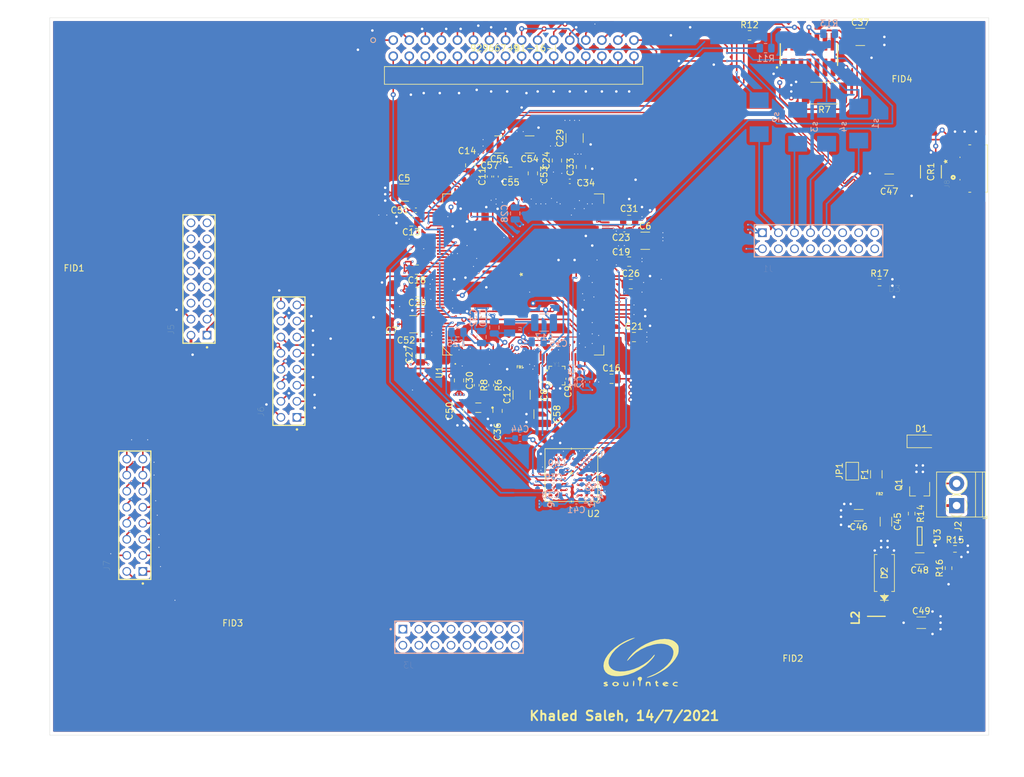
<source format=kicad_pcb>
(kicad_pcb (version 20171130) (host pcbnew "(5.1.9)-1")
  (layers (0 F.Cu signal) (1 GND power) (2 In3.Cu signal) (3 In4.Cu signal) (4 In5.Cu signal) (5 In6.Cu signal) (6 In7.Cu signal) (7 In8.Cu signal) (8 In9.Cu signal) (9 In10.Cu signal) (10 3V3 power) (31 B.Cu signal) (34 B.Paste user) (35 F.Paste user) (36 B.SilkS user) (37 F.SilkS user) (38 B.Mask user) (39 F.Mask user) (44 Edge.Cuts user))
  (net 0 "")
  (net 1 GND)
  (net 2 "Net-(C5-Pad1)")
  (net 3 "Net-(C6-Pad1)")
  (net 4 "Net-(C7-Pad1)")
  (net 5 HSE_IN)
  (net 6 HSE_OUT)
  (net 7 "Net-(C10-Pad1)")
  (net 8 "Net-(C12-Pad2)")
  (net 9 /NRST)
  (net 10 "Net-(C36-Pad1)")
  (net 11 BUCK_IN)
  (net 12 +5V)
  (net 13 "Net-(C48-Pad2)")
  (net 14 BUCK_BST)
  (net 15 "Net-(C50-Pad1)")
  (net 16 USB_CONN_D+)
  (net 17 USB_CONN_D-)
  (net 18 USB_D+)
  (net 19 USB_D-)
  (net 20 "Net-(D1-Pad1)")
  (net 21 "Net-(D3-Pad1)")
  (net 22 "Net-(F1-Pad1)")
  (net 23 "Net-(J4-Pad04)")
  (net 24 "Net-(J4-Pad02)")
  (net 25 "Net-(J4-Pad01)")
  (net 26 /TX)
  (net 27 /RX)
  (net 28 "Net-(J4-Pad11)")
  (net 29 "Net-(J4-Pad10)")
  (net 30 "Net-(J4-Pad09)")
  (net 31 "Net-(J4-Pad08)")
  (net 32 "Net-(J4-Pad06)")
  (net 33 "Net-(J5-Pad16)")
  (net 34 "Net-(J5-Pad15)")
  (net 35 "Net-(J5-Pad14)")
  (net 36 "Net-(J5-Pad13)")
  (net 37 "Net-(J5-Pad12)")
  (net 38 "Net-(J5-Pad11)")
  (net 39 "Net-(J5-Pad10)")
  (net 40 "Net-(J5-Pad09)")
  (net 41 "Net-(J5-Pad08)")
  (net 42 /I2C4_SDA)
  (net 43 "Net-(J5-Pad06)")
  (net 44 /I2C4_SCL)
  (net 45 /SDA)
  (net 46 /SCL)
  (net 47 /LCD_B7)
  (net 48 /LCD_CLK)
  (net 49 /LCD_B6)
  (net 50 /LCD_RESET)
  (net 51 /LCD_B5)
  (net 52 /LCD_DISP)
  (net 53 /LCD_B4)
  (net 54 /LCD_DE)
  (net 55 /LCD_B3)
  (net 56 /LCD_INT)
  (net 57 /LCD_B2)
  (net 58 /LCD_VSYNC)
  (net 59 /LCD_B1)
  (net 60 /LCD_HSYNC)
  (net 61 /LCD_B0)
  (net 62 /LCD_G7)
  (net 63 /LCD_R7)
  (net 64 /LCD_G6)
  (net 65 /LCD_R6)
  (net 66 /LCD_G5)
  (net 67 /LCD_R5)
  (net 68 /LCD_G4)
  (net 69 /LCD_R4)
  (net 70 /LCD_G3)
  (net 71 /LCD_R3)
  (net 72 /LCD_G2)
  (net 73 /LCD_R2)
  (net 74 /LCD_G1)
  (net 75 /LCD_R1)
  (net 76 /LCD_G0)
  (net 77 /LCD_R0)
  (net 78 "Net-(J8-Pad4)")
  (net 79 /PG9)
  (net 80 /107)
  (net 81 /106)
  (net 82 /104)
  (net 83 /PD4)
  (net 84 /PD3)
  (net 85 /PD7)
  (net 86 /PD6)
  (net 87 /103)
  (net 88 /PF9)
  (net 89 /PF8)
  (net 90 /PF7)
  (net 91 /PF6)
  (net 92 /PE7)
  (net 93 /PE5)
  (net 94 /PC13)
  (net 95 /PC12)
  (net 96 /PC4)
  (net 97 /PC5)
  (net 98 /PC3_C)
  (net 99 /PC2_C)
  (net 100 /PC0)
  (net 101 /PB5)
  (net 102 /PB4)
  (net 103 /PB2)
  (net 104 /PA7)
  (net 105 /PA15)
  (net 106 /PA0)
  (net 107 +12V)
  (net 108 /SWCLK)
  (net 109 /SWDIO)
  (net 110 /SWO)
  (net 111 "Net-(R6-Pad1)")
  (net 112 "Net-(R8-Pad1)")
  (net 113 "Net-(R14-Pad2)")
  (net 114 "Net-(R15-Pad1)")
  (net 115 /SDRAM_NBL1)
  (net 116 /SDRAM_~CAS)
  (net 117 /SDRAM_~WE)
  (net 118 /SDRAM_CLK)
  (net 119 /SDRAM_D3)
  (net 120 /SDRAM_D2)
  (net 121 /SDRAM_~CS)
  (net 122 /PG5)
  (net 123 /SDRAM_BA1)
  (net 124 /SDRAM_BA0)
  (net 125 /SDRAM_A12)
  (net 126 /SDRAM_D1)
  (net 127 /SDRAM_D0)
  (net 128 /SDRAM_CLE)
  (net 129 /SDRAM_D15)
  (net 130 /SDRAM_D14)
  (net 131 /SDRAM_D13)
  (net 132 /SDRAM_D12)
  (net 133 /SDRAM_D11)
  (net 134 /SDRAM_D10)
  (net 135 /SDRAM_D9)
  (net 136 /SDRAM_D8)
  (net 137 /SDRAM_D7)
  (net 138 /SDRAM_D6)
  (net 139 /SDRAM_D5)
  (net 140 /SDRAM_A11)
  (net 141 /SDRAM_A10)
  (net 142 /SDRAM_A9)
  (net 143 /SDRAM_A8)
  (net 144 /SDRAM_A7)
  (net 145 /SDRAM_A6)
  (net 146 /SDRAM_~RAS)
  (net 147 /SDRAM_A5)
  (net 148 /SDRAM_A4)
  (net 149 /SDRAM_A3)
  (net 150 /SDRAM_A2)
  (net 151 /SDRAM_A1)
  (net 152 /SDRAM_A0)
  (net 153 /SDRAM_D4)
  (net 154 "Net-(U2-PadE2)")
  (net 155 +3V3)
  (net 156 "Net-(J5-Pad05)")
  (net 157 "Net-(J5-Pad07)")
  (net 158 "Net-(C51-Pad1)")
  (net 159 "Net-(C52-Pad1)")
  (net 160 "Net-(C57-Pad1)")
  (net 161 "Net-(C58-Pad1)")
  (net 162 PB12)
  (net 163 "Net-(J1-Pad04)")
  (net 164 PB13)
  (net 165 "Net-(J1-Pad06)")
  (net 166 PB14)
  (net 167 "Net-(J1-Pad08)")
  (net 168 PB15)
  (net 169 "Net-(J1-Pad10)")
  (net 170 "Net-(J1-Pad11)")
  (net 171 "Net-(J1-Pad12)")
  (net 172 "Net-(J1-Pad13)")
  (net 173 "Net-(J1-Pad14)")
  (net 174 "Net-(J1-Pad15)")
  (net 175 "Net-(J1-Pad16)")
  (net 176 "Net-(J3-Pad01)")
  (net 177 "Net-(J3-Pad02)")
  (net 178 "Net-(J3-Pad03)")
  (net 179 "Net-(J3-Pad04)")
  (net 180 "Net-(J3-Pad05)")
  (net 181 "Net-(J3-Pad06)")
  (net 182 "Net-(J3-Pad07)")
  (net 183 "Net-(J3-Pad08)")
  (net 184 "Net-(J3-Pad09)")
  (net 185 "Net-(J3-Pad10)")
  (net 186 "Net-(J3-Pad11)")
  (net 187 "Net-(J3-Pad12)")
  (net 188 "Net-(J3-Pad13)")
  (net 189 "Net-(J3-Pad14)")
  (net 190 "Net-(J3-Pad15)")
  (net 191 "Net-(J3-Pad16)")
  (module stacker_16pos_throuH:SAMTEC_ZW-08-09-F-D-440-110 (layer B.Cu) (at 143.51 110.49)
    (fp_text reference J3 (at -7.985 4.425) (layer B.SilkS) (effects (font (thickness 0.015)) (justify mirror)))
    (fp_text value ZW-08-09-F-D-440-110)
    (pad 01 thru_hole rect (at -8.89 -1.27) (size 1.37 1.37) (drill 1.02) (layers *.Cu *.Mask) (net 176 "Net-(J3-Pad01)"))
    (pad 02 thru_hole circle (at -8.89 1.27) (size 1.37 1.37) (drill 1.02) (layers *.Cu *.Mask) (net 177 "Net-(J3-Pad02)"))
    (pad 03 thru_hole circle (at -6.35 -1.27) (size 1.37 1.37) (drill 1.02) (layers *.Cu *.Mask) (net 178 "Net-(J3-Pad03)"))
    (pad 04 thru_hole circle (at -6.35 1.27) (size 1.37 1.37) (drill 1.02) (layers *.Cu *.Mask) (net 179 "Net-(J3-Pad04)"))
    (pad 05 thru_hole circle (at -3.81 -1.27) (size 1.37 1.37) (drill 1.02) (layers *.Cu *.Mask) (net 180 "Net-(J3-Pad05)"))
    (pad 06 thru_hole circle (at -3.81 1.27) (size 1.37 1.37) (drill 1.02) (layers *.Cu *.Mask) (net 181 "Net-(J3-Pad06)"))
    (pad 07 thru_hole circle (at -1.27 -1.27) (size 1.37 1.37) (drill 1.02) (layers *.Cu *.Mask) (net 182 "Net-(J3-Pad07)"))
    (pad 08 thru_hole circle (at -1.27 1.27) (size 1.37 1.37) (drill 1.02) (layers *.Cu *.Mask) (net 183 "Net-(J3-Pad08)"))
    (pad 09 thru_hole circle (at 1.27 -1.27) (size 1.37 1.37) (drill 1.02) (layers *.Cu *.Mask) (net 184 "Net-(J3-Pad09)"))
    (pad 10 thru_hole circle (at 1.27 1.27) (size 1.37 1.37) (drill 1.02) (layers *.Cu *.Mask) (net 185 "Net-(J3-Pad10)"))
    (pad 11 thru_hole circle (at 3.81 -1.27) (size 1.37 1.37) (drill 1.02) (layers *.Cu *.Mask) (net 186 "Net-(J3-Pad11)"))
    (pad 12 thru_hole circle (at 3.81 1.27) (size 1.37 1.37) (drill 1.02) (layers *.Cu *.Mask) (net 187 "Net-(J3-Pad12)"))
    (pad 13 thru_hole circle (at 6.35 -1.27) (size 1.37 1.37) (drill 1.02) (layers *.Cu *.Mask) (net 188 "Net-(J3-Pad13)"))
    (pad 14 thru_hole circle (at 6.35 1.27) (size 1.37 1.37) (drill 1.02) (layers *.Cu *.Mask) (net 189 "Net-(J3-Pad14)"))
    (pad 15 thru_hole circle (at 8.89 -1.27) (size 1.37 1.37) (drill 1.02) (layers *.Cu *.Mask) (net 190 "Net-(J3-Pad15)"))
    (pad 16 thru_hole circle (at 8.89 1.27) (size 1.37 1.37) (drill 1.02) (layers *.Cu *.Mask) (net 191 "Net-(J3-Pad16)"))
  )
  (module PROTOTYPE_TWO:S1621-46R (layer B.Cu) (at 201.676 29.718 270)
    (fp_text reference s4 (at 0 -2.65 270) (layer B.SilkS) (effects (justify mirror)))
    (fp_text value S1911-46R)
    (pad 0 smd rect (at 2.6875 0 270) (size 0 0) (layers B.Cu B.Paste B.Mask))
    (pad 0 smd rect (at -2.6875 0 270) (size 0 0) (layers B.Cu B.Paste B.Mask))
    (pad 2 smd rect (at 2.6875 0 270) (size 2.475 3) (layers B.Cu B.Paste B.Mask) (net 168 PB15))
    (pad 1 smd rect (at -2.6875 0 270) (size 2.475 3) (layers B.Cu B.Paste B.Mask) (net 168 PB15))
  )
  (module PROTOTYPE_TWO:S1621-46R (layer B.Cu) (at 197.104 29.718 270)
    (fp_text reference s3 (at 0 -2.65 270) (layer B.SilkS) (effects (justify mirror)))
    (fp_text value S1911-46R)
    (pad 0 smd rect (at 2.6875 0 270) (size 0 0) (layers B.Cu B.Paste B.Mask))
    (pad 0 smd rect (at -2.6875 0 270) (size 0 0) (layers B.Cu B.Paste B.Mask))
    (pad 2 smd rect (at 2.6875 0 270) (size 2.475 3) (layers B.Cu B.Paste B.Mask) (net 166 PB14))
    (pad 1 smd rect (at -2.6875 0 270) (size 2.475 3) (layers B.Cu B.Paste B.Mask) (net 166 PB14))
  )
  (module PROTOTYPE_TWO:S1621-46R (layer B.Cu) (at 191.008 28.194 270)
    (fp_text reference s2 (at 0 -2.65 270) (layer B.SilkS) (effects (justify mirror)))
    (fp_text value S1911-46R)
    (pad 0 smd rect (at 2.6875 0 270) (size 0 0) (layers B.Cu B.Paste B.Mask))
    (pad 0 smd rect (at -2.6875 0 270) (size 0 0) (layers B.Cu B.Paste B.Mask))
    (pad 2 smd rect (at 2.6875 0 270) (size 2.475 3) (layers B.Cu B.Paste B.Mask) (net 164 PB13))
    (pad 1 smd rect (at -2.6875 0 270) (size 2.475 3) (layers B.Cu B.Paste B.Mask) (net 164 PB13))
  )
  (module PROTOTYPE_TWO:S1621-46R (layer B.Cu) (at 206.756 29.21 270)
    (fp_text reference s1 (at 0 -2.65 270) (layer B.SilkS) (effects (justify mirror)))
    (fp_text value S1911-46R)
    (pad 0 smd rect (at 2.6875 0 270) (size 0 0) (layers B.Cu B.Paste B.Mask))
    (pad 0 smd rect (at -2.6875 0 270) (size 0 0) (layers B.Cu B.Paste B.Mask))
    (pad 2 smd rect (at 2.6875 0 270) (size 2.475 3) (layers B.Cu B.Paste B.Mask) (net 162 PB12))
    (pad 1 smd rect (at -2.6875 0 270) (size 2.475 3) (layers B.Cu B.Paste B.Mask) (net 162 PB12))
  )
  (module stacker_16pos_throuH:SAMTEC_ZW-08-09-F-D-440-110 (layer B.Cu) (at 200.406 47.752)
    (fp_text reference J1 (at -7.985 4.425) (layer B.SilkS) (effects (font (thickness 0.015)) (justify mirror)))
    (fp_text value ZW-08-09-F-D-440-110)
    (pad 01 thru_hole rect (at -8.89 -1.27) (size 1.37 1.37) (drill 1.02) (layers *.Cu *.Mask) (net 1 GND))
    (pad 02 thru_hole circle (at -8.89 1.27) (size 1.37 1.37) (drill 1.02) (layers *.Cu *.Mask) (net 155 +3V3))
    (pad 03 thru_hole circle (at -6.35 -1.27) (size 1.37 1.37) (drill 1.02) (layers *.Cu *.Mask) (net 164 PB13))
    (pad 04 thru_hole circle (at -6.35 1.27) (size 1.37 1.37) (drill 1.02) (layers *.Cu *.Mask) (net 163 "Net-(J1-Pad04)"))
    (pad 05 thru_hole circle (at -3.81 -1.27) (size 1.37 1.37) (drill 1.02) (layers *.Cu *.Mask) (net 166 PB14))
    (pad 06 thru_hole circle (at -3.81 1.27) (size 1.37 1.37) (drill 1.02) (layers *.Cu *.Mask) (net 165 "Net-(J1-Pad06)"))
    (pad 07 thru_hole circle (at -1.27 -1.27) (size 1.37 1.37) (drill 1.02) (layers *.Cu *.Mask) (net 168 PB15))
    (pad 08 thru_hole circle (at -1.27 1.27) (size 1.37 1.37) (drill 1.02) (layers *.Cu *.Mask) (net 167 "Net-(J1-Pad08)"))
    (pad 09 thru_hole circle (at 1.27 -1.27) (size 1.37 1.37) (drill 1.02) (layers *.Cu *.Mask) (net 162 PB12))
    (pad 10 thru_hole circle (at 1.27 1.27) (size 1.37 1.37) (drill 1.02) (layers *.Cu *.Mask) (net 169 "Net-(J1-Pad10)"))
    (pad 11 thru_hole circle (at 3.81 -1.27) (size 1.37 1.37) (drill 1.02) (layers *.Cu *.Mask) (net 170 "Net-(J1-Pad11)"))
    (pad 12 thru_hole circle (at 3.81 1.27) (size 1.37 1.37) (drill 1.02) (layers *.Cu *.Mask) (net 171 "Net-(J1-Pad12)"))
    (pad 13 thru_hole circle (at 6.35 -1.27) (size 1.37 1.37) (drill 1.02) (layers *.Cu *.Mask) (net 172 "Net-(J1-Pad13)"))
    (pad 14 thru_hole circle (at 6.35 1.27) (size 1.37 1.37) (drill 1.02) (layers *.Cu *.Mask) (net 173 "Net-(J1-Pad14)"))
    (pad 15 thru_hole circle (at 8.89 -1.27) (size 1.37 1.37) (drill 1.02) (layers *.Cu *.Mask) (net 174 "Net-(J1-Pad15)"))
    (pad 16 thru_hole circle (at 8.89 1.27) (size 1.37 1.37) (drill 1.02) (layers *.Cu *.Mask) (net 175 "Net-(J1-Pad16)"))
  )
  (module Inductor_SMD:L_0402_1005Metric (layer B.Cu) (at 162.56 68.072 270)
    (fp_text reference L3 (at 0 1.17 90) (layer B.SilkS) (effects (justify mirror)))
    (fp_text value 39n)
    (pad 2 smd roundrect (at 0.485 0 270) (size 0.59 0.64) (layers B.Cu B.Paste B.Mask) (net 155 +3V3))
    (pad 1 smd roundrect (at -0.485 0 270) (size 0.59 0.64) (layers B.Cu B.Paste B.Mask) (net 155 +3V3))
  )
  (module Capacitor_SMD:C_0402_1005Metric (layer B.Cu) (at 163.83 70.104 270)
    (fp_text reference C2 (at 0 1.16 90) (layer B.SilkS) (effects (justify mirror)))
    (fp_text value 10nF)
    (pad 2 smd roundrect (at 0.48 0 270) (size 0.56 0.62) (layers B.Cu B.Paste B.Mask) (net 1 GND))
    (pad 1 smd roundrect (at -0.48 0 270) (size 0.56 0.62) (layers B.Cu B.Paste B.Mask) (net 155 +3V3))
  )
  (module Capacitor_SMD:C_0402_1005Metric (layer B.Cu) (at 162.56 70.076 270)
    (fp_text reference C1 (at 0 1.16 90) (layer B.SilkS) (effects (justify mirror)))
    (fp_text value 1uF)
    (pad 2 smd roundrect (at 0.48 0 270) (size 0.56 0.62) (layers B.Cu B.Paste B.Mask) (net 1 GND))
    (pad 1 smd roundrect (at -0.48 0 270) (size 0.56 0.62) (layers B.Cu B.Paste B.Mask) (net 155 +3V3))
  )
  (module KiCad:logo (layer F.Cu) (at 172.974 114.808)
    (fp_text reference G*** hide)
    (fp_text value LOGO hide)
  )
  (module Capacitor_SMD:C_1206_3216Metric (layer F.Cu) (at 211.582 38.1 180)
    (fp_text reference C47 (at 0 -1.85) (layer F.SilkS))
    (fp_text value 100nF)
    (pad 2 smd roundrect (at 1.475 0 180) (size 1.15 1.8) (layers F.Cu F.Paste F.Mask) (roundrect_rratio 0.2173904347826087) (net 1 GND))
    (pad 1 smd roundrect (at -1.475 0 180) (size 1.15 1.8) (layers F.Cu F.Paste F.Mask) (roundrect_rratio 0.2173904347826087) (net 12 +5V))
  )
  (module Capacitor_SMD:C_0603_1608Metric (layer B.Cu) (at 153.162 78.994 180)
    (fp_text reference C44 (at 0 1.43) (layer B.SilkS) (effects (justify mirror)))
    (fp_text value 100nF)
    (pad 2 smd roundrect (at 0.775 0 180) (size 0.9 0.95) (layers B.Cu B.Paste B.Mask) (net 1 GND))
    (pad 1 smd roundrect (at -0.775 0 180) (size 0.9 0.95) (layers B.Cu B.Paste B.Mask) (net 155 +3V3))
  )
  (module Capacitor_SMD:C_0603_1608Metric (layer B.Cu) (at 164.846 85.344)
    (fp_text reference C43 (at 0 1.43) (layer B.SilkS) (effects (justify mirror)))
    (fp_text value 100nF)
    (pad 2 smd roundrect (at 0.775 0) (size 0.9 0.95) (layers B.Cu B.Paste B.Mask) (net 1 GND))
    (pad 1 smd roundrect (at -0.775 0) (size 0.9 0.95) (layers B.Cu B.Paste B.Mask) (net 155 +3V3))
  )
  (module Capacitor_SMD:C_0603_1608Metric (layer B.Cu) (at 164.592 87.376)
    (fp_text reference C42 (at 0 1.43) (layer B.SilkS) (effects (justify mirror)))
    (fp_text value 100nF)
    (pad 2 smd roundrect (at 0.775 0) (size 0.9 0.95) (layers B.Cu B.Paste B.Mask) (net 1 GND))
    (pad 1 smd roundrect (at -0.775 0) (size 0.9 0.95) (layers B.Cu B.Paste B.Mask) (net 155 +3V3))
  )
  (module Capacitor_SMD:C_0603_1608Metric (layer B.Cu) (at 162.065 88.9)
    (fp_text reference C41 (at 0 1.43) (layer B.SilkS) (effects (justify mirror)))
    (fp_text value 100nF)
    (pad 2 smd roundrect (at 0.775 0) (size 0.9 0.95) (layers B.Cu B.Paste B.Mask) (net 1 GND))
    (pad 1 smd roundrect (at -0.775 0) (size 0.9 0.95) (layers B.Cu B.Paste B.Mask) (net 155 +3V3))
  )
  (module Capacitor_SMD:C_0603_1608Metric (layer B.Cu) (at 159.004 84.328 180)
    (fp_text reference C40 (at 0 1.43) (layer B.SilkS) (effects (justify mirror)))
    (fp_text value 100nF)
    (pad 2 smd roundrect (at 0.775 0 180) (size 0.9 0.95) (layers B.Cu B.Paste B.Mask) (net 1 GND))
    (pad 1 smd roundrect (at -0.775 0 180) (size 0.9 0.95) (layers B.Cu B.Paste B.Mask) (net 137 /SDRAM_D7))
  )
  (module Capacitor_SMD:C_0603_1608Metric (layer B.Cu) (at 158.496 86.614 180)
    (fp_text reference C39 (at 0 1.43) (layer B.SilkS) (effects (justify mirror)))
    (fp_text value 100nF)
    (pad 2 smd roundrect (at 0.775 0 180) (size 0.9 0.95) (layers B.Cu B.Paste B.Mask) (net 1 GND))
    (pad 1 smd roundrect (at -0.775 0 180) (size 0.9 0.95) (layers B.Cu B.Paste B.Mask) (net 155 +3V3))
  )
  (module Capacitor_SMD:C_0603_1608Metric (layer B.Cu) (at 157.988 89.408 180)
    (fp_text reference C38 (at 0 1.43) (layer B.SilkS) (effects (justify mirror)))
    (fp_text value 100nF)
    (pad 2 smd roundrect (at 0.775 0 180) (size 0.9 0.95) (layers B.Cu B.Paste B.Mask) (net 1 GND))
    (pad 1 smd roundrect (at -0.775 0 180) (size 0.9 0.95) (layers B.Cu B.Paste B.Mask) (net 155 +3V3))
  )
  (module Fiducial:Fiducial_0.5mm_Mask1.5mm (layer F.Cu) (at 213.614 23.876)
    (fp_text reference FID4 (at 0 -1.7145) (layer F.SilkS))
    (fp_text value Fiducial)
    (pad "" smd circle (at 0 0) (size 0.5 0.5) (layers F.Cu F.Mask) (clearance 0.5))
  )
  (module Fiducial:Fiducial_0.5mm_Mask1.5mm (layer F.Cu) (at 107.696 109.982)
    (fp_text reference FID3 (at 0 -1.7145) (layer F.SilkS))
    (fp_text value Fiducial)
    (pad "" smd circle (at 0 0) (size 0.5 0.5) (layers F.Cu F.Mask) (clearance 0.5))
  )
  (module Fiducial:Fiducial_0.5mm_Mask1.5mm (layer F.Cu) (at 196.342 115.57)
    (fp_text reference FID2 (at 0 -1.7145) (layer F.SilkS))
    (fp_text value Fiducial)
    (pad "" smd circle (at 0 0) (size 0.5 0.5) (layers F.Cu F.Mask) (clearance 0.5))
  )
  (module stacker_16pos_throuH:SAMTEC_ZW-08-09-F-D-440-110 (layer F.Cu) (at 116.59 66.806 90)
    (fp_text reference J6 (at -7.99262 -4.425 90) (layer F.SilkS) (effects (font (thickness 0.015))))
    (fp_text value ZW-08-09-F-D-440-110)
    (pad 01 thru_hole rect (at -8.89 1.27 90) (size 1.37 1.37) (drill 1.02) (layers *.Cu *.Mask) (net 61 /LCD_B0))
    (pad 02 thru_hole circle (at -8.89 -1.27 90) (size 1.37 1.37) (drill 1.02) (layers *.Cu *.Mask) (net 60 /LCD_HSYNC))
    (pad 03 thru_hole circle (at -6.35 1.27 90) (size 1.37 1.37) (drill 1.02) (layers *.Cu *.Mask) (net 59 /LCD_B1))
    (pad 04 thru_hole circle (at -6.35 -1.27 90) (size 1.37 1.37) (drill 1.02) (layers *.Cu *.Mask) (net 58 /LCD_VSYNC))
    (pad 05 thru_hole circle (at -3.81 1.27 90) (size 1.37 1.37) (drill 1.02) (layers *.Cu *.Mask) (net 57 /LCD_B2))
    (pad 06 thru_hole circle (at -3.81 -1.27 90) (size 1.37 1.37) (drill 1.02) (layers *.Cu *.Mask) (net 56 /LCD_INT))
    (pad 07 thru_hole circle (at -1.27 1.27 90) (size 1.37 1.37) (drill 1.02) (layers *.Cu *.Mask) (net 55 /LCD_B3))
    (pad 08 thru_hole circle (at -1.27 -1.27 90) (size 1.37 1.37) (drill 1.02) (layers *.Cu *.Mask) (net 54 /LCD_DE))
    (pad 09 thru_hole circle (at 1.27 1.27 90) (size 1.37 1.37) (drill 1.02) (layers *.Cu *.Mask) (net 53 /LCD_B4))
    (pad 10 thru_hole circle (at 1.27 -1.27 90) (size 1.37 1.37) (drill 1.02) (layers *.Cu *.Mask) (net 52 /LCD_DISP))
    (pad 11 thru_hole circle (at 3.81 1.27 90) (size 1.37 1.37) (drill 1.02) (layers *.Cu *.Mask) (net 51 /LCD_B5))
    (pad 12 thru_hole circle (at 3.81 -1.27 90) (size 1.37 1.37) (drill 1.02) (layers *.Cu *.Mask) (net 50 /LCD_RESET))
    (pad 13 thru_hole circle (at 6.35 1.27 90) (size 1.37 1.37) (drill 1.02) (layers *.Cu *.Mask) (net 49 /LCD_B6))
    (pad 14 thru_hole circle (at 6.35 -1.27 90) (size 1.37 1.37) (drill 1.02) (layers *.Cu *.Mask) (net 48 /LCD_CLK))
    (pad 15 thru_hole circle (at 8.89 1.27 90) (size 1.37 1.37) (drill 1.02) (layers *.Cu *.Mask) (net 47 /LCD_B7))
    (pad 16 thru_hole circle (at 8.89 -1.27 90) (size 1.37 1.37) (drill 1.02) (layers *.Cu *.Mask) (net 1 GND))
  )
  (module micro:STM32H747IIT6 (layer F.Cu) (at 153.67 53.086 90)
    (fp_text reference U1 (at -15.4813 -13.26642 90) (layer F.SilkS))
    (fp_text value STM32H747IIT6)
    (fp_text user * (at 0 0 90) (layer F.SilkS))
    (pad 176 smd rect (at -10.749999 -13.049999 180) (size 1.2 0.3) (layers F.Cu F.Paste F.Mask) (net 155 +3V3))
    (pad 175 smd rect (at -10.25 -13.049999 180) (size 1.2 0.3) (layers F.Cu F.Paste F.Mask) (net 159 "Net-(C52-Pad1)"))
    (pad 174 smd rect (at -9.750001 -13.049999 180) (size 1.2 0.3) (layers F.Cu F.Paste F.Mask) (net 1 GND))
    (pad 173 smd rect (at -9.249999 -13.049999 180) (size 1.2 0.3) (layers F.Cu F.Paste F.Mask) (net 1 GND))
    (pad 172 smd rect (at -8.75 -13.049999 180) (size 1.2 0.3) (layers F.Cu F.Paste F.Mask) (net 4 "Net-(C7-Pad1)"))
    (pad 171 smd rect (at -8.249999 -13.049999 180) (size 1.2 0.3) (layers F.Cu F.Paste F.Mask) (net 115 /SDRAM_NBL1))
    (pad 170 smd rect (at -7.75 -13.049999 180) (size 1.2 0.3) (layers F.Cu F.Paste F.Mask) (net 116 /SDRAM_~CAS))
    (pad 169 smd rect (at -7.250001 -13.049999 180) (size 1.2 0.3) (layers F.Cu F.Paste F.Mask) (net 47 /LCD_B7))
    (pad 168 smd rect (at -6.749999 -13.049999 180) (size 1.2 0.3) (layers F.Cu F.Paste F.Mask) (net 49 /LCD_B6))
    (pad 167 smd rect (at -6.25 -13.049999 180) (size 1.2 0.3) (layers F.Cu F.Paste F.Mask) (net 1 GND))
    (pad 166 smd rect (at -5.749999 -13.049999 180) (size 1.2 0.3) (layers F.Cu F.Paste F.Mask) (net 45 /SDA))
    (pad 165 smd rect (at -5.25 -13.049999 180) (size 1.2 0.3) (layers F.Cu F.Paste F.Mask) (net 46 /SCL))
    (pad 164 smd rect (at -4.750001 -13.049999 180) (size 1.2 0.3) (layers F.Cu F.Paste F.Mask) (net 101 /PB5))
    (pad 163 smd rect (at -4.249999 -13.049999 180) (size 1.2 0.3) (layers F.Cu F.Paste F.Mask) (net 102 /PB4))
    (pad 162 smd rect (at -3.75 -13.049999 180) (size 1.2 0.3) (layers F.Cu F.Paste F.Mask) (net 110 /SWO))
    (pad 161 smd rect (at -3.249999 -13.049999 180) (size 1.2 0.3) (layers F.Cu F.Paste F.Mask) (net 116 /SDRAM_~CAS))
    (pad 160 smd rect (at -2.75 -13.049999 180) (size 1.2 0.3) (layers F.Cu F.Paste F.Mask) (net 155 +3V3))
    (pad 159 smd rect (at -2.250001 -13.049999 180) (size 1.2 0.3) (layers F.Cu F.Paste F.Mask) (net 1 GND))
    (pad 158 smd rect (at -1.749999 -13.049999 180) (size 1.2 0.3) (layers F.Cu F.Paste F.Mask) (net 61 /LCD_B0))
    (pad 157 smd rect (at -1.25 -13.049999 180) (size 1.2 0.3) (layers F.Cu F.Paste F.Mask) (net 77 /LCD_R0))
    (pad 156 smd rect (at -0.749998 -13.049999 180) (size 1.2 0.3) (layers F.Cu F.Paste F.Mask) (net 59 /LCD_B1))
    (pad 155 smd rect (at -0.25 -13.049999 180) (size 1.2 0.3) (layers F.Cu F.Paste F.Mask) (net 55 /LCD_B3))
    (pad 154 smd rect (at 0.25 -13.049999 180) (size 1.2 0.3) (layers F.Cu F.Paste F.Mask) (net 57 /LCD_B2))
    (pad 153 smd rect (at 0.750001 -13.049999 180) (size 1.2 0.3) (layers F.Cu F.Paste F.Mask) (net 79 /PG9))
    (pad 152 smd rect (at 1.25 -13.049999 180) (size 1.2 0.3) (layers F.Cu F.Paste F.Mask) (net 155 +3V3))
    (pad 151 smd rect (at 1.750002 -13.049999 180) (size 1.2 0.3) (layers F.Cu F.Paste F.Mask) (net 1 GND))
    (pad 150 smd rect (at 2.250001 -13.049999 180) (size 1.2 0.3) (layers F.Cu F.Paste F.Mask) (net 85 /PD7))
    (pad 149 smd rect (at 2.75 -13.049999 180) (size 1.2 0.3) (layers F.Cu F.Paste F.Mask) (net 86 /PD6))
    (pad 148 smd rect (at 3.250001 -13.049999 180) (size 1.2 0.3) (layers F.Cu F.Paste F.Mask) (net 117 /SDRAM_~WE))
    (pad 147 smd rect (at 3.75 -13.049999 180) (size 1.2 0.3) (layers F.Cu F.Paste F.Mask) (net 83 /PD4))
    (pad 146 smd rect (at 4.249999 -13.049999 180) (size 1.2 0.3) (layers F.Cu F.Paste F.Mask) (net 84 /PD3))
    (pad 145 smd rect (at 4.750001 -13.049999 180) (size 1.2 0.3) (layers F.Cu F.Paste F.Mask) (net 118 /SDRAM_CLK))
    (pad 144 smd rect (at 5.25 -13.049999 180) (size 1.2 0.3) (layers F.Cu F.Paste F.Mask) (net 119 /SDRAM_D3))
    (pad 143 smd rect (at 5.750001 -13.049999 180) (size 1.2 0.3) (layers F.Cu F.Paste F.Mask) (net 120 /SDRAM_D2))
    (pad 142 smd rect (at 6.25 -13.049999 180) (size 1.2 0.3) (layers F.Cu F.Paste F.Mask) (net 95 /PC12))
    (pad 141 smd rect (at 6.749999 -13.049999 180) (size 1.2 0.3) (layers F.Cu F.Paste F.Mask) (net 27 /RX))
    (pad 140 smd rect (at 7.250001 -13.049999 180) (size 1.2 0.3) (layers F.Cu F.Paste F.Mask) (net 26 /TX))
    (pad 139 smd rect (at 7.75 -13.049999 180) (size 1.2 0.3) (layers F.Cu F.Paste F.Mask) (net 105 /PA15))
    (pad 138 smd rect (at 8.250001 -13.049999 180) (size 1.2 0.3) (layers F.Cu F.Paste F.Mask) (net 108 /SWCLK))
    (pad 137 smd rect (at 8.75 -13.049999 180) (size 1.2 0.3) (layers F.Cu F.Paste F.Mask) (net 1 GND))
    (pad 136 smd rect (at 9.249999 -13.049999 180) (size 1.2 0.3) (layers F.Cu F.Paste F.Mask) (net 155 +3V3))
    (pad 135 smd rect (at 9.750001 -13.049999 180) (size 1.2 0.3) (layers F.Cu F.Paste F.Mask) (net 158 "Net-(C51-Pad1)"))
    (pad 134 smd rect (at 10.25 -13.049999 180) (size 1.2 0.3) (layers F.Cu F.Paste F.Mask) (net 1 GND))
    (pad 133 smd rect (at 10.750001 -13.049999 180) (size 1.2 0.3) (layers F.Cu F.Paste F.Mask) (net 2 "Net-(C5-Pad1)"))
    (pad 132 smd rect (at 13.049999 -10.749999 90) (size 1.2 0.3) (layers F.Cu F.Paste F.Mask) (net 109 /SWDIO))
    (pad 131 smd rect (at 13.049999 -10.25 90) (size 1.2 0.3) (layers F.Cu F.Paste F.Mask) (net 18 USB_D+))
    (pad 130 smd rect (at 13.049999 -9.750001 90) (size 1.2 0.3) (layers F.Cu F.Paste F.Mask) (net 19 USB_D-))
    (pad 129 smd rect (at 13.049999 -9.249999 90) (size 1.2 0.3) (layers F.Cu F.Paste F.Mask) (net 53 /LCD_B4))
    (pad 128 smd rect (at 13.049999 -8.75 90) (size 1.2 0.3) (layers F.Cu F.Paste F.Mask) (net 67 /LCD_R5))
    (pad 127 smd rect (at 13.049999 -8.249999 90) (size 1.2 0.3) (layers F.Cu F.Paste F.Mask) (net 65 /LCD_R6))
    (pad 126 smd rect (at 13.049999 -7.75 90) (size 1.2 0.3) (layers F.Cu F.Paste F.Mask) (net 155 +3V3))
    (pad 125 smd rect (at 13.049999 -7.250001 90) (size 1.2 0.3) (layers F.Cu F.Paste F.Mask) (net 70 /LCD_G3))
    (pad 124 smd rect (at 13.049999 -6.749999 90) (size 1.2 0.3) (layers F.Cu F.Paste F.Mask) (net 121 /SDRAM_~CS))
    (pad 123 smd rect (at 13.049999 -6.25 90) (size 1.2 0.3) (layers F.Cu F.Paste F.Mask) (net 64 /LCD_G6))
    (pad 122 smd rect (at 13.049999 -5.749999 90) (size 1.2 0.3) (layers F.Cu F.Paste F.Mask) (net 60 /LCD_HSYNC))
    (pad 121 smd rect (at 13.049999 -5.25 90) (size 1.2 0.3) (layers F.Cu F.Paste F.Mask) (net 155 +3V3))
    (pad 120 smd rect (at 13.049999 -4.750001 90) (size 1.2 0.3) (layers F.Cu F.Paste F.Mask) (net 160 "Net-(C57-Pad1)"))
    (pad 119 smd rect (at 13.049999 -4.249999 90) (size 1.2 0.3) (layers F.Cu F.Paste F.Mask) (net 1 GND))
    (pad 118 smd rect (at 13.049999 -3.75 90) (size 1.2 0.3) (layers F.Cu F.Paste F.Mask) (net 62 /LCD_G7))
    (pad 117 smd rect (at 13.049999 -3.249999 90) (size 1.2 0.3) (layers F.Cu F.Paste F.Mask) (net 48 /LCD_CLK))
    (pad 116 smd rect (at 13.049999 -2.75 90) (size 1.2 0.3) (layers F.Cu F.Paste F.Mask) (net 63 /LCD_R7))
    (pad 115 smd rect (at 13.049999 -2.250001 90) (size 1.2 0.3) (layers F.Cu F.Paste F.Mask) (net 122 /PG5))
    (pad 114 smd rect (at 13.049999 -1.749999 90) (size 1.2 0.3) (layers F.Cu F.Paste F.Mask) (net 123 /SDRAM_BA1))
    (pad 113 smd rect (at 13.049999 -1.25 90) (size 1.2 0.3) (layers F.Cu F.Paste F.Mask) (net 155 +3V3))
    (pad 112 smd rect (at 13.049999 -0.749998 90) (size 1.2 0.3) (layers F.Cu F.Paste F.Mask) (net 1 GND))
    (pad 111 smd rect (at 13.049999 -0.25 90) (size 1.2 0.3) (layers F.Cu F.Paste F.Mask) (net 124 /SDRAM_BA0))
    (pad 110 smd rect (at 13.049999 0.25 90) (size 1.2 0.3) (layers F.Cu F.Paste F.Mask) (net 125 /SDRAM_A12))
    (pad 109 smd rect (at 13.049999 0.750001 90) (size 1.2 0.3) (layers F.Cu F.Paste F.Mask) (net 1 GND))
    (pad 108 smd rect (at 13.049999 1.25 90) (size 1.2 0.3) (layers F.Cu F.Paste F.Mask) (net 155 +3V3))
    (pad 107 smd rect (at 13.049999 1.750002 90) (size 1.2 0.3) (layers F.Cu F.Paste F.Mask) (net 80 /107))
    (pad 106 smd rect (at 13.049999 2.250001 90) (size 1.2 0.3) (layers F.Cu F.Paste F.Mask) (net 81 /106))
    (pad 105 smd rect (at 13.049999 2.75 90) (size 1.2 0.3) (layers F.Cu F.Paste F.Mask) (net 1 GND))
    (pad 104 smd rect (at 13.049999 3.250001 90) (size 1.2 0.3) (layers F.Cu F.Paste F.Mask) (net 82 /104))
    (pad 103 smd rect (at 13.049999 3.75 90) (size 1.2 0.3) (layers F.Cu F.Paste F.Mask) (net 87 /103))
    (pad 102 smd rect (at 13.049999 4.249999 90) (size 1.2 0.3) (layers F.Cu F.Paste F.Mask) (net 155 +3V3))
    (pad 101 smd rect (at 13.049999 4.750001 90) (size 1.2 0.3) (layers F.Cu F.Paste F.Mask) (net 155 +3V3))
    (pad 100 smd rect (at 13.049999 5.25 90) (size 1.2 0.3) (layers F.Cu F.Paste F.Mask) (net 1 GND))
    (pad 99 smd rect (at 13.049999 5.750001 90) (size 1.2 0.3) (layers F.Cu F.Paste F.Mask) (net 155 +3V3))
    (pad 98 smd rect (at 13.049999 6.25 90) (size 1.2 0.3) (layers F.Cu F.Paste F.Mask) (net 126 /SDRAM_D1))
    (pad 97 smd rect (at 13.049999 6.749999 90) (size 1.2 0.3) (layers F.Cu F.Paste F.Mask) (net 127 /SDRAM_D0))
    (pad 96 smd rect (at 13.049999 7.250001 90) (size 1.2 0.3) (layers F.Cu F.Paste F.Mask) (net 42 /I2C4_SDA))
    (pad 95 smd rect (at 13.049999 7.75 90) (size 1.2 0.3) (layers F.Cu F.Paste F.Mask) (net 44 /I2C4_SCL))
    (pad 94 smd rect (at 13.049999 8.250001 90) (size 1.2 0.3) (layers F.Cu F.Paste F.Mask) (net 128 /SDRAM_CLE))
    (pad 93 smd rect (at 13.049999 8.75 90) (size 1.2 0.3) (layers F.Cu F.Paste F.Mask) (net 1 GND))
    (pad 92 smd rect (at 13.049999 9.249999 90) (size 1.2 0.3) (layers F.Cu F.Paste F.Mask) (net 155 +3V3))
    (pad 91 smd rect (at 13.049999 9.750001 90) (size 1.2 0.3) (layers F.Cu F.Paste F.Mask) (net 129 /SDRAM_D15))
    (pad 90 smd rect (at 13.049999 10.25 90) (size 1.2 0.3) (layers F.Cu F.Paste F.Mask) (net 130 /SDRAM_D14))
    (pad 89 smd rect (at 13.049999 10.750001 90) (size 1.2 0.3) (layers F.Cu F.Paste F.Mask) (net 131 /SDRAM_D13))
    (pad 88 smd rect (at 10.749999 13.049999 180) (size 1.2 0.3) (layers F.Cu F.Paste F.Mask) (net 168 PB15))
    (pad 87 smd rect (at 10.25 13.049999 180) (size 1.2 0.3) (layers F.Cu F.Paste F.Mask) (net 166 PB14))
    (pad 86 smd rect (at 9.750001 13.049999 180) (size 1.2 0.3) (layers F.Cu F.Paste F.Mask) (net 164 PB13))
    (pad 85 smd rect (at 9.249999 13.049999 180) (size 1.2 0.3) (layers F.Cu F.Paste F.Mask) (net 162 PB12))
    (pad 84 smd rect (at 8.75 13.049999 180) (size 1.2 0.3) (layers F.Cu F.Paste F.Mask) (net 155 +3V3))
    (pad 83 smd rect (at 8.249999 13.049999 180) (size 1.2 0.3) (layers F.Cu F.Paste F.Mask) (net 1 GND))
    (pad 82 smd rect (at 7.75 13.049999 180) (size 1.2 0.3) (layers F.Cu F.Paste F.Mask) (net 155 +3V3))
    (pad 81 smd rect (at 7.250001 13.049999 180) (size 1.2 0.3) (layers F.Cu F.Paste F.Mask) (net 1 GND))
    (pad 80 smd rect (at 6.749999 13.049999 180) (size 1.2 0.3) (layers F.Cu F.Paste F.Mask) (net 3 "Net-(C6-Pad1)"))
    (pad 79 smd rect (at 6.25 13.049999 180) (size 1.2 0.3) (layers F.Cu F.Paste F.Mask) (net 66 /LCD_G5))
    (pad 78 smd rect (at 5.749999 13.049999 180) (size 1.2 0.3) (layers F.Cu F.Paste F.Mask) (net 68 /LCD_G4))
    (pad 77 smd rect (at 5.25 13.049999 180) (size 1.2 0.3) (layers F.Cu F.Paste F.Mask) (net 132 /SDRAM_D12))
    (pad 76 smd rect (at 4.750001 13.049999 180) (size 1.2 0.3) (layers F.Cu F.Paste F.Mask) (net 133 /SDRAM_D11))
    (pad 75 smd rect (at 4.249999 13.049999 180) (size 1.2 0.3) (layers F.Cu F.Paste F.Mask) (net 134 /SDRAM_D10))
    (pad 74 smd rect (at 3.75 13.049999 180) (size 1.2 0.3) (layers F.Cu F.Paste F.Mask) (net 135 /SDRAM_D9))
    (pad 73 smd rect (at 3.249999 13.049999 180) (size 1.2 0.3) (layers F.Cu F.Paste F.Mask) (net 136 /SDRAM_D8))
    (pad 72 smd rect (at 2.75 13.049999 180) (size 1.2 0.3) (layers F.Cu F.Paste F.Mask) (net 137 /SDRAM_D7))
    (pad 71 smd rect (at 2.250001 13.049999 180) (size 1.2 0.3) (layers F.Cu F.Paste F.Mask) (net 155 +3V3))
    (pad 70 smd rect (at 1.749999 13.049999 180) (size 1.2 0.3) (layers F.Cu F.Paste F.Mask) (net 1 GND))
    (pad 69 smd rect (at 1.25 13.049999 180) (size 1.2 0.3) (layers F.Cu F.Paste F.Mask) (net 138 /SDRAM_D6))
    (pad 68 smd rect (at 0.749998 13.049999 180) (size 1.2 0.3) (layers F.Cu F.Paste F.Mask) (net 139 /SDRAM_D5))
    (pad 67 smd rect (at 0.25 13.049999 180) (size 1.2 0.3) (layers F.Cu F.Paste F.Mask) (net 92 /PE7))
    (pad 66 smd rect (at -0.25 13.049999 180) (size 1.2 0.3) (layers F.Cu F.Paste F.Mask) (net 140 /SDRAM_A11))
    (pad 65 smd rect (at -0.750001 13.049999 180) (size 1.2 0.3) (layers F.Cu F.Paste F.Mask) (net 155 +3V3))
    (pad 64 smd rect (at -1.25 13.049999 180) (size 1.2 0.3) (layers F.Cu F.Paste F.Mask) (net 1 GND))
    (pad 63 smd rect (at -1.750002 13.049999 180) (size 1.2 0.3) (layers F.Cu F.Paste F.Mask) (net 141 /SDRAM_A10))
    (pad 62 smd rect (at -2.250001 13.049999 180) (size 1.2 0.3) (layers F.Cu F.Paste F.Mask) (net 142 /SDRAM_A9))
    (pad 61 smd rect (at -2.75 13.049999 180) (size 1.2 0.3) (layers F.Cu F.Paste F.Mask) (net 143 /SDRAM_A8))
    (pad 60 smd rect (at -3.250001 13.049999 180) (size 1.2 0.3) (layers F.Cu F.Paste F.Mask) (net 144 /SDRAM_A7))
    (pad 59 smd rect (at -3.75 13.049999 180) (size 1.2 0.3) (layers F.Cu F.Paste F.Mask) (net 145 /SDRAM_A6))
    (pad 58 smd rect (at -4.249999 13.049999 180) (size 1.2 0.3) (layers F.Cu F.Paste F.Mask) (net 146 /SDRAM_~RAS))
    (pad 57 smd rect (at -4.750001 13.049999 180) (size 1.2 0.3) (layers F.Cu F.Paste F.Mask) (net 103 /PB2))
    (pad 56 smd rect (at -5.25 13.049999 180) (size 1.2 0.3) (layers F.Cu F.Paste F.Mask) (net 76 /LCD_G0))
    (pad 55 smd rect (at -5.750001 13.049999 180) (size 1.2 0.3) (layers F.Cu F.Paste F.Mask) (net 71 /LCD_R3))
    (pad 54 smd rect (at -6.25 13.049999 180) (size 1.2 0.3) (layers F.Cu F.Paste F.Mask) (net 97 /PC5))
    (pad 53 smd rect (at -6.749999 13.049999 180) (size 1.2 0.3) (layers F.Cu F.Paste F.Mask) (net 96 /PC4))
    (pad 52 smd rect (at -7.250001 13.049999 180) (size 1.2 0.3) (layers F.Cu F.Paste F.Mask) (net 104 /PA7))
    (pad 51 smd rect (at -7.75 13.049999 180) (size 1.2 0.3) (layers F.Cu F.Paste F.Mask) (net 72 /LCD_G2))
    (pad 50 smd rect (at -8.250001 13.049999 180) (size 1.2 0.3) (layers F.Cu F.Paste F.Mask) (net 69 /LCD_R4))
    (pad 49 smd rect (at -8.75 13.049999 180) (size 1.2 0.3) (layers F.Cu F.Paste F.Mask) (net 58 /LCD_VSYNC))
    (pad 48 smd rect (at -9.249999 13.049999 180) (size 1.2 0.3) (layers F.Cu F.Paste F.Mask) (net 155 +3V3))
    (pad 47 smd rect (at -9.750001 13.049999 180) (size 1.2 0.3) (layers F.Cu F.Paste F.Mask) (net 1 GND))
    (pad 46 smd rect (at -10.25 13.049999 180) (size 1.2 0.3) (layers F.Cu F.Paste F.Mask) (net 51 /LCD_B5))
    (pad 45 smd rect (at -10.750001 13.049999 180) (size 1.2 0.3) (layers F.Cu F.Paste F.Mask) (net 1 GND))
    (pad 44 smd rect (at -13.049999 10.749999 90) (size 1.2 0.3) (layers F.Cu F.Paste F.Mask) (net 155 +3V3))
    (pad 43 smd rect (at -13.049999 10.25 90) (size 1.2 0.3) (layers F.Cu F.Paste F.Mask) (net 75 /LCD_R1))
    (pad 42 smd rect (at -13.049999 9.749998 90) (size 1.2 0.3) (layers F.Cu F.Paste F.Mask) (net 73 /LCD_R2))
    (pad 41 smd rect (at -13.049999 9.249999 90) (size 1.2 0.3) (layers F.Cu F.Paste F.Mask) (net 106 /PA0))
    (pad 40 smd rect (at -13.049999 8.75 90) (size 1.2 0.3) (layers F.Cu F.Paste F.Mask) (net 155 +3V3))
    (pad 39 smd rect (at -13.049999 8.249999 90) (size 1.2 0.3) (layers F.Cu F.Paste F.Mask) (net 155 +3V3))
    (pad 38 smd rect (at -13.049999 7.75 90) (size 1.2 0.3) (layers F.Cu F.Paste F.Mask) (net 1 GND))
    (pad 37 smd rect (at -13.049999 7.249998 90) (size 1.2 0.3) (layers F.Cu F.Paste F.Mask) (net 98 /PC3_C))
    (pad 36 smd rect (at -13.049999 6.749999 90) (size 1.2 0.3) (layers F.Cu F.Paste F.Mask) (net 99 /PC2_C))
    (pad 35 smd rect (at -13.049999 6.25 90) (size 1.2 0.3) (layers F.Cu F.Paste F.Mask) (net 56 /LCD_INT))
    (pad 34 smd rect (at -13.049999 5.749999 90) (size 1.2 0.3) (layers F.Cu F.Paste F.Mask) (net 100 /PC0))
    (pad 33 smd rect (at -13.049999 5.25 90) (size 1.2 0.3) (layers F.Cu F.Paste F.Mask) (net 9 /NRST))
    (pad 32 smd rect (at -13.049999 4.750001 90) (size 1.2 0.3) (layers F.Cu F.Paste F.Mask) (net 6 HSE_OUT))
    (pad 31 smd rect (at -13.049999 4.249999 90) (size 1.2 0.3) (layers F.Cu F.Paste F.Mask) (net 5 HSE_IN))
    (pad 30 smd rect (at -13.049999 3.75 90) (size 1.2 0.3) (layers F.Cu F.Paste F.Mask) (net 54 /LCD_DE))
    (pad 29 smd rect (at -13.049999 3.249999 90) (size 1.2 0.3) (layers F.Cu F.Paste F.Mask) (net 88 /PF9))
    (pad 28 smd rect (at -13.049999 2.75 90) (size 1.2 0.3) (layers F.Cu F.Paste F.Mask) (net 89 /PF8))
    (pad 27 smd rect (at -13.049999 2.250001 90) (size 1.2 0.3) (layers F.Cu F.Paste F.Mask) (net 90 /PF7))
    (pad 26 smd rect (at -13.049999 1.749999 90) (size 1.2 0.3) (layers F.Cu F.Paste F.Mask) (net 91 /PF6))
    (pad 25 smd rect (at -13.049999 1.25 90) (size 1.2 0.3) (layers F.Cu F.Paste F.Mask) (net 155 +3V3))
    (pad 24 smd rect (at -13.049999 0.749998 90) (size 1.2 0.3) (layers F.Cu F.Paste F.Mask) (net 1 GND))
    (pad 23 smd rect (at -13.049999 0.25 90) (size 1.2 0.3) (layers F.Cu F.Paste F.Mask) (net 147 /SDRAM_A5))
    (pad 22 smd rect (at -13.049999 -0.25 90) (size 1.2 0.3) (layers F.Cu F.Paste F.Mask) (net 148 /SDRAM_A4))
    (pad 21 smd rect (at -13.049999 -0.750001 90) (size 1.2 0.3) (layers F.Cu F.Paste F.Mask) (net 149 /SDRAM_A3))
    (pad 20 smd rect (at -13.049999 -1.25 90) (size 1.2 0.3) (layers F.Cu F.Paste F.Mask) (net 150 /SDRAM_A2))
    (pad 19 smd rect (at -13.049999 -1.750002 90) (size 1.2 0.3) (layers F.Cu F.Paste F.Mask) (net 151 /SDRAM_A1))
    (pad 18 smd rect (at -13.049999 -2.250001 90) (size 1.2 0.3) (layers F.Cu F.Paste F.Mask) (net 152 /SDRAM_A0))
    (pad 17 smd rect (at -13.049999 -2.75 90) (size 1.2 0.3) (layers F.Cu F.Paste F.Mask) (net 161 "Net-(C58-Pad1)"))
    (pad 16 smd rect (at -13.049999 -3.250001 90) (size 1.2 0.3) (layers F.Cu F.Paste F.Mask) (net 8 "Net-(C12-Pad2)"))
    (pad 15 smd rect (at -13.049999 -3.75 90) (size 1.2 0.3) (layers F.Cu F.Paste F.Mask) (net 7 "Net-(C10-Pad1)"))
    (pad 14 smd rect (at -13.049999 -4.250002 90) (size 1.2 0.3) (layers F.Cu F.Paste F.Mask) (net 1 GND))
    (pad 13 smd rect (at -13.049999 -4.750001 90) (size 1.2 0.3) (layers F.Cu F.Paste F.Mask) (net 155 +3V3))
    (pad 12 smd rect (at -13.049999 -5.25 90) (size 1.2 0.3) (layers F.Cu F.Paste F.Mask) (net 1 GND))
    (pad 11 smd rect (at -13.049999 -5.750001 90) (size 1.2 0.3) (layers F.Cu F.Paste F.Mask) (net 111 "Net-(R6-Pad1)"))
    (pad 10 smd rect (at -13.049999 -6.25 90) (size 1.2 0.3) (layers F.Cu F.Paste F.Mask) (net 112 "Net-(R8-Pad1)"))
    (pad 9 smd rect (at -13.049999 -6.750002 90) (size 1.2 0.3) (layers F.Cu F.Paste F.Mask) (net 94 /PC13))
    (pad 8 smd rect (at -13.049999 -7.250001 90) (size 1.2 0.3) (layers F.Cu F.Paste F.Mask) (net 155 +3V3))
    (pad 7 smd rect (at -13.049999 -7.75 90) (size 1.2 0.3) (layers F.Cu F.Paste F.Mask) (net 155 +3V3))
    (pad 6 smd rect (at -13.049999 -8.250001 90) (size 1.2 0.3) (layers F.Cu F.Paste F.Mask) (net 1 GND))
    (pad 5 smd rect (at -13.049999 -8.75 90) (size 1.2 0.3) (layers F.Cu F.Paste F.Mask) (net 74 /LCD_G1))
    (pad 4 smd rect (at -13.049999 -9.250002 90) (size 1.2 0.3) (layers F.Cu F.Paste F.Mask) (net 93 /PE5))
    (pad 3 smd rect (at -13.049999 -9.750001 90) (size 1.2 0.3) (layers F.Cu F.Paste F.Mask) (net 153 /SDRAM_D4))
    (pad 2 smd rect (at -13.049999 -10.25 90) (size 1.2 0.3) (layers F.Cu F.Paste F.Mask) (net 50 /LCD_RESET))
    (pad 1 smd rect (at -13.049999 -10.750001 90) (size 1.2 0.3) (layers F.Cu F.Paste F.Mask) (net 52 /LCD_DISP))
  )
  (module IS42S16160J-7BLI_LIBRARIAN:IS42S16160J-7BLI (layer F.Cu) (at 161.29 84.836 180)
    (fp_text reference U2 (at -3.49504 -6.11378) (layer F.SilkS))
    (fp_text value IS42S16160J-7BLI)
    (fp_text user 9 (at 3.2 -4.6863 90) (layer B.SilkS))
    (fp_text user 9 (at 3.2 -4.6863 90) (layer F.SilkS))
    (fp_text user 1 (at -3.2 -4.6863 90) (layer B.SilkS))
    (fp_text user 1 (at -3.2 -4.6863 90) (layer F.SilkS))
    (fp_text user J (at -4.6863 3.2) (layer B.SilkS))
    (fp_text user J (at -4.6863 3.2) (layer F.SilkS))
    (fp_text user A (at -4.6863 -3.2) (layer B.SilkS))
    (fp_text user A (at -4.6863 -3.2) (layer F.SilkS))
    (fp_text user * (at 0 0) (layer F.SilkS))
    (pad J9 smd circle (at 3.2 3.2 180) (size 0.4064 0.4064) (layers F.Cu F.Paste F.Mask) (net 155 +3V3) (clearance 0.038))
    (pad J8 smd circle (at 2.4 3.2 180) (size 0.4064 0.4064) (layers F.Cu F.Paste F.Mask) (net 150 /SDRAM_A2) (clearance 0.038))
    (pad J7 smd circle (at 1.6 3.2 180) (size 0.4064 0.4064) (layers F.Cu F.Paste F.Mask) (net 149 /SDRAM_A3) (clearance 0.038))
    (pad J3 smd circle (at -1.6 3.2 180) (size 0.4064 0.4064) (layers F.Cu F.Paste F.Mask) (net 148 /SDRAM_A4))
    (pad J2 smd circle (at -2.4 3.2 180) (size 0.4064 0.4064) (layers F.Cu F.Paste F.Mask) (net 147 /SDRAM_A5))
    (pad J1 smd circle (at -3.2 3.2 180) (size 0.4064 0.4064) (layers F.Cu F.Paste F.Mask) (net 1 GND))
    (pad H9 smd circle (at 3.2 2.4 180) (size 0.4064 0.4064) (layers F.Cu F.Paste F.Mask) (net 141 /SDRAM_A10) (clearance 0.038))
    (pad H8 smd circle (at 2.4 2.4 180) (size 0.4064 0.4064) (layers F.Cu F.Paste F.Mask) (net 151 /SDRAM_A1) (clearance 0.038))
    (pad H7 smd circle (at 1.6 2.4 180) (size 0.4064 0.4064) (layers F.Cu F.Paste F.Mask) (net 152 /SDRAM_A0) (clearance 0.038))
    (pad H3 smd circle (at -1.6 2.4 180) (size 0.4064 0.4064) (layers F.Cu F.Paste F.Mask) (net 145 /SDRAM_A6))
    (pad H2 smd circle (at -2.4 2.4 180) (size 0.4064 0.4064) (layers F.Cu F.Paste F.Mask) (net 144 /SDRAM_A7))
    (pad H1 smd circle (at -3.2 2.4 180) (size 0.4064 0.4064) (layers F.Cu F.Paste F.Mask) (net 143 /SDRAM_A8))
    (pad G9 smd circle (at 3.2 1.6 180) (size 0.4064 0.4064) (layers F.Cu F.Paste F.Mask) (net 121 /SDRAM_~CS))
    (pad G8 smd circle (at 2.4 1.6 180) (size 0.4064 0.4064) (layers F.Cu F.Paste F.Mask) (net 123 /SDRAM_BA1))
    (pad G7 smd circle (at 1.6 1.6 180) (size 0.4064 0.4064) (layers F.Cu F.Paste F.Mask) (net 124 /SDRAM_BA0) (clearance 0.038))
    (pad G3 smd circle (at -1.6 1.6 180) (size 0.4064 0.4064) (layers F.Cu F.Paste F.Mask) (net 142 /SDRAM_A9))
    (pad G2 smd circle (at -2.4 1.6 180) (size 0.4064 0.4064) (layers F.Cu F.Paste F.Mask) (net 140 /SDRAM_A11))
    (pad G1 smd circle (at -3.2 1.6 180) (size 0.4064 0.4064) (layers F.Cu F.Paste F.Mask) (net 125 /SDRAM_A12))
    (pad F9 smd circle (at 3.2 0.8 180) (size 0.4064 0.4064) (layers F.Cu F.Paste F.Mask) (net 117 /SDRAM_~WE))
    (pad F8 smd circle (at 2.4 0.8 180) (size 0.4064 0.4064) (layers F.Cu F.Paste F.Mask) (net 146 /SDRAM_~RAS))
    (pad F7 smd circle (at 1.6 0.8 180) (size 0.4064 0.4064) (layers F.Cu F.Paste F.Mask) (net 116 /SDRAM_~CAS))
    (pad F3 smd circle (at -1.6 0.8 180) (size 0.4064 0.4064) (layers F.Cu F.Paste F.Mask) (net 128 /SDRAM_CLE))
    (pad F2 smd circle (at -2.4 0.8 180) (size 0.4064 0.4064) (layers F.Cu F.Paste F.Mask) (net 118 /SDRAM_CLK))
    (pad F1 smd circle (at -3.2 0.8 180) (size 0.4064 0.4064) (layers F.Cu F.Paste F.Mask) (net 115 /SDRAM_NBL1))
    (pad E9 smd circle (at 3.2 0 180) (size 0.4064 0.4064) (layers F.Cu F.Paste F.Mask) (net 137 /SDRAM_D7))
    (pad E8 smd circle (at 2.4 0 180) (size 0.4064 0.4064) (layers F.Cu F.Paste F.Mask) (net 116 /SDRAM_~CAS))
    (pad E7 smd circle (at 1.6 0 180) (size 0.4064 0.4064) (layers F.Cu F.Paste F.Mask) (net 137 /SDRAM_D7))
    (pad E3 smd circle (at -1.6 0 180) (size 0.4064 0.4064) (layers F.Cu F.Paste F.Mask) (net 1 GND))
    (pad E2 smd circle (at -2.4 0 180) (size 0.4064 0.4064) (layers F.Cu F.Paste F.Mask) (net 154 "Net-(U2-PadE2)"))
    (pad E1 smd circle (at -3.2 0 180) (size 0.4064 0.4064) (layers F.Cu F.Paste F.Mask) (net 136 /SDRAM_D8))
    (pad D9 smd circle (at 3.2 -0.8 180) (size 0.4064 0.4064) (layers F.Cu F.Paste F.Mask) (net 139 /SDRAM_D5))
    (pad D8 smd circle (at 2.4 -0.8 180) (size 0.4064 0.4064) (layers F.Cu F.Paste F.Mask) (net 138 /SDRAM_D6))
    (pad D7 smd circle (at 1.6 -0.8 180) (size 0.4064 0.4064) (layers F.Cu F.Paste F.Mask) (net 1 GND))
    (pad D3 smd circle (at -1.6 -0.8 180) (size 0.4064 0.4064) (layers F.Cu F.Paste F.Mask) (net 155 +3V3))
    (pad D2 smd circle (at -2.4 -0.8 180) (size 0.4064 0.4064) (layers F.Cu F.Paste F.Mask) (net 135 /SDRAM_D9))
    (pad D1 smd circle (at -3.2 -0.8 180) (size 0.4064 0.4064) (layers F.Cu F.Paste F.Mask) (net 134 /SDRAM_D10))
    (pad C9 smd circle (at 3.2 -1.6 180) (size 0.4064 0.4064) (layers F.Cu F.Paste F.Mask) (net 119 /SDRAM_D3))
    (pad C8 smd circle (at 2.4 -1.6 180) (size 0.4064 0.4064) (layers F.Cu F.Paste F.Mask) (net 153 /SDRAM_D4))
    (pad C7 smd circle (at 1.6 -1.6 180) (size 0.4064 0.4064) (layers F.Cu F.Paste F.Mask) (net 155 +3V3))
    (pad C3 smd circle (at -1.6 -1.6 180) (size 0.4064 0.4064) (layers F.Cu F.Paste F.Mask) (net 1 GND))
    (pad C2 smd circle (at -2.4 -1.6 180) (size 0.4064 0.4064) (layers F.Cu F.Paste F.Mask) (net 133 /SDRAM_D11))
    (pad C1 smd circle (at -3.2 -1.6 180) (size 0.4064 0.4064) (layers F.Cu F.Paste F.Mask) (net 132 /SDRAM_D12))
    (pad B9 smd circle (at 3.2 -2.4 180) (size 0.4064 0.4064) (layers F.Cu F.Paste F.Mask) (net 126 /SDRAM_D1))
    (pad B8 smd circle (at 2.4 -2.4 180) (size 0.4064 0.4064) (layers F.Cu F.Paste F.Mask) (net 120 /SDRAM_D2))
    (pad B7 smd circle (at 1.6 -2.4 180) (size 0.4064 0.4064) (layers F.Cu F.Paste F.Mask) (net 1 GND))
    (pad B3 smd circle (at -1.6 -2.4 180) (size 0.4064 0.4064) (layers F.Cu F.Paste F.Mask) (net 155 +3V3))
    (pad B2 smd circle (at -2.4 -2.4 180) (size 0.4064 0.4064) (layers F.Cu F.Paste F.Mask) (net 131 /SDRAM_D13))
    (pad B1 smd circle (at -3.2 -2.4 180) (size 0.4064 0.4064) (layers F.Cu F.Paste F.Mask) (net 130 /SDRAM_D14))
    (pad A9 smd circle (at 3.2 -3.2 180) (size 0.4064 0.4064) (layers F.Cu F.Paste F.Mask) (net 155 +3V3))
    (pad A8 smd circle (at 2.4 -3.2 180) (size 0.4064 0.4064) (layers F.Cu F.Paste F.Mask) (net 127 /SDRAM_D0))
    (pad A7 smd circle (at 1.6 -3.2 180) (size 0.4064 0.4064) (layers F.Cu F.Paste F.Mask) (net 155 +3V3))
    (pad A3 smd circle (at -1.6 -3.2 180) (size 0.4064 0.4064) (layers F.Cu F.Paste F.Mask) (net 1 GND))
    (pad A2 smd circle (at -2.4 -3.2 180) (size 0.4064 0.4064) (layers F.Cu F.Paste F.Mask) (net 129 /SDRAM_D15))
    (pad A1 smd circle (at -3.2 -3.2 180) (size 0.4064 0.4064) (layers F.Cu F.Paste F.Mask) (net 1 GND))
  )
  (module STLINKV3:SAMTEC_FTSH-107-01-L-DV-K-A (layer F.Cu) (at 198.882 18.288)
    (fp_text reference J4 (at 2.286 -4.318) (layer F.SilkS) (effects (font (thickness 0.015))))
    (fp_text value FTSH-107-01-L-DV-K-A)
    (pad 04 smd rect (at -2.54 -2.035) (size 0.74 2.79) (layers F.Cu F.Paste F.Mask) (net 23 "Net-(J4-Pad04)"))
    (pad 03 smd rect (at -2.54 2.035) (size 0.74 2.79) (layers F.Cu F.Paste F.Mask) (net 155 +3V3))
    (pad 02 smd rect (at -3.81 -2.035) (size 0.74 2.79) (layers F.Cu F.Paste F.Mask) (net 24 "Net-(J4-Pad02)"))
    (pad 01 smd rect (at -3.81 2.035) (size 0.74 2.79) (layers F.Cu F.Paste F.Mask) (net 25 "Net-(J4-Pad01)"))
    (pad None np_thru_hole circle (at -3.175 0) (size 1.02 1.02) (drill 1.02) (layers *.Cu *.Mask))
    (pad None np_thru_hole circle (at 3.175 0) (size 1.02 1.02) (drill 1.02) (layers *.Cu *.Mask))
    (pad 14 smd rect (at 3.81 -2.035) (size 0.74 2.79) (layers F.Cu F.Paste F.Mask) (net 26 /TX))
    (pad 13 smd rect (at 3.81 2.035) (size 0.74 2.79) (layers F.Cu F.Paste F.Mask) (net 27 /RX))
    (pad 12 smd rect (at 2.54 -2.035) (size 0.74 2.79) (layers F.Cu F.Paste F.Mask) (net 9 /NRST))
    (pad 11 smd rect (at 2.54 2.035) (size 0.74 2.79) (layers F.Cu F.Paste F.Mask) (net 28 "Net-(J4-Pad11)"))
    (pad 10 smd rect (at 1.27 -2.035) (size 0.74 2.79) (layers F.Cu F.Paste F.Mask) (net 29 "Net-(J4-Pad10)"))
    (pad 09 smd rect (at 1.27 2.035) (size 0.74 2.79) (layers F.Cu F.Paste F.Mask) (net 30 "Net-(J4-Pad09)"))
    (pad 08 smd rect (at 0 -2.035) (size 0.74 2.79) (layers F.Cu F.Paste F.Mask) (net 31 "Net-(J4-Pad08)"))
    (pad 07 smd rect (at 0 2.035) (size 0.74 2.79) (layers F.Cu F.Paste F.Mask) (net 1 GND))
    (pad 06 smd rect (at -1.27 -2.035) (size 0.74 2.79) (layers F.Cu F.Paste F.Mask) (net 32 "Net-(J4-Pad06)"))
    (pad 05 smd rect (at -1.27 2.035) (size 0.74 2.79) (layers F.Cu F.Paste F.Mask) (net 1 GND))
  )
  (module KiCad:USBLC6-4SC6 (layer F.Cu) (at 218.186 36.83 270)
    (fp_text reference CR1 (at 0 0 90) (layer F.SilkS))
    (fp_text value USBLC6-4SC6)
    (fp_text user * (at -1.61645 -2.651 90) (layer F.SilkS))
    (fp_text user * (at -1.61645 -2.651 90) (layer F.SilkS))
    (pad 1 smd rect (at -1.362451 -0.950001 270) (size 0.972299 0.558) (layers F.Cu F.Paste F.Mask) (net 16 USB_CONN_D+))
    (pad 2 smd rect (at -1.362451 0 270) (size 0.972299 0.558) (layers F.Cu F.Paste F.Mask) (net 1 GND))
    (pad 3 smd rect (at -1.362451 0.950001 270) (size 0.972299 0.558) (layers F.Cu F.Paste F.Mask) (net 17 USB_CONN_D-))
    (pad 4 smd rect (at 1.362451 0.950001 270) (size 0.972299 0.558) (layers F.Cu F.Paste F.Mask) (net 18 USB_D+))
    (pad 5 smd rect (at 1.362451 0 270) (size 0.972299 0.558) (layers F.Cu F.Paste F.Mask) (net 12 +5V))
    (pad 6 smd rect (at 1.362451 -0.950001 270) (size 0.972299 0.558) (layers F.Cu F.Paste F.Mask) (net 19 USB_D-))
  )
  (module proto_1:AMPHENOL_10118192-0001LF (layer F.Cu) (at 223.012 36.322 90)
    (fp_text reference J8 (at -2.45306 -2.27805 90) (layer F.SilkS) (effects (font (size 0.787417 0.787417) (thickness 0.015))))
    (fp_text value 10118192-0001LF)
    (pad 3 smd rect (at 0 0 90) (size 0.4 1.35) (layers F.Cu F.Paste F.Mask) (net 16 USB_CONN_D+))
    (pad 2 smd rect (at -0.65 0 90) (size 0.4 1.35) (layers F.Cu F.Paste F.Mask) (net 17 USB_CONN_D-))
    (pad 4 smd rect (at 0.65 0 90) (size 0.4 1.35) (layers F.Cu F.Paste F.Mask) (net 78 "Net-(J8-Pad4)"))
    (pad 1 smd rect (at -1.3 0 90) (size 0.4 1.35) (layers F.Cu F.Paste F.Mask) (net 12 +5V))
    (pad 5 smd rect (at 1.3 0 90) (size 0.4 1.35) (layers F.Cu F.Paste F.Mask) (net 1 GND))
    (pad SH1 smd rect (at -3.1 0.125 90) (size 2.1 1.6) (layers F.Cu F.Paste F.Mask) (net 1 GND))
    (pad SH2 smd rect (at 3.1 0.125 90) (size 2.1 1.6) (layers F.Cu F.Paste F.Mask) (net 1 GND))
    (pad SH3 smd rect (at -3.8 2.675 90) (size 1.8 1.9) (layers F.Cu F.Paste F.Mask) (net 1 GND))
    (pad SH6 smd rect (at 3.8 2.675 90) (size 1.8 1.9) (layers F.Cu F.Paste F.Mask) (net 1 GND))
    (pad SH4 smd rect (at -1.2 2.675 90) (size 1.9 1.9) (layers F.Cu F.Paste F.Mask) (net 1 GND))
    (pad SH5 smd rect (at 1.2 2.675 90) (size 1.9 1.9) (layers F.Cu F.Paste F.Mask) (net 1 GND))
  )
  (module proto_1:INDC3030X200N (layer F.Cu) (at 209.55 107.188 270)
    (fp_text reference L2 (at 0.254 3.302 90) (layer F.SilkS) (effects (font (size 1.27 1.27) (thickness 0.254))))
    (fp_text value 4.7uH hide)
    (pad 1 smd rect (at -1.05 0 270) (size 1.3 3.2) (layers F.Cu F.Paste F.Mask) (net 13 "Net-(C48-Pad2)"))
    (pad 2 smd rect (at 1.05 0 270) (size 1.3 3.2) (layers F.Cu F.Paste F.Mask) (net 155 +3V3))
  )
  (module diode:B230A-13-F (layer F.Cu) (at 210.82 100.33 90)
    (fp_text reference D2 (at 0 0 90) (layer F.SilkS))
    (fp_text value B230A-13-F)
    (fp_text user * (at 0 0 90) (layer F.SilkS))
    (pad 2 smd rect (at 1.8572 0 180) (size 1.63 2.1804) (layers F.Cu F.Paste F.Mask) (net 1 GND))
    (pad 1 smd rect (at -1.8572 0 180) (size 1.63 2.1804) (layers F.Cu F.Paste F.Mask) (net 13 "Net-(C48-Pad2)"))
  )
  (module eec:Richtek_USA_Inc-RT8259GE-0 (layer F.Cu) (at 216.408 94.488 180)
    (fp_text reference U3 (at -2.794 1.27 90) (layer F.SilkS) (effects (justify right)))
    (fp_text value MP2359DT-LF-Z)
    (pad 6 smd rect (at 1.3 -0.95 180) (size 1 0.7) (layers F.Cu F.Paste F.Mask) (net 13 "Net-(C48-Pad2)"))
    (pad 5 smd rect (at 1.3 0 180) (size 1 0.7) (layers F.Cu F.Paste F.Mask) (net 11 BUCK_IN))
    (pad 4 smd rect (at 1.3 0.95 180) (size 1 0.7) (layers F.Cu F.Paste F.Mask) (net 113 "Net-(R14-Pad2)"))
    (pad 3 smd rect (at -1.3 0.95 180) (size 1 0.7) (layers F.Cu F.Paste F.Mask) (net 114 "Net-(R15-Pad1)"))
    (pad 2 smd rect (at -1.3 0 180) (size 1 0.7) (layers F.Cu F.Paste F.Mask) (net 1 GND))
    (pad 1 smd rect (at -1.3 -0.95 180) (size 1 0.7) (layers F.Cu F.Paste F.Mask) (net 14 BUCK_BST))
  )
  (module Capacitor_SMD:C_1210_3225Metric (layer F.Cu) (at 156.718 75.184 270)
    (fp_text reference C58 (at 0 -2.3 90) (layer F.SilkS))
    (fp_text value 10uF)
    (pad 2 smd roundrect (at 1.475 0 270) (size 1.15 2.7) (layers F.Cu F.Paste F.Mask) (roundrect_rratio 0.2173904347826087) (net 1 GND))
    (pad 1 smd roundrect (at -1.475 0 270) (size 1.15 2.7) (layers F.Cu F.Paste F.Mask) (roundrect_rratio 0.2173904347826087) (net 161 "Net-(C58-Pad1)"))
  )
  (module Capacitor_SMD:C_0402_1005Metric (layer F.Cu) (at 149.352 37.592 90)
    (fp_text reference C57 (at 1.778 -1.016 180) (layer F.SilkS))
    (fp_text value 1uF)
    (pad 2 smd roundrect (at 0.48 0 90) (size 0.56 0.62) (layers F.Cu F.Paste F.Mask) (net 1 GND))
    (pad 1 smd roundrect (at -0.48 0 90) (size 0.56 0.62) (layers F.Cu F.Paste F.Mask) (net 160 "Net-(C57-Pad1)"))
  )
  (module Capacitor_SMD:C_0805_2012Metric (layer F.Cu) (at 155.194 37.084 90)
    (fp_text reference C53 (at -0.254 1.778 90) (layer F.SilkS))
    (fp_text value 100nF)
    (pad 2 smd roundrect (at 0.95 0 90) (size 1 1.45) (layers F.Cu F.Paste F.Mask) (net 1 GND))
    (pad 1 smd roundrect (at -0.95 0 90) (size 1 1.45) (layers F.Cu F.Paste F.Mask) (net 155 +3V3))
  )
  (module Capacitor_SMD:C_1210_3225Metric (layer F.Cu) (at 149.86 32.512 180)
    (fp_text reference C56 (at 0 -2.3) (layer F.SilkS))
    (fp_text value 2.2uF)
    (pad 2 smd roundrect (at 1.475 0 180) (size 1.15 2.7) (layers F.Cu F.Paste F.Mask) (roundrect_rratio 0.2173904347826087) (net 1 GND))
    (pad 1 smd roundrect (at -1.475 0 180) (size 1.15 2.7) (layers F.Cu F.Paste F.Mask) (roundrect_rratio 0.2173904347826087) (net 155 +3V3))
  )
  (module Capacitor_SMD:C_0805_2012Metric (layer F.Cu) (at 151.638 36.83 180)
    (fp_text reference C55 (at 0 -1.68) (layer F.SilkS))
    (fp_text value 100nF)
    (pad 2 smd roundrect (at 0.95 0 180) (size 1 1.45) (layers F.Cu F.Paste F.Mask) (net 1 GND))
    (pad 1 smd roundrect (at -0.95 0 180) (size 1 1.45) (layers F.Cu F.Paste F.Mask) (net 155 +3V3))
  )
  (module Capacitor_SMD:C_1210_3225Metric (layer F.Cu) (at 154.686 32.512 180)
    (fp_text reference C54 (at 0 -2.286) (layer F.SilkS))
    (fp_text value 2.2uF)
    (pad 2 smd roundrect (at 1.475 0 180) (size 1.15 2.7) (layers F.Cu F.Paste F.Mask) (roundrect_rratio 0.2173904347826087) (net 1 GND))
    (pad 1 smd roundrect (at -1.475 0 180) (size 1.15 2.7) (layers F.Cu F.Paste F.Mask) (roundrect_rratio 0.2173904347826087) (net 155 +3V3))
  )
  (module Capacitor_SMD:C_0402_1005Metric (layer F.Cu) (at 137.414 63.5 180)
    (fp_text reference C52 (at 2.286 0) (layer F.SilkS))
    (fp_text value 4.7uF)
    (pad 2 smd roundrect (at 0.48 0 180) (size 0.56 0.62) (layers F.Cu F.Paste F.Mask) (net 1 GND))
    (pad 1 smd roundrect (at -0.48 0 180) (size 0.56 0.62) (layers F.Cu F.Paste F.Mask) (net 159 "Net-(C52-Pad1)"))
  )
  (module Capacitor_SMD:C_0402_1005Metric (layer F.Cu) (at 136.68 42.926 180)
    (fp_text reference C51 (at 2.54 0) (layer F.SilkS))
    (fp_text value 4.7uF)
    (pad 2 smd roundrect (at 0.48 0 180) (size 0.56 0.62) (layers F.Cu F.Paste F.Mask) (net 1 GND))
    (pad 1 smd roundrect (at -0.48 0 180) (size 0.56 0.62) (layers F.Cu F.Paste F.Mask) (net 158 "Net-(C51-Pad1)"))
  )
  (module Resistor_SMD:R_0402_1005Metric (layer F.Cu) (at 146.304 70.612 270)
    (fp_text reference R8 (at 0 -1.17 90) (layer F.SilkS))
    (fp_text value 0R)
    (pad 2 smd roundrect (at 0.51 0 270) (size 0.54 0.64) (layers F.Cu F.Paste F.Mask) (net 15 "Net-(C50-Pad1)"))
    (pad 1 smd roundrect (at -0.51 0 270) (size 0.54 0.64) (layers F.Cu F.Paste F.Mask) (net 112 "Net-(R8-Pad1)"))
  )
  (module Resistor_SMD:R_0402_1005Metric (layer F.Cu) (at 148.59 70.612 270)
    (fp_text reference R6 (at 0 -1.17 90) (layer F.SilkS))
    (fp_text value 0R)
    (pad 2 smd roundrect (at 0.51 0 270) (size 0.54 0.64) (layers F.Cu F.Paste F.Mask) (net 10 "Net-(C36-Pad1)"))
    (pad 1 smd roundrect (at -0.51 0 270) (size 0.54 0.64) (layers F.Cu F.Paste F.Mask) (net 111 "Net-(R6-Pad1)"))
  )
  (module 3M_929667-01-16-I:929667-01-16-I (layer F.Cu) (at 133.096 16.002)
    (fp_text reference J9 (at 19.05 1.27) (layer F.SilkS))
    (fp_text value 929667-01-16-I (at 19.05 1.27) (layer F.SilkS))
    (fp_text user * (at 0 0) (layer F.SilkS))
    (pad 32 thru_hole circle (at 38.1 2.54) (size 1.524 1.524) (drill 1.016) (layers *.Cu *.Mask) (net 87 /103))
    (pad 31 thru_hole circle (at 35.56 2.54) (size 1.524 1.524) (drill 1.016) (layers *.Cu *.Mask) (net 82 /104))
    (pad 30 thru_hole circle (at 33.02 2.54) (size 1.524 1.524) (drill 1.016) (layers *.Cu *.Mask) (net 81 /106))
    (pad 29 thru_hole circle (at 30.48 2.54) (size 1.524 1.524) (drill 1.016) (layers *.Cu *.Mask) (net 80 /107))
    (pad 28 thru_hole circle (at 27.94 2.54) (size 1.524 1.524) (drill 1.016) (layers *.Cu *.Mask) (net 79 /PG9))
    (pad 27 thru_hole circle (at 25.4 2.54) (size 1.524 1.524) (drill 1.016) (layers *.Cu *.Mask) (net 85 /PD7))
    (pad 26 thru_hole circle (at 22.86 2.54) (size 1.524 1.524) (drill 1.016) (layers *.Cu *.Mask) (net 86 /PD6))
    (pad 25 thru_hole circle (at 20.32 2.54) (size 1.524 1.524) (drill 1.016) (layers *.Cu *.Mask) (net 83 /PD4))
    (pad 24 thru_hole circle (at 17.78 2.54) (size 1.524 1.524) (drill 1.016) (layers *.Cu *.Mask) (net 84 /PD3))
    (pad 23 thru_hole circle (at 15.24 2.54) (size 1.524 1.524) (drill 1.016) (layers *.Cu *.Mask) (net 95 /PC12))
    (pad 22 thru_hole circle (at 12.7 2.54) (size 1.524 1.524) (drill 1.016) (layers *.Cu *.Mask) (net 88 /PF9))
    (pad 21 thru_hole circle (at 10.16 2.54) (size 1.524 1.524) (drill 1.016) (layers *.Cu *.Mask) (net 89 /PF8))
    (pad 20 thru_hole circle (at 7.62 2.54) (size 1.524 1.524) (drill 1.016) (layers *.Cu *.Mask) (net 90 /PF7))
    (pad 19 thru_hole circle (at 5.08 2.54) (size 1.524 1.524) (drill 1.016) (layers *.Cu *.Mask) (net 91 /PF6))
    (pad 18 thru_hole circle (at 2.54 2.54) (size 1.524 1.524) (drill 1.016) (layers *.Cu *.Mask) (net 93 /PE5))
    (pad 17 thru_hole circle (at 0 2.54) (size 1.524 1.524) (drill 1.016) (layers *.Cu *.Mask) (net 94 /PC13))
    (pad 16 thru_hole circle (at 38.1 0) (size 1.524 1.524) (drill 1.016) (layers *.Cu *.Mask) (net 166 PB14))
    (pad 15 thru_hole circle (at 35.56 0) (size 1.524 1.524) (drill 1.016) (layers *.Cu *.Mask) (net 168 PB15))
    (pad 14 thru_hole circle (at 33.02 0) (size 1.524 1.524) (drill 1.016) (layers *.Cu *.Mask) (net 164 PB13))
    (pad 13 thru_hole circle (at 30.48 0) (size 1.524 1.524) (drill 1.016) (layers *.Cu *.Mask) (net 162 PB12))
    (pad 12 thru_hole circle (at 27.94 0) (size 1.524 1.524) (drill 1.016) (layers *.Cu *.Mask) (net 92 /PE7))
    (pad 11 thru_hole circle (at 25.4 0) (size 1.524 1.524) (drill 1.016) (layers *.Cu *.Mask) (net 103 /PB2))
    (pad 10 thru_hole circle (at 22.86 0) (size 1.524 1.524) (drill 1.016) (layers *.Cu *.Mask) (net 97 /PC5))
    (pad 9 thru_hole circle (at 20.32 0) (size 1.524 1.524) (drill 1.016) (layers *.Cu *.Mask) (net 96 /PC4))
    (pad 8 thru_hole circle (at 17.78 0) (size 1.524 1.524) (drill 1.016) (layers *.Cu *.Mask) (net 104 /PA7))
    (pad 7 thru_hole circle (at 15.24 0) (size 1.524 1.524) (drill 1.016) (layers *.Cu *.Mask) (net 106 /PA0))
    (pad 6 thru_hole circle (at 12.7 0) (size 1.524 1.524) (drill 1.016) (layers *.Cu *.Mask) (net 98 /PC3_C))
    (pad 5 thru_hole circle (at 10.16 0) (size 1.524 1.524) (drill 1.016) (layers *.Cu *.Mask) (net 99 /PC2_C))
    (pad 4 thru_hole circle (at 7.62 0) (size 1.524 1.524) (drill 1.016) (layers *.Cu *.Mask) (net 100 /PC0))
    (pad 3 thru_hole circle (at 5.08 0) (size 1.524 1.524) (drill 1.016) (layers *.Cu *.Mask) (net 105 /PA15))
    (pad 2 thru_hole circle (at 2.54 0) (size 1.524 1.524) (drill 1.016) (layers *.Cu *.Mask) (net 102 /PB4))
    (pad 1 thru_hole circle (at 0 0) (size 1.524 1.524) (drill 1.016) (layers *.Cu *.Mask) (net 101 /PB5))
  )
  (module Capacitor_SMD:C_0402_1005Metric (layer F.Cu) (at 161.036 38.354)
    (fp_text reference C34 (at 2.54 0.254 180) (layer F.SilkS))
    (fp_text value 4.7uF)
    (pad 2 smd roundrect (at 0.48 0) (size 0.56 0.62) (layers F.Cu F.Paste F.Mask) (net 1 GND))
    (pad 1 smd roundrect (at -0.48 0) (size 0.56 0.62) (layers F.Cu F.Paste F.Mask) (net 155 +3V3))
  )
  (module Capacitor_SMD:C_0805_2012Metric (layer F.Cu) (at 162.814 36.068 90)
    (fp_text reference C33 (at 0 -1.68 90) (layer F.SilkS))
    (fp_text value 100uF)
    (pad 2 smd roundrect (at 0.95 0 90) (size 1 1.45) (layers F.Cu F.Paste F.Mask) (net 1 GND))
    (pad 1 smd roundrect (at -0.95 0 90) (size 1 1.45) (layers F.Cu F.Paste F.Mask) (net 155 +3V3))
  )
  (module Capacitor_SMD:C_0805_2012Metric (layer B.Cu) (at 147.066 62.992 90)
    (fp_text reference C32 (at 3.048 -1.27 270) (layer B.SilkS) (effects (justify mirror)))
    (fp_text value 100uF)
    (pad 2 smd roundrect (at 0.95 0 90) (size 1 1.45) (layers B.Cu B.Paste B.Mask) (net 1 GND))
    (pad 1 smd roundrect (at -0.95 0 90) (size 1 1.45) (layers B.Cu B.Paste B.Mask) (net 155 +3V3))
  )
  (module Capacitor_SMD:C_0805_2012Metric (layer F.Cu) (at 170.434 44.45)
    (fp_text reference C31 (at 0 -1.778) (layer F.SilkS))
    (fp_text value 100uF)
    (pad 2 smd roundrect (at 0.95 0) (size 1 1.45) (layers F.Cu F.Paste F.Mask) (net 1 GND))
    (pad 1 smd roundrect (at -0.95 0) (size 1 1.45) (layers F.Cu F.Paste F.Mask) (net 155 +3V3))
  )
  (module Capacitor_SMD:C_0805_2012Metric (layer F.Cu) (at 143.51 69.85 270)
    (fp_text reference C30 (at 0 -1.68 90) (layer F.SilkS))
    (fp_text value 100uF)
    (pad 2 smd roundrect (at 0.95 0 270) (size 1 1.45) (layers F.Cu F.Paste F.Mask) (net 1 GND))
    (pad 1 smd roundrect (at -0.95 0 270) (size 1 1.45) (layers F.Cu F.Paste F.Mask) (net 155 +3V3))
  )
  (module Capacitor_SMD:C_0805_2012Metric (layer B.Cu) (at 152.4 43.434 270)
    (fp_text reference C28 (at 0 1.68 90) (layer B.SilkS) (effects (justify mirror)))
    (fp_text value 100uF)
    (pad 2 smd roundrect (at 0.95 0 270) (size 1 1.45) (layers B.Cu B.Paste B.Mask) (net 1 GND))
    (pad 1 smd roundrect (at -0.95 0 270) (size 1 1.45) (layers B.Cu B.Paste B.Mask) (net 155 +3V3))
  )
  (module Capacitor_SMD:C_0805_2012Metric (layer F.Cu) (at 137.414 66.04 270)
    (fp_text reference C27 (at -0.254 1.778 90) (layer F.SilkS))
    (fp_text value 100uF)
    (pad 2 smd roundrect (at 0.95 0 270) (size 1 1.45) (layers F.Cu F.Paste F.Mask) (net 1 GND))
    (pad 1 smd roundrect (at -0.95 0 270) (size 1 1.45) (layers F.Cu F.Paste F.Mask) (net 155 +3V3))
  )
  (module Capacitor_SMD:C_0805_2012Metric (layer F.Cu) (at 170.688 54.61)
    (fp_text reference C26 (at 0 -1.68) (layer F.SilkS))
    (fp_text value 100uF)
    (pad 2 smd roundrect (at 0.95 0) (size 1 1.45) (layers F.Cu F.Paste F.Mask) (net 1 GND))
    (pad 1 smd roundrect (at -0.95 0) (size 1 1.45) (layers F.Cu F.Paste F.Mask) (net 155 +3V3))
  )
  (module Capacitor_SMD:C_0805_2012Metric (layer B.Cu) (at 143.256 62.23 180)
    (fp_text reference C25 (at 0.254 -1.778) (layer B.SilkS) (effects (justify mirror)))
    (fp_text value 100uF)
    (pad 2 smd roundrect (at 0.95 0 180) (size 1 1.45) (layers B.Cu B.Paste B.Mask) (net 1 GND))
    (pad 1 smd roundrect (at -0.95 0 180) (size 1 1.45) (layers B.Cu B.Paste B.Mask) (net 155 +3V3))
  )
  (module Capacitor_SMD:C_0805_2012Metric (layer F.Cu) (at 159.004 35.052 90)
    (fp_text reference C24 (at 0 -1.68 90) (layer F.SilkS))
    (fp_text value 100nF)
    (pad 2 smd roundrect (at 0.95 0 90) (size 1 1.45) (layers F.Cu F.Paste F.Mask) (net 1 GND))
    (pad 1 smd roundrect (at -0.95 0 90) (size 1 1.45) (layers F.Cu F.Paste F.Mask) (net 155 +3V3))
  )
  (module Capacitor_SMD:C_0402_1005Metric (layer F.Cu) (at 169.672 45.974)
    (fp_text reference C23 (at -0.508 1.27) (layer F.SilkS))
    (fp_text value 4.7uF)
    (pad 2 smd roundrect (at 0.48 0) (size 0.56 0.62) (layers F.Cu F.Paste F.Mask) (net 1 GND))
    (pad 1 smd roundrect (at -0.48 0) (size 0.56 0.62) (layers F.Cu F.Paste F.Mask) (net 155 +3V3))
  )
  (module Capacitor_SMD:C_0805_2012Metric (layer F.Cu) (at 171.196 62.992)
    (fp_text reference C21 (at 0 -1.68) (layer F.SilkS))
    (fp_text value 100uF)
    (pad 2 smd roundrect (at 0.95 0) (size 1 1.45) (layers F.Cu F.Paste F.Mask) (net 1 GND))
    (pad 1 smd roundrect (at -0.95 0) (size 1 1.45) (layers F.Cu F.Paste F.Mask) (net 155 +3V3))
  )
  (module Capacitor_SMD:C_0805_2012Metric (layer F.Cu) (at 136.906 55.88 180)
    (fp_text reference C20 (at 0 -1.68) (layer F.SilkS))
    (fp_text value 100uF)
    (pad 2 smd roundrect (at 0.95 0 180) (size 1 1.45) (layers F.Cu F.Paste F.Mask) (net 1 GND))
    (pad 1 smd roundrect (at -0.95 0 180) (size 1 1.45) (layers F.Cu F.Paste F.Mask) (net 155 +3V3))
  )
  (module Capacitor_SMD:C_0805_2012Metric (layer F.Cu) (at 170.434 51.054)
    (fp_text reference C19 (at -1.27 -1.524) (layer F.SilkS))
    (fp_text value 100uF)
    (pad 2 smd roundrect (at 0.95 0) (size 1 1.45) (layers F.Cu F.Paste F.Mask) (net 1 GND))
    (pad 1 smd roundrect (at -0.95 0) (size 1 1.45) (layers F.Cu F.Paste F.Mask) (net 155 +3V3))
  )
  (module Capacitor_SMD:C_0805_2012Metric (layer F.Cu) (at 136.84 52.324 180)
    (fp_text reference C18 (at 0 -1.68) (layer F.SilkS))
    (fp_text value 100uF)
    (pad 2 smd roundrect (at 0.95 0 180) (size 1 1.45) (layers F.Cu F.Paste F.Mask) (net 1 GND))
    (pad 1 smd roundrect (at -0.95 0 180) (size 1 1.45) (layers F.Cu F.Paste F.Mask) (net 155 +3V3))
  )
  (module Capacitor_SMD:C_0805_2012Metric (layer F.Cu) (at 167.64 69.596)
    (fp_text reference C16 (at 0 -1.68) (layer F.SilkS))
    (fp_text value 100uF)
    (pad 2 smd roundrect (at 0.95 0) (size 1 1.45) (layers F.Cu F.Paste F.Mask) (net 1 GND))
    (pad 1 smd roundrect (at -0.95 0) (size 1 1.45) (layers F.Cu F.Paste F.Mask) (net 155 +3V3))
  )
  (module Capacitor_SMD:C_0805_2012Metric (layer B.Cu) (at 155.956 63.754)
    (fp_text reference C15 (at 3.302 0.254) (layer B.SilkS) (effects (justify mirror)))
    (fp_text value 100uF)
    (pad 2 smd roundrect (at 0.95 0) (size 1 1.45) (layers B.Cu B.Paste B.Mask) (net 1 GND))
    (pad 1 smd roundrect (at -0.95 0) (size 1 1.45) (layers B.Cu B.Paste B.Mask) (net 155 +3V3))
  )
  (module Capacitor_SMD:C_0805_2012Metric (layer F.Cu) (at 145.288 35.814 90)
    (fp_text reference C14 (at 2.286 -0.508 180) (layer F.SilkS))
    (fp_text value 100uF)
    (pad 2 smd roundrect (at 0.95 0 90) (size 1 1.45) (layers F.Cu F.Paste F.Mask) (net 1 GND))
    (pad 1 smd roundrect (at -0.95 0 90) (size 1 1.45) (layers F.Cu F.Paste F.Mask) (net 155 +3V3))
  )
  (module Capacitor_SMD:C_0805_2012Metric (layer F.Cu) (at 135.956 44.704 180)
    (fp_text reference C13 (at 0 -1.68) (layer F.SilkS))
    (fp_text value 100uF)
    (pad 2 smd roundrect (at 0.95 0 180) (size 1 1.45) (layers F.Cu F.Paste F.Mask) (net 1 GND))
    (pad 1 smd roundrect (at -0.95 0 180) (size 1 1.45) (layers F.Cu F.Paste F.Mask) (net 155 +3V3))
  )
  (module stacker_16pos_throuH:SAMTEC_ZW-08-09-F-D-440-110 (layer F.Cu) (at 102.36 53.806 90)
    (fp_text reference J5 (at -7.985 -4.425 90) (layer F.SilkS) (effects (font (thickness 0.015))))
    (fp_text value ZW-08-09-F-D-440-110)
    (pad 01 thru_hole rect (at -8.89 1.27 90) (size 1.37 1.37) (drill 1.02) (layers *.Cu *.Mask) (net 46 /SCL))
    (pad 02 thru_hole circle (at -8.89 -1.27 90) (size 1.37 1.37) (drill 1.02) (layers *.Cu *.Mask) (net 12 +5V))
    (pad 03 thru_hole circle (at -6.35 1.27 90) (size 1.37 1.37) (drill 1.02) (layers *.Cu *.Mask) (net 45 /SDA))
    (pad 04 thru_hole circle (at -6.35 -1.27 90) (size 1.37 1.37) (drill 1.02) (layers *.Cu *.Mask) (net 155 +3V3))
    (pad 05 thru_hole circle (at -3.81 1.27 90) (size 1.37 1.37) (drill 1.02) (layers *.Cu *.Mask) (net 156 "Net-(J5-Pad05)"))
    (pad 06 thru_hole circle (at -3.81 -1.27 90) (size 1.37 1.37) (drill 1.02) (layers *.Cu *.Mask) (net 43 "Net-(J5-Pad06)"))
    (pad 07 thru_hole circle (at -1.27 1.27 90) (size 1.37 1.37) (drill 1.02) (layers *.Cu *.Mask) (net 157 "Net-(J5-Pad07)"))
    (pad 08 thru_hole circle (at -1.27 -1.27 90) (size 1.37 1.37) (drill 1.02) (layers *.Cu *.Mask) (net 41 "Net-(J5-Pad08)"))
    (pad 09 thru_hole circle (at 1.27 1.27 90) (size 1.37 1.37) (drill 1.02) (layers *.Cu *.Mask) (net 40 "Net-(J5-Pad09)"))
    (pad 10 thru_hole circle (at 1.27 -1.27 90) (size 1.37 1.37) (drill 1.02) (layers *.Cu *.Mask) (net 39 "Net-(J5-Pad10)"))
    (pad 11 thru_hole circle (at 3.81 1.27 90) (size 1.37 1.37) (drill 1.02) (layers *.Cu *.Mask) (net 38 "Net-(J5-Pad11)"))
    (pad 12 thru_hole circle (at 3.81 -1.27 90) (size 1.37 1.37) (drill 1.02) (layers *.Cu *.Mask) (net 37 "Net-(J5-Pad12)"))
    (pad 13 thru_hole circle (at 6.35 1.27 90) (size 1.37 1.37) (drill 1.02) (layers *.Cu *.Mask) (net 36 "Net-(J5-Pad13)"))
    (pad 14 thru_hole circle (at 6.35 -1.27 90) (size 1.37 1.37) (drill 1.02) (layers *.Cu *.Mask) (net 35 "Net-(J5-Pad14)"))
    (pad 15 thru_hole circle (at 8.89 1.27 90) (size 1.37 1.37) (drill 1.02) (layers *.Cu *.Mask) (net 34 "Net-(J5-Pad15)"))
    (pad 16 thru_hole circle (at 8.89 -1.27 90) (size 1.37 1.37) (drill 1.02) (layers *.Cu *.Mask) (net 33 "Net-(J5-Pad16)"))
  )
  (module stacker_16pos_throuH:SAMTEC_ZW-08-09-F-D-440-110 (layer F.Cu) (at 92.2 91.188 90)
    (fp_text reference J7 (at -7.98754 -4.425 90) (layer F.SilkS) (effects (font (thickness 0.015))))
    (fp_text value ZW-08-09-F-D-440-110)
    (pad 01 thru_hole rect (at -8.89 1.27 90) (size 1.37 1.37) (drill 1.02) (layers *.Cu *.Mask) (net 77 /LCD_R0))
    (pad 02 thru_hole circle (at -8.89 -1.27 90) (size 1.37 1.37) (drill 1.02) (layers *.Cu *.Mask) (net 76 /LCD_G0))
    (pad 03 thru_hole circle (at -6.35 1.27 90) (size 1.37 1.37) (drill 1.02) (layers *.Cu *.Mask) (net 75 /LCD_R1))
    (pad 04 thru_hole circle (at -6.35 -1.27 90) (size 1.37 1.37) (drill 1.02) (layers *.Cu *.Mask) (net 74 /LCD_G1))
    (pad 05 thru_hole circle (at -3.81 1.27 90) (size 1.37 1.37) (drill 1.02) (layers *.Cu *.Mask) (net 73 /LCD_R2))
    (pad 06 thru_hole circle (at -3.81 -1.27 90) (size 1.37 1.37) (drill 1.02) (layers *.Cu *.Mask) (net 72 /LCD_G2))
    (pad 07 thru_hole circle (at -1.27 1.27 90) (size 1.37 1.37) (drill 1.02) (layers *.Cu *.Mask) (net 71 /LCD_R3))
    (pad 08 thru_hole circle (at -1.27 -1.27 90) (size 1.37 1.37) (drill 1.02) (layers *.Cu *.Mask) (net 70 /LCD_G3))
    (pad 09 thru_hole circle (at 1.27 1.27 90) (size 1.37 1.37) (drill 1.02) (layers *.Cu *.Mask) (net 69 /LCD_R4))
    (pad 10 thru_hole circle (at 1.27 -1.27 90) (size 1.37 1.37) (drill 1.02) (layers *.Cu *.Mask) (net 68 /LCD_G4))
    (pad 11 thru_hole circle (at 3.81 1.27 90) (size 1.37 1.37) (drill 1.02) (layers *.Cu *.Mask) (net 67 /LCD_R5))
    (pad 12 thru_hole circle (at 3.81 -1.27 90) (size 1.37 1.37) (drill 1.02) (layers *.Cu *.Mask) (net 66 /LCD_G5))
    (pad 13 thru_hole circle (at 6.35 1.27 90) (size 1.37 1.37) (drill 1.02) (layers *.Cu *.Mask) (net 65 /LCD_R6))
    (pad 14 thru_hole circle (at 6.35 -1.27 90) (size 1.37 1.37) (drill 1.02) (layers *.Cu *.Mask) (net 64 /LCD_G6))
    (pad 15 thru_hole circle (at 8.89 1.27 90) (size 1.37 1.37) (drill 1.02) (layers *.Cu *.Mask) (net 63 /LCD_R7))
    (pad 16 thru_hole circle (at 8.89 -1.27 90) (size 1.37 1.37) (drill 1.02) (layers *.Cu *.Mask) (net 62 /LCD_G7))
  )
  (module TerminalBlock_Phoenix:TerminalBlock_Phoenix_PT-1,5-2-3.5-H_1x02_P3.50mm_Horizontal (layer F.Cu) (at 222.25 89.662 90)
    (fp_text reference J2 (at -3.302 0.254 90) (layer F.SilkS))
    (fp_text value Screw_Terminal_01x02)
    (pad 2 thru_hole circle (at 3.5 0 90) (size 2.4 2.4) (drill 1.2) (layers *.Cu *.Mask) (net 1 GND))
    (pad 1 thru_hole rect (at 0 0 90) (size 2.4 2.4) (drill 1.2) (layers *.Cu *.Mask) (net 107 +12V))
  )
  (module Fiducial:Fiducial_0.5mm_Mask1.5mm (layer F.Cu) (at 82.59 53.806)
    (fp_text reference FID1 (at 0 -1.7145) (layer F.SilkS))
    (fp_text value Fiducial)
    (pad "" smd circle (at 0 0) (size 0.5 0.5) (layers F.Cu F.Mask) (clearance 0.5))
  )
  (module CRYSTAL:XTAL_NX3215SA-32.768K-STD-MUA-14 (layer F.Cu) (at 146.558 74.168 180)
    (fp_text reference Y2 (at 0.762 -1.778) (layer F.SilkS) (effects (font (size 0.48079 0.48079) (thickness 0.015))))
    (fp_text value NX3215SA-32.768K-STD-MUA-8)
    (pad 1 smd rect (at -1.25 0 180) (size 1 1.8) (layers F.Cu F.Paste F.Mask) (net 10 "Net-(C36-Pad1)"))
    (pad 2 smd rect (at 1.25 0 180) (size 1 1.8) (layers F.Cu F.Paste F.Mask) (net 15 "Net-(C50-Pad1)"))
  )
  (module PH0:OSCCC200X160X50N (layer F.Cu) (at 159.004 69.088)
    (fp_text reference Y1 (at 0 -1.778) (layer F.SilkS) (effects (font (size 0.64 0.64) (thickness 0.015))))
    (fp_text value NX2016SA-25M-EXS00A-CS08742)
    (pad 4 smd rect (at 0.575 -0.725) (size 0.76 0.86) (layers F.Cu F.Paste F.Mask) (net 1 GND))
    (pad 3 smd rect (at 0.575 0.725) (size 0.76 0.86) (layers F.Cu F.Paste F.Mask) (net 6 HSE_OUT))
    (pad 2 smd rect (at -0.575 0.725) (size 0.76 0.86) (layers F.Cu F.Paste F.Mask) (net 1 GND))
    (pad 1 smd rect (at -0.575 -0.725) (size 0.76 0.86) (layers F.Cu F.Paste F.Mask) (net 5 HSE_IN))
  )
  (module Resistor_SMD:R_0603_1608Metric (layer F.Cu) (at 210.058 54.356)
    (fp_text reference R17 (at 0 -1.43) (layer F.SilkS))
    (fp_text value 1k)
    (pad 2 smd roundrect (at 0.825 0) (size 0.8 0.95) (layers F.Cu F.Paste F.Mask) (net 1 GND))
    (pad 1 smd roundrect (at -0.825 0) (size 0.8 0.95) (layers F.Cu F.Paste F.Mask) (net 21 "Net-(D3-Pad1)"))
  )
  (module Resistor_SMD:R_0603_1608Metric (layer F.Cu) (at 220.98 99.568 90)
    (fp_text reference R16 (at 0 -1.43 90) (layer F.SilkS))
    (fp_text value 49.9k)
    (pad 2 smd roundrect (at 0.825 0 90) (size 0.8 0.95) (layers F.Cu F.Paste F.Mask) (net 114 "Net-(R15-Pad1)"))
    (pad 1 smd roundrect (at -0.825 0 90) (size 0.8 0.95) (layers F.Cu F.Paste F.Mask) (net 155 +3V3))
  )
  (module Resistor_SMD:R_0603_1608Metric (layer F.Cu) (at 221.996 96.52)
    (fp_text reference R15 (at 0 -1.43) (layer F.SilkS))
    (fp_text value 16.2K)
    (pad 2 smd roundrect (at 0.825 0) (size 0.8 0.95) (layers F.Cu F.Paste F.Mask) (net 1 GND))
    (pad 1 smd roundrect (at -0.825 0) (size 0.8 0.95) (layers F.Cu F.Paste F.Mask) (net 114 "Net-(R15-Pad1)"))
  )
  (module Resistor_SMD:R_0603_1608Metric (layer F.Cu) (at 215.138 90.932 270)
    (fp_text reference R14 (at 0 -1.43 90) (layer F.SilkS))
    (fp_text value 100K)
    (pad 2 smd roundrect (at 0.825 0 270) (size 0.8 0.95) (layers F.Cu F.Paste F.Mask) (net 113 "Net-(R14-Pad2)"))
    (pad 1 smd roundrect (at -0.825 0 270) (size 0.8 0.95) (layers F.Cu F.Paste F.Mask) (net 11 BUCK_IN))
  )
  (module Resistor_SMD:R_0805_2012Metric (layer B.Cu) (at 202.0805 14.986 180)
    (fp_text reference R13 (at 0 1.65) (layer B.SilkS) (effects (justify mirror)))
    (fp_text value 22R)
    (pad 2 smd roundrect (at 0.9125 0 180) (size 1.025 1.4) (layers B.Cu B.Paste B.Mask) (roundrect_rratio 0.2439004878048781) (net 31 "Net-(J4-Pad08)"))
    (pad 1 smd roundrect (at -0.9125 0 180) (size 1.025 1.4) (layers B.Cu B.Paste B.Mask) (roundrect_rratio 0.2439004878048781) (net 110 /SWO))
  )
  (module Resistor_SMD:R_0805_2012Metric (layer F.Cu) (at 189.484 15.24)
    (fp_text reference R12 (at 0 -1.65) (layer F.SilkS))
    (fp_text value 22R)
    (pad 2 smd roundrect (at 0.9125 0) (size 1.025 1.4) (layers F.Cu F.Paste F.Mask) (roundrect_rratio 0.2439004878048781) (net 23 "Net-(J4-Pad04)"))
    (pad 1 smd roundrect (at -0.9125 0) (size 1.025 1.4) (layers F.Cu F.Paste F.Mask) (roundrect_rratio 0.2439004878048781) (net 109 /SWDIO))
  )
  (module Resistor_SMD:R_0805_2012Metric (layer B.Cu) (at 192.024 17.272)
    (fp_text reference R11 (at 0 1.65) (layer B.SilkS) (effects (justify mirror)))
    (fp_text value 22R)
    (pad 2 smd roundrect (at 0.9125 0) (size 1.025 1.4) (layers B.Cu B.Paste B.Mask) (roundrect_rratio 0.2439004878048781) (net 32 "Net-(J4-Pad06)"))
    (pad 1 smd roundrect (at -0.9125 0) (size 1.025 1.4) (layers B.Cu B.Paste B.Mask) (roundrect_rratio 0.2439004878048781) (net 108 /SWCLK))
  )
  (module Resistor_SMD:R_2512_6332Metric (layer F.Cu) (at 201.3365 24.384 180)
    (fp_text reference R7 (at 0 -2.62) (layer F.SilkS))
    (fp_text value 100R)
    (pad 2 smd roundrect (at 2.9625 0 180) (size 1.225 3.35) (layers F.Cu F.Paste F.Mask) (roundrect_rratio 0.2040808163265306) (net 1 GND))
    (pad 1 smd roundrect (at -2.9625 0 180) (size 1.225 3.35) (layers F.Cu F.Paste F.Mask) (roundrect_rratio 0.2040808163265306) (net 28 "Net-(J4-Pad11)"))
  )
  (module Package_TO_SOT_SMD:SOT-23 (layer F.Cu) (at 216.408 87.376 270)
    (fp_text reference Q1 (at -1.016 3.302 90) (layer F.SilkS))
    (fp_text value AO3401A)
    (pad 3 smd rect (at 1 0 270) (size 0.9 0.8) (layers F.Cu F.Paste F.Mask) (net 107 +12V))
    (pad 2 smd rect (at -1 0.95 270) (size 0.9 0.8) (layers F.Cu F.Paste F.Mask) (net 20 "Net-(D1-Pad1)"))
    (pad 1 smd rect (at -1 -0.95 270) (size 0.9 0.8) (layers F.Cu F.Paste F.Mask) (net 1 GND))
  )
  (module INDUCTOR:INDC2016X100N (layer B.Cu) (at 151.507 61.468 90)
    (fp_text reference L1 (at -0.254 1.655 270) (layer B.SilkS) (effects (font (size 0.393701 0.393701)) (justify mirror)))
    (fp_text value LQM2MPN2R2MG0L)
    (pad 2 smd rect (at 0.885 0 90) (size 1.1 1.77) (layers B.Cu B.Paste B.Mask) (net 155 +3V3))
    (pad 1 smd rect (at -0.885 0 90) (size 1.1 1.77) (layers B.Cu B.Paste B.Mask) (net 7 "Net-(C10-Pad1)"))
  )
  (module Jumper:SolderJumper-2_P1.3mm_Open_Pad1.0x1.5mm (layer F.Cu) (at 205.74 84.216 270)
    (fp_text reference JP1 (at 0 2.032 90) (layer F.SilkS))
    (fp_text value Jumper_NO_Small)
    (pad 1 smd rect (at -0.65 0 270) (size 1 1.5) (layers F.Cu F.Mask) (net 20 "Net-(D1-Pad1)"))
    (pad 2 smd rect (at 0.65 0 270) (size 1 1.5) (layers F.Cu F.Mask) (net 22 "Net-(F1-Pad1)"))
  )
  (module FILTER:BEADC1608X100N (layer F.Cu) (at 210.312 88.9)
    (fp_text reference FB2 (at -0.26 -1.1) (layer F.SilkS) (effects (font (size 0.393701 0.393701))))
    (fp_text value FBMJ1608HM180NTR)
    (pad 2 smd rect (at 0.79 0) (size 0.94 1.02) (layers F.Cu F.Paste F.Mask) (net 11 BUCK_IN))
    (pad 1 smd rect (at -0.79 0) (size 0.94 1.02) (layers F.Cu F.Paste F.Mask) (net 22 "Net-(F1-Pad1)"))
  )
  (module FILTER:BEADC1608X100N (layer F.Cu) (at 153.416 68.834)
    (fp_text reference FB1 (at -0.26 -1.1) (layer F.SilkS) (effects (font (size 0.393701 0.393701))))
    (fp_text value FBMJ1608HM180NTR)
    (pad 2 smd rect (at 0.79 0) (size 0.94 1.02) (layers F.Cu F.Paste F.Mask) (net 155 +3V3))
    (pad 1 smd rect (at -0.79 0) (size 0.94 1.02) (layers F.Cu F.Paste F.Mask) (net 8 "Net-(C12-Pad2)"))
  )
  (module Fuse:Fuse_1206_3216Metric (layer F.Cu) (at 209.55 84.712 90)
    (fp_text reference F1 (at 0 -1.82 90) (layer F.SilkS))
    (fp_text value "0685H9150-01   ")
    (pad 2 smd roundrect (at 1.4 0 90) (size 1.25 1.75) (layers F.Cu F.Paste F.Mask) (roundrect_rratio 0.2) (net 20 "Net-(D1-Pad1)"))
    (pad 1 smd roundrect (at -1.4 0 90) (size 1.25 1.75) (layers F.Cu F.Paste F.Mask) (roundrect_rratio 0.2) (net 22 "Net-(F1-Pad1)"))
  )
  (module proto_1:0603 (layer F.Cu) (at 209.892 56.642)
    (fp_text reference D3 (at 2.54428 -1.27214) (layer F.SilkS) (effects (font (size 1.001685 1.001685) (thickness 0.015))))
    (fp_text value LED_Red)
    (pad 1 smd rect (at -0.85 0) (size 1.1 1) (layers F.Cu F.Paste F.Mask) (net 21 "Net-(D3-Pad1)"))
    (pad 2 smd rect (at 0.85 0) (size 1.1 1) (layers F.Cu F.Paste F.Mask) (net 155 +3V3))
  )
  (module Diode_SMD:D_SOD-123 (layer F.Cu) (at 216.662 79.502)
    (fp_text reference D1 (at 0 -2) (layer F.SilkS))
    (fp_text value B5819W)
    (pad 2 smd rect (at 1.65 0) (size 0.9 1.2) (layers F.Cu F.Paste F.Mask) (net 12 +5V))
    (pad 1 smd rect (at -1.65 0) (size 0.9 1.2) (layers F.Cu F.Paste F.Mask) (net 20 "Net-(D1-Pad1)"))
  )
  (module Capacitor_SMD:C_0805_2012Metric (layer F.Cu) (at 143.51 74.676 270)
    (fp_text reference C50 (at 0 1.524 90) (layer F.SilkS))
    (fp_text value 1.5pF)
    (pad 2 smd roundrect (at 0.95 0 270) (size 1 1.45) (layers F.Cu F.Paste F.Mask) (net 1 GND))
    (pad 1 smd roundrect (at -0.95 0 270) (size 1 1.45) (layers F.Cu F.Paste F.Mask) (net 15 "Net-(C50-Pad1)"))
  )
  (module Capacitor_SMD:C_1206_3216Metric (layer F.Cu) (at 216.662 108.204)
    (fp_text reference C49 (at 0 -1.85) (layer F.SilkS))
    (fp_text value "22uF 6.3V")
    (pad 2 smd roundrect (at 1.475 0) (size 1.15 1.8) (layers F.Cu F.Paste F.Mask) (roundrect_rratio 0.2173904347826087) (net 1 GND))
    (pad 1 smd roundrect (at -1.475 0) (size 1.15 1.8) (layers F.Cu F.Paste F.Mask) (roundrect_rratio 0.2173904347826087) (net 155 +3V3))
  )
  (module Capacitor_SMD:C_1206_3216Metric (layer F.Cu) (at 216.408 98.044 180)
    (fp_text reference C48 (at 0 -1.85) (layer F.SilkS))
    (fp_text value 22nF)
    (pad 2 smd roundrect (at 1.475 0 180) (size 1.15 1.8) (layers F.Cu F.Paste F.Mask) (roundrect_rratio 0.2173904347826087) (net 13 "Net-(C48-Pad2)"))
    (pad 1 smd roundrect (at -1.475 0 180) (size 1.15 1.8) (layers F.Cu F.Paste F.Mask) (roundrect_rratio 0.2173904347826087) (net 14 BUCK_BST))
  )
  (module Capacitor_SMD:C_1206_3216Metric (layer F.Cu) (at 206.756 91.186 180)
    (fp_text reference C46 (at 0 -1.85) (layer F.SilkS))
    (fp_text value "10uF 25V")
    (pad 2 smd roundrect (at 1.475 0 180) (size 1.15 1.8) (layers F.Cu F.Paste F.Mask) (roundrect_rratio 0.2173904347826087) (net 1 GND))
    (pad 1 smd roundrect (at -1.475 0 180) (size 1.15 1.8) (layers F.Cu F.Paste F.Mask) (roundrect_rratio 0.2173904347826087) (net 11 BUCK_IN))
  )
  (module Capacitor_SMD:C_1206_3216Metric (layer F.Cu) (at 211.074 92.202 270)
    (fp_text reference C45 (at 0 -1.85 90) (layer F.SilkS))
    (fp_text value 10U)
    (pad 2 smd roundrect (at 1.475 0 270) (size 1.15 1.8) (layers F.Cu F.Paste F.Mask) (roundrect_rratio 0.2173904347826087) (net 1 GND))
    (pad 1 smd roundrect (at -1.475 0 270) (size 1.15 1.8) (layers F.Cu F.Paste F.Mask) (roundrect_rratio 0.2173904347826087) (net 11 BUCK_IN))
  )
  (module Capacitor_SMD:C_1210_3225Metric (layer F.Cu) (at 207.01 15.494)
    (fp_text reference C37 (at 0 -2.3) (layer F.SilkS))
    (fp_text value 0.1uF)
    (pad 2 smd roundrect (at 1.475 0) (size 1.15 2.7) (layers F.Cu F.Paste F.Mask) (roundrect_rratio 0.2173904347826087) (net 1 GND))
    (pad 1 smd roundrect (at -1.475 0) (size 1.15 2.7) (layers F.Cu F.Paste F.Mask) (roundrect_rratio 0.2173904347826087) (net 9 /NRST))
  )
  (module Capacitor_SMD:C_0805_2012Metric (layer F.Cu) (at 149.606 74.676 270)
    (fp_text reference C36 (at 3.302 0 90) (layer F.SilkS))
    (fp_text value 1.5pF)
    (pad 2 smd roundrect (at 0.95 0 270) (size 1 1.45) (layers F.Cu F.Paste F.Mask) (net 1 GND))
    (pad 1 smd roundrect (at -0.95 0 270) (size 1 1.45) (layers F.Cu F.Paste F.Mask) (net 10 "Net-(C36-Pad1)"))
  )
  (module Capacitor_SMD:C_1210_3225Metric (layer F.Cu) (at 161.798 31.496 90)
    (fp_text reference C29 (at 0 -2.3 90) (layer F.SilkS))
    (fp_text value 2.2uF)
    (pad 2 smd roundrect (at 1.475 0 90) (size 1.15 2.7) (layers F.Cu F.Paste F.Mask) (roundrect_rratio 0.2173904347826087) (net 1 GND))
    (pad 1 smd roundrect (at -1.475 0 90) (size 1.15 2.7) (layers F.Cu F.Paste F.Mask) (roundrect_rratio 0.2173904347826087) (net 155 +3V3))
  )
  (module Capacitor_SMD:C_1210_3225Metric (layer B.Cu) (at 156.972 60.706)
    (fp_text reference C17 (at 0 2.3) (layer B.SilkS) (effects (justify mirror)))
    (fp_text value 10uF)
    (pad 2 smd roundrect (at 1.475 0) (size 1.15 2.7) (layers B.Cu B.Paste B.Mask) (roundrect_rratio 0.2173904347826087) (net 1 GND))
    (pad 1 smd roundrect (at -1.475 0) (size 1.15 2.7) (layers B.Cu B.Paste B.Mask) (roundrect_rratio 0.2173904347826087) (net 155 +3V3))
  )
  (module Capacitor_SMD:C_1210_3225Metric (layer F.Cu) (at 153.416 72.136 90)
    (fp_text reference C12 (at 0 -2.3 90) (layer F.SilkS))
    (fp_text value 10uF)
    (pad 2 smd roundrect (at 1.475 0 90) (size 1.15 2.7) (layers F.Cu F.Paste F.Mask) (roundrect_rratio 0.2173904347826087) (net 8 "Net-(C12-Pad2)"))
    (pad 1 smd roundrect (at -1.475 0 90) (size 1.15 2.7) (layers F.Cu F.Paste F.Mask) (roundrect_rratio 0.2173904347826087) (net 1 GND))
  )
  (module Capacitor_SMD:C_0402_1005Metric (layer F.Cu) (at 148.336 37.592 90)
    (fp_text reference C11 (at 0 -1.16 90) (layer F.SilkS))
    (fp_text value 1uF)
    (pad 2 smd roundrect (at 0.48 0 90) (size 0.56 0.62) (layers F.Cu F.Paste F.Mask) (net 1 GND))
    (pad 1 smd roundrect (at -0.48 0 90) (size 0.56 0.62) (layers F.Cu F.Paste F.Mask) (net 155 +3V3))
  )
  (module Capacitor_SMD:C_0805_2012Metric (layer B.Cu) (at 149.098 61.468 90)
    (fp_text reference C10 (at 1.524 -1.778 -90) (layer B.SilkS) (effects (justify mirror)))
    (fp_text value 220pF)
    (pad 2 smd roundrect (at 0.95 0 90) (size 1 1.45) (layers B.Cu B.Paste B.Mask) (net 1 GND))
    (pad 1 smd roundrect (at -0.95 0 90) (size 1 1.45) (layers B.Cu B.Paste B.Mask) (net 7 "Net-(C10-Pad1)"))
  )
  (module Capacitor_SMD:C_0402_1005Metric (layer F.Cu) (at 160.782 69.596 270)
    (fp_text reference C9 (at 2.032 0 90) (layer F.SilkS))
    (fp_text value 5.6pF)
    (pad 2 smd roundrect (at 0.48 0 270) (size 0.56 0.62) (layers F.Cu F.Paste F.Mask) (net 1 GND))
    (pad 1 smd roundrect (at -0.48 0 270) (size 0.56 0.62) (layers F.Cu F.Paste F.Mask) (net 6 HSE_OUT))
  )
  (module Capacitor_SMD:C_0402_1005Metric (layer F.Cu) (at 156.972 70.104 270)
    (fp_text reference C8 (at 2.032 0 90) (layer F.SilkS))
    (fp_text value 5.6pF)
    (pad 2 smd roundrect (at 0.48 0 270) (size 0.56 0.62) (layers F.Cu F.Paste F.Mask) (net 1 GND))
    (pad 1 smd roundrect (at -0.48 0 270) (size 0.56 0.62) (layers F.Cu F.Paste F.Mask) (net 5 HSE_IN))
  )
  (module Capacitor_SMD:C_1210_3225Metric (layer F.Cu) (at 136.398 60.96 180)
    (fp_text reference C7 (at 3.556 -1.016) (layer F.SilkS))
    (fp_text value 4.7uF)
    (pad 2 smd roundrect (at 1.475 0 180) (size 1.15 2.7) (layers F.Cu F.Paste F.Mask) (roundrect_rratio 0.2173904347826087) (net 1 GND))
    (pad 1 smd roundrect (at -1.475 0 180) (size 1.15 2.7) (layers F.Cu F.Paste F.Mask) (roundrect_rratio 0.2173904347826087) (net 4 "Net-(C7-Pad1)"))
  )
  (module Capacitor_SMD:C_1210_3225Metric (layer F.Cu) (at 172.974 47.752)
    (fp_text reference C6 (at 0 -2.3) (layer F.SilkS))
    (fp_text value 4.7uF)
    (pad 2 smd roundrect (at 1.475 0) (size 1.15 2.7) (layers F.Cu F.Paste F.Mask) (roundrect_rratio 0.2173904347826087) (net 1 GND))
    (pad 1 smd roundrect (at -1.475 0) (size 1.15 2.7) (layers F.Cu F.Paste F.Mask) (roundrect_rratio 0.2173904347826087) (net 3 "Net-(C6-Pad1)"))
  )
  (module Capacitor_SMD:C_1210_3225Metric (layer F.Cu) (at 134.825 40.132 180)
    (fp_text reference C5 (at 0 2.286) (layer F.SilkS))
    (fp_text value 4.7uF)
    (pad 2 smd roundrect (at 1.475 0 180) (size 1.15 2.7) (layers F.Cu F.Paste F.Mask) (roundrect_rratio 0.2173904347826087) (net 1 GND))
    (pad 1 smd roundrect (at -1.475 0 180) (size 1.15 2.7) (layers F.Cu F.Paste F.Mask) (roundrect_rratio 0.2173904347826087) (net 2 "Net-(C5-Pad1)"))
  )
  (gr_text "Khaled Saleh, 14/7/2021" (at 169.672 122.936) (layer F.SilkS) (effects (font (size 1.5 1.5) (thickness 0.3))))
  (gr_line (start 227.33 12.446) (end 227.33 125.984) (layer Edge.Cuts) (width 0.05))
  (gr_line (start 78.74 12.446) (end 227.33 12.446) (layer Edge.Cuts) (width 0.05))
  (gr_line (start 78.74 125.984) (end 227.33 125.984) (layer Edge.Cuts) (width 0.05))
  (gr_line (start 78.74 12.446) (end 78.74 125.984) (layer Edge.Cuts) (width 0.05))
  (segment (start 159.258 83.058022) (end 158.781094 83.058023) (width 0.25) (layer B.Cu) (net 0))
  (segment (start 159.258 82.042) (end 159.258 83.058022) (width 0.25) (layer B.Cu) (net 0))
  (segment (start 158.781094 83.058023) (end 158.311127 83.52799) (width 0.25) (layer B.Cu) (net 0))
  (via blind (at 161.544 81.534) (size 0.36) (drill 0.15) (layers GND B.Cu) (net 1))
  (via blind (at 189.23 45.212) (size 0.36) (drill 0.15) (layers GND B.Cu) (net 1))
  (via blind (at 160.782 68.072) (size 0.36) (drill 0.15) (layers F.Cu GND) (net 1))
  (via blind (at 149.352 41.148) (size 0.36) (drill 0.15) (layers F.Cu GND) (net 1))
  (via blind (at 164.592 54.356) (size 0.36) (drill 0.15) (layers F.Cu GND) (net 1))
  (via blind (at 157.988 62.992) (size 0.36) (drill 0.15) (layers GND B.Cu) (net 1))
  (via blind (at 211.328 96.266) (size 0.8) (drill 0.4) (layers F.Cu GND) (net 1))
  (via blind (at 210.312 96.266) (size 0.8) (drill 0.4) (layers F.Cu GND) (net 1))
  (via blind (at 210.312 95.25) (size 0.8) (drill 0.4) (layers F.Cu GND) (net 1))
  (via blind (at 211.328 95.25) (size 0.8) (drill 0.4) (layers F.Cu GND) (net 1))
  (via blind (at 215.9 84.328) (size 0.8) (drill 0.4) (layers F.Cu GND) (net 1))
  (via blind (at 215.9 83.312) (size 0.8) (drill 0.4) (layers F.Cu GND) (net 1))
  (via blind (at 216.916 83.312) (size 0.8) (drill 0.4) (layers F.Cu GND) (net 1))
  (segment (start 217.358 85.786) (end 216.218205 84.646205) (width 0.25) (layer F.Cu) (net 1))
  (segment (start 217.358 86.376) (end 217.358 85.786) (width 0.25) (layer F.Cu) (net 1))
  (segment (start 217.572 86.162) (end 217.358 86.376) (width 0.25) (layer F.Cu) (net 1))
  (segment (start 222.25 86.162) (end 217.572 86.162) (width 0.25) (layer F.Cu) (net 1))
  (via blind (at 216.916 84.328) (size 0.8) (drill 0.4) (layers F.Cu GND) (net 1))
  (segment (start 217.358 84.77) (end 216.916 84.328) (width 0.25) (layer F.Cu) (net 1))
  (segment (start 217.358 86.376) (end 217.358 84.77) (width 0.25) (layer F.Cu) (net 1))
  (segment (start 216.916 84.328) (end 216.916 83.312) (width 0.25) (layer F.Cu) (net 1))
  (segment (start 215.9 84.328) (end 215.9 83.312) (width 0.25) (layer F.Cu) (net 1))
  (segment (start 215.9 83.312) (end 216.916 83.312) (width 0.25) (layer F.Cu) (net 1))
  (segment (start 215.9 84.328) (end 216.916 83.312) (width 0.25) (layer F.Cu) (net 1))
  (segment (start 216.916 84.328) (end 215.9 84.328) (width 0.25) (layer F.Cu) (net 1))
  (segment (start 211.074 94.996) (end 211.328 95.25) (width 0.25) (layer F.Cu) (net 1))
  (segment (start 211.074 93.677) (end 211.074 94.996) (width 0.25) (layer F.Cu) (net 1))
  (segment (start 211.328 95.25) (end 211.328 96.266) (width 0.25) (layer F.Cu) (net 1))
  (segment (start 211.328 96.266) (end 210.312 96.266) (width 0.25) (layer F.Cu) (net 1))
  (segment (start 210.312 96.266) (end 210.312 95.25) (width 0.25) (layer F.Cu) (net 1))
  (segment (start 210.312 95.25) (end 211.328 95.25) (width 0.25) (layer F.Cu) (net 1))
  (segment (start 211.328 95.25) (end 210.312 96.266) (width 0.25) (layer F.Cu) (net 1))
  (segment (start 210.82 96.774) (end 211.328 96.266) (width 0.25) (layer F.Cu) (net 1))
  (segment (start 210.82 96.774) (end 210.312 96.266) (width 0.25) (layer F.Cu) (net 1))
  (segment (start 210.82 98.4728) (end 210.82 96.774) (width 0.25) (layer F.Cu) (net 1))
  (via blind (at 209.296 96.774) (size 0.8) (drill 0.4) (layers F.Cu GND) (net 1))
  (via blind (at 212.344 96.774) (size 0.8) (drill 0.4) (layers F.Cu GND) (net 1))
  (segment (start 210.82 98.298) (end 212.344 96.774) (width 0.25) (layer F.Cu) (net 1))
  (segment (start 210.82 98.298) (end 209.296 96.774) (width 0.25) (layer F.Cu) (net 1))
  (segment (start 210.82 98.4728) (end 210.82 98.298) (width 0.25) (layer F.Cu) (net 1))
  (segment (start 209.804 96.774) (end 210.312 96.266) (width 0.25) (layer F.Cu) (net 1))
  (segment (start 209.296 96.774) (end 209.804 96.774) (width 0.25) (layer F.Cu) (net 1))
  (segment (start 211.836 96.774) (end 211.328 96.266) (width 0.25) (layer F.Cu) (net 1))
  (segment (start 212.344 96.774) (end 211.836 96.774) (width 0.25) (layer F.Cu) (net 1))
  (via blind (at 223.012 97.79) (size 0.8) (drill 0.4) (layers F.Cu GND) (net 1))
  (via blind (at 224.028 97.028) (size 0.8) (drill 0.4) (layers F.Cu GND) (net 1))
  (via blind (at 224.028 96.012) (size 0.8) (drill 0.4) (layers F.Cu GND) (net 1))
  (via blind (at 222.758 94.996) (size 0.8) (drill 0.4) (layers F.Cu GND) (net 1))
  (segment (start 223.266 97.79) (end 224.028 97.028) (width 0.25) (layer F.Cu) (net 1))
  (segment (start 223.012 97.79) (end 223.266 97.79) (width 0.25) (layer F.Cu) (net 1))
  (segment (start 223.329 97.028) (end 222.821 96.52) (width 0.25) (layer F.Cu) (net 1))
  (segment (start 224.028 97.028) (end 223.329 97.028) (width 0.25) (layer F.Cu) (net 1))
  (segment (start 222.821 97.599) (end 223.012 97.79) (width 0.25) (layer F.Cu) (net 1))
  (segment (start 222.821 96.52) (end 222.821 97.599) (width 0.25) (layer F.Cu) (net 1))
  (segment (start 223.52 96.52) (end 224.028 96.012) (width 0.25) (layer F.Cu) (net 1))
  (segment (start 222.821 96.52) (end 223.52 96.52) (width 0.25) (layer F.Cu) (net 1))
  (segment (start 222.821 95.059) (end 222.758 94.996) (width 0.25) (layer F.Cu) (net 1))
  (segment (start 222.821 96.52) (end 222.821 95.059) (width 0.25) (layer F.Cu) (net 1))
  (segment (start 223.012 94.996) (end 224.028 96.012) (width 0.25) (layer F.Cu) (net 1))
  (segment (start 222.758 94.996) (end 223.012 94.996) (width 0.25) (layer F.Cu) (net 1))
  (segment (start 224.028 96.012) (end 224.028 97.028) (width 0.25) (layer F.Cu) (net 1))
  (via blind (at 218.948 94.996) (size 0.36) (drill 0.15) (layers F.Cu GND) (net 1))
  (via blind (at 218.948 96.012) (size 0.8) (drill 0.4) (layers F.Cu GND) (net 1))
  (segment (start 218.44 94.488) (end 218.948 94.996) (width 0.25) (layer F.Cu) (net 1))
  (segment (start 217.708 94.488) (end 218.44 94.488) (width 0.25) (layer F.Cu) (net 1))
  (segment (start 218.948 94.978) (end 218.948 96.012) (width 0.25) (layer F.Cu) (net 1))
  (segment (start 218.458 94.488) (end 218.948 94.978) (width 0.25) (layer F.Cu) (net 1))
  (segment (start 217.708 94.488) (end 218.458 94.488) (width 0.25) (layer F.Cu) (net 1))
  (via blind (at 205.486 89.408) (size 0.8) (drill 0.4) (layers F.Cu GND) (net 1))
  (via blind (at 204.47 89.408) (size 0.8) (drill 0.4) (layers F.Cu GND) (net 1))
  (via blind (at 203.962 90.424) (size 0.8) (drill 0.4) (layers F.Cu GND) (net 1))
  (via blind (at 203.962 91.44) (size 0.8) (drill 0.4) (layers F.Cu GND) (net 1))
  (via blind (at 203.962 92.71) (size 0.8) (drill 0.4) (layers F.Cu GND) (net 1))
  (via blind (at 205.232 92.964) (size 0.8) (drill 0.4) (layers F.Cu GND) (net 1))
  (segment (start 205.281 89.613) (end 205.486 89.408) (width 0.25) (layer F.Cu) (net 1))
  (segment (start 205.281 91.186) (end 205.281 89.613) (width 0.25) (layer F.Cu) (net 1))
  (segment (start 205.281 90.219) (end 204.47 89.408) (width 0.25) (layer F.Cu) (net 1))
  (segment (start 205.281 91.186) (end 205.281 90.219) (width 0.25) (layer F.Cu) (net 1))
  (segment (start 204.724 91.186) (end 203.962 90.424) (width 0.25) (layer F.Cu) (net 1))
  (segment (start 205.281 91.186) (end 204.724 91.186) (width 0.25) (layer F.Cu) (net 1))
  (segment (start 204.216 91.186) (end 203.962 91.44) (width 0.25) (layer F.Cu) (net 1))
  (segment (start 205.281 91.186) (end 204.216 91.186) (width 0.25) (layer F.Cu) (net 1))
  (segment (start 205.281 91.391) (end 203.962 92.71) (width 0.25) (layer F.Cu) (net 1))
  (segment (start 205.281 91.186) (end 205.281 91.391) (width 0.25) (layer F.Cu) (net 1))
  (segment (start 205.281 92.915) (end 205.232 92.964) (width 0.25) (layer F.Cu) (net 1))
  (segment (start 205.281 91.186) (end 205.281 92.915) (width 0.25) (layer F.Cu) (net 1))
  (segment (start 204.216 92.964) (end 203.962 92.71) (width 0.25) (layer F.Cu) (net 1))
  (segment (start 205.232 92.964) (end 204.216 92.964) (width 0.25) (layer F.Cu) (net 1))
  (segment (start 203.962 92.71) (end 203.962 91.44) (width 0.25) (layer F.Cu) (net 1))
  (segment (start 203.962 91.44) (end 203.962 90.424) (width 0.25) (layer F.Cu) (net 1))
  (segment (start 203.962 89.916) (end 204.47 89.408) (width 0.25) (layer F.Cu) (net 1))
  (segment (start 203.962 90.424) (end 203.962 89.916) (width 0.25) (layer F.Cu) (net 1))
  (segment (start 204.47 89.408) (end 205.486 89.408) (width 0.25) (layer F.Cu) (net 1))
  (via blind (at 218.44 106.426) (size 0.8) (drill 0.4) (layers F.Cu GND) (net 1))
  (via blind (at 219.71 107.188) (size 0.8) (drill 0.4) (layers F.Cu GND) (net 1))
  (via blind (at 219.71 108.204) (size 0.8) (drill 0.4) (layers F.Cu GND) (net 1))
  (via blind (at 219.71 109.22) (size 0.8) (drill 0.4) (layers F.Cu GND) (net 1))
  (via blind (at 218.44 109.982) (size 0.8) (drill 0.4) (layers F.Cu GND) (net 1))
  (segment (start 218.137 109.679) (end 218.44 109.982) (width 0.25) (layer F.Cu) (net 1))
  (segment (start 218.137 108.204) (end 218.137 109.679) (width 0.25) (layer F.Cu) (net 1))
  (segment (start 218.694 108.204) (end 219.71 109.22) (width 0.25) (layer F.Cu) (net 1))
  (segment (start 218.137 108.204) (end 219.71 108.204) (width 0.25) (layer F.Cu) (net 1))
  (segment (start 218.694 108.204) (end 219.71 107.188) (width 0.25) (layer F.Cu) (net 1))
  (segment (start 218.137 108.204) (end 218.694 108.204) (width 0.25) (layer F.Cu) (net 1))
  (segment (start 218.137 106.729) (end 218.44 106.426) (width 0.25) (layer F.Cu) (net 1))
  (segment (start 218.137 108.204) (end 218.137 106.729) (width 0.25) (layer F.Cu) (net 1))
  (segment (start 218.948 106.426) (end 219.71 107.188) (width 0.25) (layer F.Cu) (net 1))
  (segment (start 218.44 106.426) (end 218.948 106.426) (width 0.25) (layer F.Cu) (net 1))
  (segment (start 219.71 107.188) (end 219.71 108.204) (width 0.25) (layer F.Cu) (net 1))
  (segment (start 219.71 108.204) (end 219.71 109.22) (width 0.25) (layer F.Cu) (net 1))
  (segment (start 219.202 109.22) (end 218.44 109.982) (width 0.25) (layer F.Cu) (net 1))
  (segment (start 219.71 109.22) (end 219.202 109.22) (width 0.25) (layer F.Cu) (net 1))
  (via blind (at 212.09 53.848) (size 0.8) (drill 0.4) (layers F.Cu GND) (net 1))
  (via blind (at 212.09 54.864) (size 0.8) (drill 0.4) (layers F.Cu GND) (net 1))
  (segment (start 211.582 54.356) (end 212.09 53.848) (width 0.25) (layer F.Cu) (net 1))
  (segment (start 211.582 54.356) (end 212.09 54.864) (width 0.25) (layer F.Cu) (net 1))
  (segment (start 210.883 54.356) (end 211.582 54.356) (width 0.25) (layer F.Cu) (net 1))
  (segment (start 212.09 54.864) (end 212.09 53.848) (width 0.25) (layer F.Cu) (net 1))
  (via blind (at 218.186 33.782) (size 0.8) (drill 0.4) (layers F.Cu GND) (net 1))
  (via blind (at 160.274 85.344) (size 0.36) (drill 0.15) (layers F.Cu GND) (net 1))
  (segment (start 159.982 85.636) (end 160.274 85.344) (width 0.15) (layer F.Cu) (net 1))
  (segment (start 159.69 85.636) (end 159.982 85.636) (width 0.15) (layer F.Cu) (net 1))
  (via blind (at 160.528 87.122) (size 0.36) (drill 0.15) (layers F.Cu GND) (net 1))
  (segment (start 160.414 87.236) (end 160.528 87.122) (width 0.25) (layer F.Cu) (net 1))
  (segment (start 159.69 87.236) (end 160.414 87.236) (width 0.25) (layer F.Cu) (net 1))
  (via blind (at 165.1 81.28) (size 0.36) (drill 0.15) (layers F.Cu GND) (net 1))
  (segment (start 164.744 81.636) (end 165.1 81.28) (width 0.25) (layer F.Cu) (net 1))
  (segment (start 164.49 81.636) (end 164.744 81.636) (width 0.25) (layer F.Cu) (net 1))
  (via blind (at 196.088 23.114) (size 0.8) (drill 0.4) (layers F.Cu GND) (net 1))
  (via blind (at 196.088 24.13) (size 0.8) (drill 0.4) (layers F.Cu GND) (net 1))
  (via blind (at 196.088 25.146) (size 0.8) (drill 0.4) (layers F.Cu GND) (net 1))
  (segment (start 197.358 24.384) (end 196.088 23.114) (width 0.25) (layer F.Cu) (net 1))
  (segment (start 198.374 24.384) (end 197.358 24.384) (width 0.25) (layer F.Cu) (net 1))
  (segment (start 196.342 24.384) (end 196.088 24.13) (width 0.25) (layer F.Cu) (net 1))
  (segment (start 197.358 24.384) (end 196.342 24.384) (width 0.25) (layer F.Cu) (net 1))
  (segment (start 196.85 24.384) (end 196.088 25.146) (width 0.25) (layer F.Cu) (net 1))
  (segment (start 198.374 24.384) (end 196.85 24.384) (width 0.25) (layer F.Cu) (net 1))
  (segment (start 196.088 25.146) (end 196.088 24.13) (width 0.25) (layer F.Cu) (net 1))
  (segment (start 196.088 24.13) (end 196.088 23.114) (width 0.25) (layer F.Cu) (net 1))
  (via blind (at 210.82 15.494) (size 0.8) (drill 0.4) (layers F.Cu GND) (net 1))
  (via blind (at 210.82 16.764) (size 0.8) (drill 0.4) (layers F.Cu GND) (net 1))
  (segment (start 208.485 15.494) (end 210.82 15.494) (width 0.25) (layer F.Cu) (net 1))
  (segment (start 209.55 15.494) (end 210.82 16.764) (width 0.25) (layer F.Cu) (net 1))
  (segment (start 208.485 15.494) (end 209.55 15.494) (width 0.25) (layer F.Cu) (net 1))
  (via blind (at 196.85 22.606) (size 0.8) (drill 0.4) (layers F.Cu GND) (net 1))
  (segment (start 198.882 20.323) (end 197.612 20.323) (width 0.25) (layer F.Cu) (net 1))
  (segment (start 197.612 21.844) (end 196.85 22.606) (width 0.25) (layer F.Cu) (net 1))
  (segment (start 197.612 20.323) (end 197.612 21.844) (width 0.25) (layer F.Cu) (net 1))
  (via blind (at 162.306 84.582) (size 0.36) (drill 0.15) (layers F.Cu GND) (net 1))
  (via blind (at 162.306 86.36) (size 0.36) (drill 0.15) (layers F.Cu GND) (net 1))
  (via blind (at 162.306 88.138) (size 0.36) (drill 0.15) (layers F.Cu GND) (net 1))
  (segment (start 162.382 86.436) (end 162.306 86.36) (width 0.25) (layer F.Cu) (net 1))
  (segment (start 162.89 86.436) (end 162.382 86.436) (width 0.25) (layer F.Cu) (net 1))
  (segment (start 162.408 88.036) (end 162.306 88.138) (width 0.25) (layer F.Cu) (net 1))
  (segment (start 162.89 88.036) (end 162.408 88.036) (width 0.25) (layer F.Cu) (net 1))
  (via blind (at 162.306 88.138) (size 0.36) (drill 0.15) (layers F.Cu GND) (net 1))
  (via blind (at 165.1 88.392) (size 0.36) (drill 0.15) (layers F.Cu GND) (net 1))
  (via blind (at 115.062 55.626) (size 0.8) (drill 0.4) (layers F.Cu GND) (net 1))
  (segment (start 115.32 55.884) (end 115.062 55.626) (width 0.25) (layer F.Cu) (net 1))
  (segment (start 115.32 57.916) (end 115.32 55.884) (width 0.25) (layer F.Cu) (net 1))
  (segment (start 218.186 33.782) (end 218.186 34.29) (width 0.25) (layer F.Cu) (net 1))
  (segment (start 218.186 34.29) (end 218.186 34.036) (width 0.25) (layer F.Cu) (net 1))
  (segment (start 218.186 35.467549) (end 218.186 34.29) (width 0.25) (layer F.Cu) (net 1))
  (via blind (at 154.178 75.184) (size 0.8) (drill 0.4) (layers F.Cu GND) (net 1))
  (segment (start 154.178 74.373) (end 153.416 73.611) (width 0.25) (layer F.Cu) (net 1))
  (segment (start 154.178 75.184) (end 154.178 74.373) (width 0.25) (layer F.Cu) (net 1))
  (via blind (at 158.496 71.12) (size 0.8) (drill 0.4) (layers F.Cu GND) (net 1))
  (segment (start 158.429 71.053) (end 158.496 71.12) (width 0.25) (layer F.Cu) (net 1))
  (segment (start 158.429 69.813) (end 158.429 71.053) (width 0.25) (layer F.Cu) (net 1))
  (via blind (at 159.512 71.12) (size 0.8) (drill 0.4) (layers F.Cu GND) (net 1))
  (segment (start 158.496 71.12) (end 159.512 71.12) (width 0.25) (layer F.Cu) (net 1))
  (segment (start 159.738 71.12) (end 160.782 70.076) (width 0.25) (layer F.Cu) (net 1))
  (segment (start 159.512 71.12) (end 159.738 71.12) (width 0.25) (layer F.Cu) (net 1))
  (via blind (at 154.178 76.454) (size 0.8) (drill 0.4) (layers F.Cu GND) (net 1))
  (segment (start 154.178 75.184) (end 154.178 76.454) (width 0.25) (layer F.Cu) (net 1))
  (segment (start 156.513 76.454) (end 156.718 76.659) (width 0.25) (layer F.Cu) (net 1))
  (segment (start 154.178 76.454) (end 156.513 76.454) (width 0.25) (layer F.Cu) (net 1))
  (via blind (at 148.59 76.962) (size 0.8) (drill 0.4) (layers F.Cu GND) (net 1))
  (via blind (at 149.606 76.962) (size 0.8) (drill 0.4) (layers F.Cu GND) (net 1))
  (via blind (at 148.082 75.946) (size 0.8) (drill 0.4) (layers F.Cu GND) (net 1))
  (segment (start 149.606 76.962) (end 149.606 75.626) (width 0.25) (layer F.Cu) (net 1))
  (segment (start 149.606 75.946) (end 148.59 76.962) (width 0.25) (layer F.Cu) (net 1))
  (segment (start 149.606 75.626) (end 149.606 75.946) (width 0.25) (layer F.Cu) (net 1))
  (segment (start 148.402 75.626) (end 148.082 75.946) (width 0.25) (layer F.Cu) (net 1))
  (segment (start 149.606 75.626) (end 148.402 75.626) (width 0.25) (layer F.Cu) (net 1))
  (segment (start 148.082 76.454) (end 148.59 76.962) (width 0.25) (layer F.Cu) (net 1))
  (segment (start 148.082 75.946) (end 148.082 76.454) (width 0.25) (layer F.Cu) (net 1))
  (segment (start 148.59 76.962) (end 149.606 76.962) (width 0.25) (layer F.Cu) (net 1))
  (via blind (at 170.688 72.898) (size 0.8) (drill 0.4) (layers F.Cu GND) (net 1))
  (via blind (at 170.688 71.882) (size 0.8) (drill 0.4) (layers F.Cu GND) (net 1))
  (via blind (at 170.688 70.866) (size 0.8) (drill 0.4) (layers F.Cu GND) (net 1))
  (via blind (at 170.688 69.85) (size 0.8) (drill 0.4) (layers F.Cu GND) (net 1))
  (segment (start 170.131 69.85) (end 170.688 69.85) (width 0.25) (layer F.Cu) (net 1))
  (segment (start 170.434 69.596) (end 170.688 69.85) (width 0.25) (layer F.Cu) (net 1))
  (segment (start 168.59 69.596) (end 170.434 69.596) (width 0.25) (layer F.Cu) (net 1))
  (segment (start 170.688 69.85) (end 170.688 70.866) (width 0.25) (layer F.Cu) (net 1))
  (segment (start 170.688 70.866) (end 170.688 71.882) (width 0.25) (layer F.Cu) (net 1))
  (segment (start 170.688 71.882) (end 170.688 72.898) (width 0.25) (layer F.Cu) (net 1))
  (via blind (at 141.732 75.946) (size 0.8) (drill 0.4) (layers F.Cu GND) (net 1))
  (via blind (at 143.256 76.962) (size 0.8) (drill 0.4) (layers F.Cu GND) (net 1))
  (via blind (at 144.272 76.962) (size 0.8) (drill 0.4) (layers F.Cu GND) (net 1))
  (segment (start 142.052 75.626) (end 141.732 75.946) (width 0.25) (layer F.Cu) (net 1))
  (segment (start 143.51 75.626) (end 142.052 75.626) (width 0.25) (layer F.Cu) (net 1))
  (segment (start 143.51 76.708) (end 143.256 76.962) (width 0.25) (layer F.Cu) (net 1))
  (segment (start 143.51 75.626) (end 143.51 76.708) (width 0.25) (layer F.Cu) (net 1))
  (segment (start 143.51 76.2) (end 144.272 76.962) (width 0.25) (layer F.Cu) (net 1))
  (segment (start 143.51 75.626) (end 143.51 76.2) (width 0.25) (layer F.Cu) (net 1))
  (segment (start 144.272 76.962) (end 143.256 76.962) (width 0.25) (layer F.Cu) (net 1))
  (segment (start 142.748 76.962) (end 141.732 75.946) (width 0.25) (layer F.Cu) (net 1))
  (segment (start 143.256 76.962) (end 142.748 76.962) (width 0.25) (layer F.Cu) (net 1))
  (via blind (at 133.604 43.942) (size 0.8) (drill 0.4) (layers F.Cu GND) (net 1))
  (via blind (at 133.604 44.958) (size 0.8) (drill 0.4) (layers F.Cu GND) (net 1))
  (via blind (at 135.128 42.926) (size 0.8) (drill 0.4) (layers F.Cu GND) (net 1))
  (via blind (at 131.826 41.402) (size 0.8) (drill 0.4) (layers F.Cu GND) (net 1))
  (via blind (at 131.826 40.386) (size 0.8) (drill 0.4) (layers F.Cu GND) (net 1))
  (via blind (at 131.826 39.37) (size 0.8) (drill 0.4) (layers F.Cu GND) (net 1))
  (segment (start 133.858 44.704) (end 133.604 44.958) (width 0.25) (layer F.Cu) (net 1))
  (segment (start 135.006 44.704) (end 133.858 44.704) (width 0.25) (layer F.Cu) (net 1))
  (segment (start 134.366 44.704) (end 133.604 43.942) (width 0.25) (layer F.Cu) (net 1))
  (segment (start 135.006 44.704) (end 134.366 44.704) (width 0.25) (layer F.Cu) (net 1))
  (segment (start 136.2 42.926) (end 135.128 42.926) (width 0.25) (layer F.Cu) (net 1))
  (segment (start 133.604 44.958) (end 133.604 43.942) (width 0.25) (layer F.Cu) (net 1))
  (segment (start 133.096 40.132) (end 131.826 41.402) (width 0.25) (layer F.Cu) (net 1))
  (segment (start 133.35 40.132) (end 133.096 40.132) (width 0.25) (layer F.Cu) (net 1))
  (segment (start 132.08 40.132) (end 131.826 40.386) (width 0.25) (layer F.Cu) (net 1))
  (segment (start 133.35 40.132) (end 132.08 40.132) (width 0.25) (layer F.Cu) (net 1))
  (segment (start 132.588 40.132) (end 131.826 39.37) (width 0.25) (layer F.Cu) (net 1))
  (segment (start 133.35 40.132) (end 132.588 40.132) (width 0.25) (layer F.Cu) (net 1))
  (segment (start 131.826 39.37) (end 131.826 40.386) (width 0.25) (layer F.Cu) (net 1))
  (segment (start 131.826 40.386) (end 131.826 41.402) (width 0.25) (layer F.Cu) (net 1))
  (segment (start 156.906 63.754) (end 157.734 63.754) (width 0.25) (layer B.Cu) (net 1))
  (via blind (at 157.226 58.674) (size 0.8) (drill 0.4) (layers GND B.Cu) (net 1))
  (segment (start 157.226 59.485) (end 157.226 58.674) (width 0.25) (layer B.Cu) (net 1))
  (segment (start 158.447 60.706) (end 157.226 59.485) (width 0.25) (layer B.Cu) (net 1))
  (segment (start 157.734 63.246) (end 157.988 62.992) (width 0.25) (layer B.Cu) (net 1))
  (segment (start 157.734 63.754) (end 157.734 63.246) (width 0.25) (layer B.Cu) (net 1))
  (segment (start 157.988 61.165) (end 158.447 60.706) (width 0.25) (layer B.Cu) (net 1))
  (segment (start 157.988 62.992) (end 157.988 61.165) (width 0.25) (layer B.Cu) (net 1))
  (via (at 134.366 55.626) (size 0.36) (drill 0.15) (layers F.Cu B.Cu) (net 1))
  (via (at 134.874 54.61) (size 0.36) (drill 0.15) (layers F.Cu B.Cu) (net 1))
  (via (at 134.874 52.832) (size 0.36) (drill 0.15) (layers F.Cu B.Cu) (net 1))
  (via (at 134.874 51.308) (size 0.36) (drill 0.15) (layers F.Cu B.Cu) (net 1))
  (via (at 136.144 51.054) (size 0.36) (drill 0.15) (layers F.Cu B.Cu) (net 1))
  (segment (start 134.874 55.88) (end 134.62 55.626) (width 0.25) (layer F.Cu) (net 1))
  (segment (start 135.956 55.88) (end 134.874 55.88) (width 0.25) (layer F.Cu) (net 1))
  (segment (start 135.956 55.692) (end 134.874 54.61) (width 0.25) (layer F.Cu) (net 1))
  (segment (start 135.956 55.88) (end 135.956 55.692) (width 0.25) (layer F.Cu) (net 1))
  (segment (start 134.874 55.372) (end 134.62 55.626) (width 0.25) (layer F.Cu) (net 1))
  (segment (start 134.874 54.61) (end 134.874 55.372) (width 0.25) (layer F.Cu) (net 1))
  (segment (start 135.382 52.324) (end 134.874 52.832) (width 0.25) (layer F.Cu) (net 1))
  (segment (start 135.89 52.324) (end 135.382 52.324) (width 0.25) (layer F.Cu) (net 1))
  (segment (start 135.89 52.324) (end 134.874 51.308) (width 0.25) (layer F.Cu) (net 1))
  (segment (start 135.89 51.308) (end 136.144 51.054) (width 0.25) (layer F.Cu) (net 1))
  (segment (start 135.89 52.324) (end 135.89 51.308) (width 0.25) (layer F.Cu) (net 1))
  (segment (start 135.128 51.054) (end 134.874 51.308) (width 0.25) (layer F.Cu) (net 1))
  (segment (start 136.144 51.054) (end 135.128 51.054) (width 0.25) (layer F.Cu) (net 1))
  (segment (start 134.874 51.308) (end 134.874 52.578) (width 0.25) (layer F.Cu) (net 1))
  (segment (start 134.874 52.578) (end 134.874 52.832) (width 0.25) (layer F.Cu) (net 1))
  (via (at 133.858 60.706) (size 0.36) (drill 0.15) (layers F.Cu B.Cu) (net 1))
  (via (at 133.858 61.214) (size 0.36) (drill 0.15) (layers F.Cu B.Cu) (net 1))
  (segment (start 134.112 60.96) (end 133.858 60.706) (width 0.25) (layer F.Cu) (net 1))
  (segment (start 134.112 60.96) (end 133.858 61.214) (width 0.25) (layer F.Cu) (net 1))
  (segment (start 134.923 60.96) (end 134.112 60.96) (width 0.25) (layer F.Cu) (net 1))
  (segment (start 133.858 61.214) (end 133.858 60.706) (width 0.25) (layer F.Cu) (net 1))
  (via blind (at 135.89 63.246) (size 0.36) (drill 0.15) (layers F.Cu GND) (net 1))
  (via blind (at 135.89 63.754) (size 0.36) (drill 0.15) (layers F.Cu GND) (net 1))
  (segment (start 136.398 63.5) (end 136.144 63.754) (width 0.25) (layer F.Cu) (net 1))
  (via blind (at 142.494 63.5) (size 0.36) (drill 0.15) (layers GND B.Cu) (net 1))
  (via blind (at 143.002 63.5) (size 0.36) (drill 0.15) (layers GND B.Cu) (net 1))
  (segment (start 142.306 63.312) (end 142.494 63.5) (width 0.25) (layer B.Cu) (net 1))
  (segment (start 142.306 62.23) (end 142.306 63.312) (width 0.25) (layer B.Cu) (net 1))
  (segment (start 142.494 63.5) (end 143.002 63.5) (width 0.25) (layer B.Cu) (net 1))
  (via (at 135.89 67.31) (size 0.36) (drill 0.15) (layers F.Cu B.Cu) (net 1))
  (segment (start 136.464 66.99) (end 136.144 67.31) (width 0.25) (layer F.Cu) (net 1))
  (segment (start 137.414 66.99) (end 136.464 66.99) (width 0.25) (layer F.Cu) (net 1))
  (segment (start 136.398 63.5) (end 136.652 63.5) (width 0.25) (layer F.Cu) (net 1))
  (segment (start 136.144 63.246) (end 136.398 63.5) (width 0.25) (layer F.Cu) (net 1))
  (segment (start 136.934 63.5) (end 136.652 63.5) (width 0.25) (layer F.Cu) (net 1))
  (via (at 142.748 72.136) (size 0.36) (drill 0.15) (layers F.Cu B.Cu) (net 1))
  (via (at 143.256 72.136) (size 0.36) (drill 0.15) (layers F.Cu B.Cu) (net 1))
  (via (at 143.764 72.136) (size 0.36) (drill 0.15) (layers F.Cu B.Cu) (net 1))
  (via (at 144.272 72.136) (size 0.36) (drill 0.15) (layers F.Cu B.Cu) (net 1))
  (segment (start 143.51 71.374) (end 142.748 72.136) (width 0.25) (layer F.Cu) (net 1))
  (segment (start 143.51 71.882) (end 143.256 72.136) (width 0.25) (layer F.Cu) (net 1))
  (segment (start 143.51 71.882) (end 143.764 72.136) (width 0.25) (layer F.Cu) (net 1))
  (segment (start 143.51 70.8) (end 143.51 71.882) (width 0.25) (layer F.Cu) (net 1))
  (segment (start 143.51 71.374) (end 144.272 72.136) (width 0.25) (layer F.Cu) (net 1))
  (segment (start 143.51 70.8) (end 143.51 71.374) (width 0.25) (layer F.Cu) (net 1))
  (segment (start 142.748 72.136) (end 143.256 72.136) (width 0.25) (layer F.Cu) (net 1))
  (segment (start 143.256 72.136) (end 143.764 72.136) (width 0.25) (layer F.Cu) (net 1))
  (segment (start 143.764 72.136) (end 144.272 72.136) (width 0.25) (layer F.Cu) (net 1))
  (via blind (at 146.05 58.42) (size 0.36) (drill 0.15) (layers GND B.Cu) (net 1))
  (via blind (at 148.082 58.42) (size 0.36) (drill 0.15) (layers GND B.Cu) (net 1))
  (segment (start 146.558 60.706) (end 146.05 61.214) (width 0.25) (layer B.Cu) (net 1))
  (segment (start 143.002 62.926) (end 142.306 62.23) (width 0.25) (layer B.Cu) (net 1))
  (segment (start 143.002 63.5) (end 143.002 62.926) (width 0.25) (layer B.Cu) (net 1))
  (segment (start 146.05 61.214) (end 146.05 61.722) (width 0.25) (layer B.Cu) (net 1))
  (segment (start 146.746 61.722) (end 147.066 62.042) (width 0.25) (layer B.Cu) (net 1))
  (segment (start 146.05 61.722) (end 146.746 61.722) (width 0.25) (layer B.Cu) (net 1))
  (via blind (at 146.558 34.036) (size 0.36) (drill 0.15) (layers F.Cu GND) (net 1))
  (via blind (at 146.558 34.544) (size 0.36) (drill 0.15) (layers F.Cu GND) (net 1))
  (via blind (at 146.558 35.052) (size 0.36) (drill 0.15) (layers F.Cu GND) (net 1))
  (segment (start 145.73 34.864) (end 146.558 34.036) (width 0.25) (layer F.Cu) (net 1))
  (segment (start 145.288 34.864) (end 145.73 34.864) (width 0.25) (layer F.Cu) (net 1))
  (segment (start 146.238 34.864) (end 146.558 34.544) (width 0.25) (layer F.Cu) (net 1))
  (segment (start 145.288 34.864) (end 146.238 34.864) (width 0.25) (layer F.Cu) (net 1))
  (segment (start 146.37 34.864) (end 146.558 35.052) (width 0.25) (layer F.Cu) (net 1))
  (segment (start 145.288 34.864) (end 146.37 34.864) (width 0.25) (layer F.Cu) (net 1))
  (segment (start 146.558 35.052) (end 146.558 34.544) (width 0.25) (layer F.Cu) (net 1))
  (segment (start 146.558 34.544) (end 146.558 34.036) (width 0.25) (layer F.Cu) (net 1))
  (segment (start 148.082 32.512) (end 146.558 34.036) (width 0.25) (layer F.Cu) (net 1))
  (via blind (at 147.32 33.782) (size 0.36) (drill 0.15) (layers F.Cu GND) (net 1))
  (via blind (at 147.32 32.766) (size 0.36) (drill 0.15) (layers F.Cu GND) (net 1))
  (via blind (at 147.32 31.75) (size 0.36) (drill 0.15) (layers F.Cu GND) (net 1))
  (segment (start 147.574 32.512) (end 147.32 32.766) (width 0.25) (layer F.Cu) (net 1))
  (segment (start 148.385 32.512) (end 147.574 32.512) (width 0.25) (layer F.Cu) (net 1))
  (segment (start 148.082 32.512) (end 147.32 31.75) (width 0.25) (layer F.Cu) (net 1))
  (segment (start 148.385 32.512) (end 148.082 32.512) (width 0.25) (layer F.Cu) (net 1))
  (segment (start 147.32 31.75) (end 147.32 32.766) (width 0.25) (layer F.Cu) (net 1))
  (segment (start 147.32 32.766) (end 147.32 33.782) (width 0.25) (layer F.Cu) (net 1))
  (segment (start 147.32 33.577) (end 148.385 32.512) (width 0.25) (layer F.Cu) (net 1))
  (segment (start 147.32 33.782) (end 147.32 33.577) (width 0.25) (layer F.Cu) (net 1))
  (via blind (at 153.67 30.48) (size 0.36) (drill 0.15) (layers F.Cu GND) (net 1))
  (via blind (at 152.654 30.48) (size 0.36) (drill 0.15) (layers F.Cu GND) (net 1))
  (segment (start 153.211 30.939) (end 153.67 30.48) (width 0.25) (layer F.Cu) (net 1))
  (segment (start 153.211 32.512) (end 153.211 30.939) (width 0.25) (layer F.Cu) (net 1))
  (segment (start 153.211 31.037) (end 152.654 30.48) (width 0.25) (layer F.Cu) (net 1))
  (segment (start 153.211 32.512) (end 153.211 31.037) (width 0.25) (layer F.Cu) (net 1))
  (segment (start 152.654 30.48) (end 153.67 30.48) (width 0.25) (layer F.Cu) (net 1))
  (via blind (at 172.466 50.546) (size 0.36) (drill 0.15) (layers F.Cu GND) (net 1))
  (via blind (at 172.466 51.054) (size 0.36) (drill 0.15) (layers F.Cu GND) (net 1))
  (via blind (at 175.768 46.482) (size 0.36) (drill 0.15) (layers F.Cu GND) (net 1))
  (via blind (at 175.768 47.244) (size 0.36) (drill 0.15) (layers F.Cu GND) (net 1))
  (via blind (at 175.768 47.752) (size 0.36) (drill 0.15) (layers F.Cu GND) (net 1))
  (segment (start 171.958 51.054) (end 172.466 50.546) (width 0.25) (layer F.Cu) (net 1))
  (segment (start 171.384 51.054) (end 171.958 51.054) (width 0.25) (layer F.Cu) (net 1))
  (segment (start 171.384 51.054) (end 172.466 51.054) (width 0.25) (layer F.Cu) (net 1))
  (segment (start 172.466 51.054) (end 172.466 50.546) (width 0.25) (layer F.Cu) (net 1))
  (segment (start 174.449 47.752) (end 175.768 47.752) (width 0.25) (layer F.Cu) (net 1))
  (segment (start 175.26 47.752) (end 175.768 47.244) (width 0.25) (layer F.Cu) (net 1))
  (segment (start 174.449 47.752) (end 175.26 47.752) (width 0.25) (layer F.Cu) (net 1))
  (segment (start 174.498 47.752) (end 175.768 46.482) (width 0.25) (layer F.Cu) (net 1))
  (segment (start 174.449 47.752) (end 174.498 47.752) (width 0.25) (layer F.Cu) (net 1))
  (segment (start 175.768 46.482) (end 175.768 47.244) (width 0.25) (layer F.Cu) (net 1))
  (segment (start 175.768 47.244) (end 175.768 47.752) (width 0.25) (layer F.Cu) (net 1))
  (via blind (at 172.466 55.88) (size 0.36) (drill 0.15) (layers F.Cu GND) (net 1))
  (via blind (at 172.72 54.356) (size 0.36) (drill 0.15) (layers F.Cu GND) (net 1))
  (segment (start 171.638 54.61) (end 172.466 54.61) (width 0.25) (layer F.Cu) (net 1))
  (segment (start 171.638 55.052) (end 172.466 55.88) (width 0.25) (layer F.Cu) (net 1))
  (segment (start 171.638 54.61) (end 171.638 55.052) (width 0.25) (layer F.Cu) (net 1))
  (segment (start 172.466 54.61) (end 172.72 54.356) (width 0.25) (layer F.Cu) (net 1))
  (segment (start 172.466 55.88) (end 172.466 54.61) (width 0.25) (layer F.Cu) (net 1))
  (via blind (at 173.228 62.23) (size 0.36) (drill 0.15) (layers F.Cu GND) (net 1))
  (via blind (at 173.228 62.992) (size 0.36) (drill 0.15) (layers F.Cu GND) (net 1))
  (via blind (at 173.228 63.754) (size 0.36) (drill 0.15) (layers F.Cu GND) (net 1))
  (segment (start 172.466 62.992) (end 173.228 62.23) (width 0.25) (layer F.Cu) (net 1))
  (segment (start 172.146 62.992) (end 173.228 62.992) (width 0.25) (layer F.Cu) (net 1))
  (segment (start 172.466 62.992) (end 173.228 63.754) (width 0.25) (layer F.Cu) (net 1))
  (segment (start 172.146 62.992) (end 172.466 62.992) (width 0.25) (layer F.Cu) (net 1))
  (segment (start 173.228 63.754) (end 173.228 62.992) (width 0.25) (layer F.Cu) (net 1))
  (segment (start 173.228 62.992) (end 173.228 62.23) (width 0.25) (layer F.Cu) (net 1))
  (via blind (at 153.67 45.212) (size 0.36) (drill 0.15) (layers GND B.Cu) (net 1))
  (via blind (at 153.162 45.466) (size 0.36) (drill 0.15) (layers GND B.Cu) (net 1))
  (segment (start 152.4 44.958) (end 152.908 45.466) (width 0.25) (layer B.Cu) (net 1))
  (segment (start 152.4 44.384) (end 152.4 44.958) (width 0.25) (layer B.Cu) (net 1))
  (via blind (at 172.466 43.942) (size 0.36) (drill 0.15) (layers F.Cu GND) (net 1))
  (via blind (at 172.466 44.45) (size 0.36) (drill 0.15) (layers F.Cu GND) (net 1))
  (segment (start 171.958 44.45) (end 172.466 43.942) (width 0.25) (layer F.Cu) (net 1))
  (segment (start 171.384 44.45) (end 171.958 44.45) (width 0.25) (layer F.Cu) (net 1))
  (segment (start 171.384 44.45) (end 172.466 44.45) (width 0.25) (layer F.Cu) (net 1))
  (segment (start 172.466 44.45) (end 172.466 43.942) (width 0.25) (layer F.Cu) (net 1))
  (via blind (at 170.942 45.72) (size 0.36) (drill 0.15) (layers F.Cu GND) (net 1))
  (segment (start 170.406 45.72) (end 170.152 45.974) (width 0.25) (layer F.Cu) (net 1))
  (segment (start 170.942 45.72) (end 170.406 45.72) (width 0.25) (layer F.Cu) (net 1))
  (segment (start 171.384 45.278) (end 170.942 45.72) (width 0.25) (layer F.Cu) (net 1))
  (segment (start 171.384 44.45) (end 171.384 45.278) (width 0.25) (layer F.Cu) (net 1))
  (via blind (at 161.798 34.036) (size 0.36) (drill 0.15) (layers F.Cu GND) (net 1))
  (via blind (at 162.306 34.036) (size 0.36) (drill 0.15) (layers F.Cu GND) (net 1))
  (via blind (at 162.814 34.036) (size 0.36) (drill 0.15) (layers F.Cu GND) (net 1))
  (segment (start 162.814 35.118) (end 162.814 34.036) (width 0.25) (layer F.Cu) (net 1))
  (segment (start 162.814 34.544) (end 162.306 34.036) (width 0.25) (layer F.Cu) (net 1))
  (segment (start 162.814 35.118) (end 162.814 34.544) (width 0.25) (layer F.Cu) (net 1))
  (segment (start 162.814 35.052) (end 161.798 34.036) (width 0.25) (layer F.Cu) (net 1))
  (segment (start 162.814 35.118) (end 162.814 35.052) (width 0.25) (layer F.Cu) (net 1))
  (segment (start 161.798 34.036) (end 162.306 34.036) (width 0.25) (layer F.Cu) (net 1))
  (segment (start 162.306 34.036) (end 162.814 34.036) (width 0.25) (layer F.Cu) (net 1))
  (via blind (at 160.274 28.702) (size 0.36) (drill 0.15) (layers F.Cu GND) (net 1))
  (via blind (at 161.036 28.702) (size 0.36) (drill 0.15) (layers F.Cu GND) (net 1))
  (via blind (at 161.798 28.702) (size 0.36) (drill 0.15) (layers F.Cu GND) (net 1))
  (via blind (at 162.56 28.702) (size 0.36) (drill 0.15) (layers F.Cu GND) (net 1))
  (segment (start 161.798 29.464) (end 162.56 28.702) (width 0.25) (layer F.Cu) (net 1))
  (segment (start 161.798 30.021) (end 161.798 28.702) (width 0.25) (layer F.Cu) (net 1))
  (segment (start 161.798 29.464) (end 161.036 28.702) (width 0.25) (layer F.Cu) (net 1))
  (segment (start 161.798 30.021) (end 161.798 29.464) (width 0.25) (layer F.Cu) (net 1))
  (segment (start 161.593 30.021) (end 160.274 28.702) (width 0.25) (layer F.Cu) (net 1))
  (segment (start 161.798 30.021) (end 161.593 30.021) (width 0.25) (layer F.Cu) (net 1))
  (segment (start 160.274 28.702) (end 161.036 28.702) (width 0.25) (layer F.Cu) (net 1))
  (segment (start 161.036 28.702) (end 161.798 28.702) (width 0.25) (layer F.Cu) (net 1))
  (segment (start 161.798 28.702) (end 162.56 28.702) (width 0.25) (layer F.Cu) (net 1))
  (via blind (at 157.988 32.766) (size 0.36) (drill 0.15) (layers F.Cu GND) (net 1))
  (via blind (at 158.75 32.766) (size 0.36) (drill 0.15) (layers F.Cu GND) (net 1))
  (via blind (at 159.512 32.766) (size 0.36) (drill 0.15) (layers F.Cu GND) (net 1))
  (segment (start 159.004 33.782) (end 157.988 32.766) (width 0.25) (layer F.Cu) (net 1))
  (segment (start 159.004 34.102) (end 159.004 33.782) (width 0.25) (layer F.Cu) (net 1))
  (segment (start 159.004 33.02) (end 158.75 32.766) (width 0.25) (layer F.Cu) (net 1))
  (segment (start 159.004 34.102) (end 159.004 33.02) (width 0.25) (layer F.Cu) (net 1))
  (segment (start 159.004 33.274) (end 159.512 32.766) (width 0.25) (layer F.Cu) (net 1))
  (segment (start 159.004 34.102) (end 159.004 33.274) (width 0.25) (layer F.Cu) (net 1))
  (segment (start 157.988 32.766) (end 158.75 32.766) (width 0.25) (layer F.Cu) (net 1))
  (segment (start 158.75 32.766) (end 159.512 32.766) (width 0.25) (layer F.Cu) (net 1))
  (via blind (at 154.432 35.052) (size 0.36) (drill 0.15) (layers F.Cu GND) (net 1))
  (via blind (at 155.194 35.052) (size 0.36) (drill 0.15) (layers F.Cu GND) (net 1))
  (via blind (at 155.702 35.052) (size 0.36) (drill 0.15) (layers F.Cu GND) (net 1))
  (segment (start 155.194 35.814) (end 154.432 35.052) (width 0.25) (layer F.Cu) (net 1))
  (segment (start 155.194 36.134) (end 155.194 35.814) (width 0.25) (layer F.Cu) (net 1))
  (segment (start 155.194 36.134) (end 155.194 35.052) (width 0.25) (layer F.Cu) (net 1))
  (segment (start 155.194 35.56) (end 155.702 35.052) (width 0.25) (layer F.Cu) (net 1))
  (segment (start 155.194 36.134) (end 155.194 35.56) (width 0.25) (layer F.Cu) (net 1))
  (segment (start 155.702 35.052) (end 155.194 35.052) (width 0.25) (layer F.Cu) (net 1))
  (segment (start 155.194 35.052) (end 154.432 35.052) (width 0.25) (layer F.Cu) (net 1))
  (via blind (at 162.306 38.608) (size 0.36) (drill 0.15) (layers F.Cu GND) (net 1))
  (via blind (at 162.306 38.1) (size 0.36) (drill 0.15) (layers F.Cu GND) (net 1))
  (segment (start 162.052 38.354) (end 162.306 38.1) (width 0.25) (layer F.Cu) (net 1))
  (segment (start 162.052 38.354) (end 162.306 38.608) (width 0.25) (layer F.Cu) (net 1))
  (segment (start 161.516 38.354) (end 162.052 38.354) (width 0.25) (layer F.Cu) (net 1))
  (segment (start 162.306 38.608) (end 162.306 38.1) (width 0.25) (layer F.Cu) (net 1))
  (via blind (at 150.114 35.56) (size 0.36) (drill 0.15) (layers F.Cu GND) (net 1))
  (via blind (at 149.352 36.322) (size 0.36) (drill 0.15) (layers F.Cu GND) (net 1))
  (via blind (at 148.336 36.322) (size 0.36) (drill 0.15) (layers F.Cu GND) (net 1))
  (segment (start 150.688 36.134) (end 150.114 35.56) (width 0.25) (layer F.Cu) (net 1))
  (segment (start 150.688 36.83) (end 150.688 36.134) (width 0.25) (layer F.Cu) (net 1))
  (segment (start 149.86 36.83) (end 149.352 36.322) (width 0.25) (layer F.Cu) (net 1))
  (segment (start 150.688 36.83) (end 149.86 36.83) (width 0.25) (layer F.Cu) (net 1))
  (segment (start 149.352 37.112) (end 149.352 36.322) (width 0.25) (layer F.Cu) (net 1))
  (segment (start 149.352 36.322) (end 150.114 35.56) (width 0.25) (layer F.Cu) (net 1))
  (segment (start 149.352 36.322) (end 148.336 36.322) (width 0.25) (layer F.Cu) (net 1))
  (segment (start 148.336 36.322) (end 148.336 37.112) (width 0.25) (layer F.Cu) (net 1))
  (segment (start 148.336 37.112) (end 149.352 37.112) (width 0.25) (layer F.Cu) (net 1))
  (segment (start 149.578 37.112) (end 149.86 36.83) (width 0.25) (layer F.Cu) (net 1))
  (segment (start 149.352 37.112) (end 149.578 37.112) (width 0.25) (layer F.Cu) (net 1))
  (via blind (at 142.494 58.42) (size 0.36) (drill 0.15) (layers F.Cu GND) (net 1))
  (segment (start 156.972 70.584) (end 156.972 70.866) (width 0.25) (layer F.Cu) (net 1))
  (segment (start 157.226 71.12) (end 158.496 71.12) (width 0.25) (layer F.Cu) (net 1))
  (segment (start 156.972 70.866) (end 157.226 71.12) (width 0.25) (layer F.Cu) (net 1))
  (via blind (at 208.534 37.084) (size 0.8) (drill 0.4) (layers F.Cu GND) (net 1))
  (segment (start 209.55 38.1) (end 208.534 37.084) (width 0.25) (layer F.Cu) (net 1))
  (segment (start 210.107 38.1) (end 209.55 38.1) (width 0.25) (layer F.Cu) (net 1))
  (via blind (at 164.084 88.646) (size 0.36) (drill 0.15) (layers GND B.Cu) (net 1))
  (segment (start 163.83 88.9) (end 164.084 88.646) (width 0.25) (layer B.Cu) (net 1))
  (segment (start 162.84 88.9) (end 163.83 88.9) (width 0.25) (layer B.Cu) (net 1))
  (via blind (at 156.21 89.916) (size 0.36) (drill 0.15) (layers GND B.Cu) (net 1))
  (via blind (at 156.21 89.408) (size 0.36) (drill 0.15) (layers GND B.Cu) (net 1))
  (via blind (at 156.21 88.9) (size 0.36) (drill 0.15) (layers GND B.Cu) (net 1))
  (segment (start 156.718 89.408) (end 156.21 88.9) (width 0.25) (layer B.Cu) (net 1))
  (segment (start 157.213 89.408) (end 156.21 89.408) (width 0.25) (layer B.Cu) (net 1))
  (segment (start 156.718 89.408) (end 156.21 89.916) (width 0.25) (layer B.Cu) (net 1))
  (segment (start 157.213 89.408) (end 156.718 89.408) (width 0.25) (layer B.Cu) (net 1))
  (segment (start 156.21 88.9) (end 156.21 89.408) (width 0.25) (layer B.Cu) (net 1))
  (segment (start 156.21 89.408) (end 156.21 89.916) (width 0.25) (layer B.Cu) (net 1))
  (via blind (at 164.084 89.408) (size 0.36) (drill 0.15) (layers GND B.Cu) (net 1))
  (segment (start 163.576 88.9) (end 164.084 89.408) (width 0.25) (layer B.Cu) (net 1))
  (segment (start 162.84 88.9) (end 163.576 88.9) (width 0.25) (layer B.Cu) (net 1))
  (segment (start 164.084 89.408) (end 164.084 88.646) (width 0.25) (layer B.Cu) (net 1))
  (via blind (at 166.116 88.392) (size 0.36) (drill 0.15) (layers GND B.Cu) (net 1))
  (via (at 138.628455 67.31) (size 0.36) (drill 0.15) (layers F.Cu B.Cu) (net 1))
  (segment (start 138.308455 66.99) (end 138.628455 67.31) (width 0.25) (layer F.Cu) (net 1))
  (segment (start 137.414 66.99) (end 138.308455 66.99) (width 0.25) (layer F.Cu) (net 1))
  (via blind (at 155.702 85.852) (size 0.36) (drill 0.15) (layers GND B.Cu) (net 1))
  (segment (start 157.721 86.614) (end 156.972 86.614) (width 0.25) (layer B.Cu) (net 1))
  (segment (start 156.21 85.852) (end 155.702 85.852) (width 0.25) (layer B.Cu) (net 1))
  (segment (start 156.972 86.614) (end 156.21 85.852) (width 0.25) (layer B.Cu) (net 1))
  (via blind (at 166.624 85.852) (size 0.36) (drill 0.15) (layers GND B.Cu) (net 1))
  (via blind (at 166.624 85.344) (size 0.36) (drill 0.15) (layers GND B.Cu) (net 1))
  (segment (start 166.116 85.344) (end 166.624 85.852) (width 0.25) (layer B.Cu) (net 1))
  (segment (start 165.621 85.344) (end 166.116 85.344) (width 0.25) (layer B.Cu) (net 1))
  (segment (start 166.116 85.344) (end 166.624 85.344) (width 0.25) (layer B.Cu) (net 1))
  (segment (start 166.624 85.344) (end 166.624 85.852) (width 0.25) (layer B.Cu) (net 1))
  (via blind (at 150.876 78.994) (size 0.36) (drill 0.15) (layers GND B.Cu) (net 1))
  (segment (start 152.387 78.994) (end 150.876 78.994) (width 0.25) (layer B.Cu) (net 1))
  (via blind (at 164.592 64.008) (size 0.36) (drill 0.15) (layers F.Cu GND) (net 1))
  (via blind (at 165.608 62.738) (size 0.36) (drill 0.15) (layers F.Cu GND) (net 1))
  (segment (start 165.64001 63.78601) (end 165.608 63.78601) (width 0.25) (layer F.Cu) (net 1))
  (segment (start 165.690001 63.836001) (end 165.64001 63.78601) (width 0.25) (layer F.Cu) (net 1))
  (segment (start 166.719999 63.836001) (end 165.690001 63.836001) (width 0.25) (layer F.Cu) (net 1))
  (segment (start 165.706001 62.836001) (end 165.608 62.738) (width 0.25) (layer F.Cu) (net 1))
  (segment (start 166.719999 62.836001) (end 165.706001 62.836001) (width 0.25) (layer F.Cu) (net 1))
  (via blind (at 168.402 51.562) (size 0.36) (drill 0.15) (layers F.Cu GND) (net 1))
  (segment (start 168.176001 51.336001) (end 168.402 51.562) (width 0.25) (layer F.Cu) (net 1))
  (segment (start 166.719999 51.336001) (end 168.176001 51.336001) (width 0.25) (layer F.Cu) (net 1))
  (via blind (at 165.354 44.704) (size 0.36) (drill 0.15) (layers F.Cu GND) (net 1))
  (segment (start 166.719999 44.836001) (end 165.994001 44.836001) (width 0.25) (layer F.Cu) (net 1))
  (segment (start 165.994001 44.836001) (end 165.862 44.704) (width 0.25) (layer F.Cu) (net 1))
  (segment (start 165.862 44.704) (end 165.354 44.704) (width 0.25) (layer F.Cu) (net 1))
  (via blind (at 162.56 41.402) (size 0.36) (drill 0.15) (layers F.Cu GND) (net 1))
  (segment (start 162.42 41.262) (end 162.56 41.402) (width 0.25) (layer F.Cu) (net 1))
  (segment (start 162.42 40.036001) (end 162.42 41.262) (width 0.25) (layer F.Cu) (net 1))
  (via blind (at 156.718 38.862) (size 0.36) (drill 0.15) (layers F.Cu GND) (net 1))
  (via blind (at 159.004 41.656) (size 0.36) (drill 0.15) (layers F.Cu GND) (net 1))
  (segment (start 158.92 41.572) (end 159.004 41.656) (width 0.25) (layer F.Cu) (net 1))
  (segment (start 158.92 40.036001) (end 158.92 41.572) (width 0.25) (layer F.Cu) (net 1))
  (segment (start 156.42 39.16) (end 156.718 38.862) (width 0.25) (layer F.Cu) (net 1))
  (segment (start 156.42 40.036001) (end 156.42 39.16) (width 0.25) (layer F.Cu) (net 1))
  (via blind (at 154.94 41.148) (size 0.36) (drill 0.15) (layers F.Cu GND) (net 1))
  (segment (start 154.420001 40.871004) (end 154.696997 41.148) (width 0.25) (layer F.Cu) (net 1))
  (segment (start 154.696997 41.148) (end 154.94 41.148) (width 0.25) (layer F.Cu) (net 1))
  (segment (start 154.420001 40.036001) (end 154.420001 40.871004) (width 0.25) (layer F.Cu) (net 1))
  (via blind (at 152.908 38.862) (size 0.36) (drill 0.15) (layers F.Cu GND) (net 1))
  (segment (start 152.920002 38.874002) (end 152.908 38.862) (width 0.25) (layer F.Cu) (net 1))
  (segment (start 152.920002 40.036001) (end 152.920002 38.874002) (width 0.25) (layer F.Cu) (net 1))
  (via blind (at 138.684 42.164) (size 0.36) (drill 0.15) (layers F.Cu GND) (net 1))
  (segment (start 139.356 42.836) (end 138.684 42.164) (width 0.25) (layer F.Cu) (net 1))
  (segment (start 140.620001 42.836) (end 139.356 42.836) (width 0.25) (layer F.Cu) (net 1))
  (via blind (at 141.732 43.942) (size 0.36) (drill 0.15) (layers F.Cu GND) (net 1))
  (segment (start 149.420001 41.079999) (end 149.420001 40.036001) (width 0.25) (layer F.Cu) (net 1))
  (segment (start 149.352 41.148) (end 149.420001 41.079999) (width 0.25) (layer F.Cu) (net 1))
  (via blind (at 138.938 51.054) (size 0.36) (drill 0.15) (layers F.Cu GND) (net 1))
  (segment (start 139.219998 51.335998) (end 138.938 51.054) (width 0.25) (layer F.Cu) (net 1))
  (segment (start 140.620001 51.335998) (end 139.219998 51.335998) (width 0.25) (layer F.Cu) (net 1))
  (via blind (at 142.494 55.626) (size 0.36) (drill 0.15) (layers F.Cu GND) (net 1))
  (segment (start 142.204001 55.336001) (end 142.494 55.626) (width 0.25) (layer F.Cu) (net 1))
  (segment (start 140.620001 55.336001) (end 142.204001 55.336001) (width 0.25) (layer F.Cu) (net 1))
  (via blind (at 139.192 62.23) (size 0.36) (drill 0.15) (layers F.Cu GND) (net 1))
  (segment (start 139.24801 62.28601) (end 139.192 62.28601) (width 0.25) (layer F.Cu) (net 1))
  (segment (start 139.297999 62.335999) (end 139.24801 62.28601) (width 0.25) (layer F.Cu) (net 1))
  (segment (start 140.620001 62.335999) (end 139.297999 62.335999) (width 0.25) (layer F.Cu) (net 1))
  (via blind (at 139.192 62.738) (size 0.36) (drill 0.15) (layers F.Cu GND) (net 1))
  (segment (start 139.290001 62.836001) (end 139.192 62.738) (width 0.25) (layer F.Cu) (net 1))
  (segment (start 140.620001 62.836001) (end 139.290001 62.836001) (width 0.25) (layer F.Cu) (net 1))
  (segment (start 139.192 62.738) (end 139.192 62.28601) (width 0.25) (layer F.Cu) (net 1))
  (via blind (at 145.288 64.77) (size 0.36) (drill 0.15) (layers F.Cu GND) (net 1))
  (segment (start 145.419999 65.155999) (end 145.288 65.024) (width 0.25) (layer F.Cu) (net 1))
  (segment (start 145.419999 66.135999) (end 145.419999 65.155999) (width 0.25) (layer F.Cu) (net 1))
  (via blind (at 148.336 65.024) (size 0.36) (drill 0.15) (layers F.Cu GND) (net 1))
  (segment (start 148.42 65.108) (end 148.336 65.024) (width 0.25) (layer F.Cu) (net 1))
  (segment (start 148.42 66.135999) (end 148.42 65.108) (width 0.25) (layer F.Cu) (net 1))
  (via blind (at 148.336 65.024) (size 0.36) (drill 0.15) (layers F.Cu GND) (net 1))
  (via blind (at 148.336 67.31) (size 0.36) (drill 0.15) (layers F.Cu GND) (net 1))
  (segment (start 149.095997 67.31) (end 148.370009 67.31) (width 0.25) (layer F.Cu) (net 1))
  (segment (start 149.419998 66.985999) (end 149.095997 67.31) (width 0.25) (layer F.Cu) (net 1))
  (segment (start 149.419998 66.135999) (end 149.419998 66.985999) (width 0.25) (layer F.Cu) (net 1))
  (via blind (at 153.416 64.516) (size 0.36) (drill 0.15) (layers F.Cu GND) (net 1))
  (segment (start 153.416 64.516) (end 154.178 64.516) (width 0.25) (layer F.Cu) (net 1))
  (segment (start 154.419998 64.757998) (end 154.419998 66.135999) (width 0.25) (layer F.Cu) (net 1))
  (segment (start 154.178 64.516) (end 154.419998 64.757998) (width 0.25) (layer F.Cu) (net 1))
  (via blind (at 162.052 64.77) (size 0.36) (drill 0.15) (layers F.Cu GND) (net 1))
  (segment (start 161.42 65.402) (end 161.42 66.135999) (width 0.25) (layer F.Cu) (net 1))
  (segment (start 162.052 64.77) (end 161.42 65.402) (width 0.25) (layer F.Cu) (net 1))
  (via blind (at 164.592 71.374) (size 0.36) (drill 0.15) (layers GND B.Cu) (net 1))
  (segment (start 163.83 70.612) (end 164.592 71.374) (width 0.25) (layer B.Cu) (net 1))
  (segment (start 163.83 70.584) (end 163.83 70.612) (width 0.25) (layer B.Cu) (net 1))
  (segment (start 162.56 70.556) (end 162.56 70.866) (width 0.25) (layer B.Cu) (net 1))
  (segment (start 163.068 71.374) (end 164.592 71.374) (width 0.25) (layer B.Cu) (net 1))
  (segment (start 162.56 70.866) (end 163.068 71.374) (width 0.25) (layer B.Cu) (net 1))
  (segment (start 145.288 65.024) (end 145.288 64.77) (width 0.25) (layer F.Cu) (net 1))
  (segment (start 147.828 58.674) (end 148.082 58.42) (width 0.25) (layer B.Cu) (net 1))
  (segment (start 147.828 61.28) (end 147.828 58.674) (width 0.25) (layer B.Cu) (net 1))
  (segment (start 147.066 62.042) (end 147.828 61.28) (width 0.25) (layer B.Cu) (net 1))
  (segment (start 146.558 58.928) (end 146.05 58.42) (width 0.25) (layer B.Cu) (net 1))
  (segment (start 146.558 60.706) (end 146.558 58.928) (width 0.25) (layer B.Cu) (net 1))
  (segment (start 146.304 58.42) (end 146.05 58.42) (width 0.25) (layer B.Cu) (net 1))
  (segment (start 148.082 58.42) (end 146.304 58.42) (width 0.25) (layer B.Cu) (net 1))
  (segment (start 164.81399 63.78601) (end 164.592 64.008) (width 0.25) (layer F.Cu) (net 1))
  (segment (start 165.64001 63.78601) (end 164.81399 63.78601) (width 0.25) (layer F.Cu) (net 1))
  (segment (start 136.144 67.31) (end 135.89 67.31) (width 0.25) (layer F.Cu) (net 1))
  (segment (start 135.89 63.246) (end 136.144 63.246) (width 0.25) (layer F.Cu) (net 1))
  (segment (start 135.89 63.754) (end 136.144 63.754) (width 0.25) (layer F.Cu) (net 1))
  (segment (start 135.89 63.246) (end 135.89 63.754) (width 0.25) (layer F.Cu) (net 1))
  (segment (start 141.578 59.336) (end 142.494 58.42) (width 0.25) (layer F.Cu) (net 1))
  (segment (start 140.620001 59.336) (end 141.578 59.336) (width 0.25) (layer F.Cu) (net 1))
  (segment (start 134.62 55.626) (end 134.366 55.626) (width 0.25) (layer F.Cu) (net 1))
  (segment (start 141.338 44.336) (end 140.620001 44.336) (width 0.25) (layer F.Cu) (net 1))
  (segment (start 141.732 43.942) (end 141.338 44.336) (width 0.25) (layer F.Cu) (net 1))
  (segment (start 152.908 45.466) (end 153.162 45.466) (width 0.25) (layer B.Cu) (net 1))
  (segment (start 152.842 44.384) (end 153.67 45.212) (width 0.25) (layer B.Cu) (net 1))
  (segment (start 152.4 44.384) (end 152.842 44.384) (width 0.25) (layer B.Cu) (net 1))
  (segment (start 153.416 45.212) (end 153.162 45.466) (width 0.25) (layer B.Cu) (net 1))
  (segment (start 153.67 45.212) (end 153.416 45.212) (width 0.25) (layer B.Cu) (net 1))
  (segment (start 166.116 88.125) (end 165.367 87.376) (width 0.25) (layer B.Cu) (net 1))
  (segment (start 166.116 88.392) (end 166.116 88.125) (width 0.25) (layer B.Cu) (net 1))
  (segment (start 164.846 88.392) (end 164.49 88.036) (width 0.25) (layer F.Cu) (net 1))
  (segment (start 165.1 88.392) (end 164.846 88.392) (width 0.25) (layer F.Cu) (net 1))
  (segment (start 160.491 68.363) (end 160.782 68.072) (width 0.25) (layer F.Cu) (net 1))
  (segment (start 159.579 68.363) (end 160.491 68.363) (width 0.25) (layer F.Cu) (net 1))
  (segment (start 162.56 84.836) (end 162.306 84.582) (width 0.25) (layer F.Cu) (net 1))
  (segment (start 162.89 84.836) (end 162.56 84.836) (width 0.25) (layer F.Cu) (net 1))
  (via blind (at 223.52 30.48) (size 0.8) (drill 0.4) (layers F.Cu GND) (net 1))
  (segment (start 223.012 35.022) (end 224.058 35.022) (width 0.25) (layer F.Cu) (net 1))
  (segment (start 224.058 35.022) (end 224.282 34.798) (width 0.25) (layer F.Cu) (net 1))
  (segment (start 224.282 31.242) (end 223.52 30.48) (width 0.25) (layer F.Cu) (net 1))
  (segment (start 224.282 34.798) (end 224.282 31.242) (width 0.25) (layer F.Cu) (net 1))
  (segment (start 166.719999 45.835999) (end 167.905238 45.835999) (width 0.25) (layer F.Cu) (net 1))
  (via blind (at 167.936895 45.867656) (size 0.36) (drill 0.15) (layers F.Cu GND) (net 1))
  (segment (start 167.905238 45.835999) (end 167.936895 45.867656) (width 0.25) (layer F.Cu) (net 1))
  (via blind (at 148.336 59.436) (size 0.36) (drill 0.15) (layers GND B.Cu) (net 1))
  (via blind (at 149.098 59.436) (size 0.36) (drill 0.15) (layers GND B.Cu) (net 1))
  (segment (start 149.098 60.518) (end 149.098 59.436) (width 0.25) (layer B.Cu) (net 1))
  (segment (start 149.098 60.198) (end 148.336 59.436) (width 0.25) (layer B.Cu) (net 1))
  (segment (start 149.098 60.518) (end 149.098 60.198) (width 0.25) (layer B.Cu) (net 1))
  (segment (start 148.336 59.436) (end 149.098 59.436) (width 0.25) (layer B.Cu) (net 1))
  (segment (start 224.987 39.422) (end 225.687 40.122) (width 0.25) (layer F.Cu) (net 1))
  (segment (start 223.137 39.422) (end 224.987 39.422) (width 0.25) (layer F.Cu) (net 1))
  (segment (start 225.687 40.122) (end 225.687 37.522) (width 0.25) (layer F.Cu) (net 1))
  (segment (start 225.687 37.522) (end 225.687 35.122) (width 0.25) (layer F.Cu) (net 1))
  (segment (start 225.687 35.122) (end 225.687 32.522) (width 0.25) (layer F.Cu) (net 1))
  (via blind (at 225.298 30.48) (size 0.8) (drill 0.4) (layers F.Cu GND) (net 1))
  (segment (start 225.298 32.133) (end 225.687 32.522) (width 0.25) (layer F.Cu) (net 1))
  (segment (start 225.298 30.48) (end 225.298 32.133) (width 0.25) (layer F.Cu) (net 1))
  (via blind (at 221.996 30.48) (size 0.8) (drill 0.4) (layers F.Cu GND) (net 1))
  (segment (start 223.137 31.621) (end 221.996 30.48) (width 0.25) (layer F.Cu) (net 1))
  (segment (start 223.137 33.222) (end 223.137 31.621) (width 0.25) (layer F.Cu) (net 1))
  (segment (start 164.612 54.336) (end 164.592 54.356) (width 0.25) (layer F.Cu) (net 1))
  (segment (start 166.719999 54.336) (end 164.612 54.336) (width 0.25) (layer F.Cu) (net 1))
  (via blind (at 189.23 45.974) (size 0.36) (drill 0.15) (layers GND B.Cu) (net 1))
  (segment (start 191.516 46.482) (end 191.008 46.482) (width 0.25) (layer B.Cu) (net 1))
  (segment (start 189.738 45.212) (end 189.23 45.212) (width 0.25) (layer B.Cu) (net 1))
  (segment (start 191.008 46.482) (end 189.738 45.212) (width 0.25) (layer B.Cu) (net 1))
  (segment (start 191.516 46.482) (end 190.246 46.482) (width 0.25) (layer B.Cu) (net 1))
  (segment (start 189.738 45.974) (end 189.23 45.974) (width 0.25) (layer B.Cu) (net 1))
  (segment (start 190.246 46.482) (end 189.738 45.974) (width 0.25) (layer B.Cu) (net 1))
  (segment (start 160.781442 82.55) (end 159.82341 83.508032) (width 0.25) (layer B.Cu) (net 1))
  (segment (start 158.967495 83.508032) (end 158.188263 84.287264) (width 0.25) (layer B.Cu) (net 1))
  (segment (start 159.82341 83.508032) (end 158.967495 83.508032) (width 0.25) (layer B.Cu) (net 1))
  (segment (start 160.782 82.55) (end 161.036 82.296) (width 0.25) (layer B.Cu) (net 1))
  (segment (start 160.781442 82.55) (end 160.782 82.55) (width 0.25) (layer B.Cu) (net 1))
  (segment (start 161.036 82.042) (end 161.544 81.534) (width 0.25) (layer B.Cu) (net 1))
  (segment (start 161.036 82.296) (end 161.036 82.042) (width 0.25) (layer B.Cu) (net 1))
  (segment (start 140.620001 42.335999) (end 140.125999 42.335999) (width 0.25) (layer F.Cu) (net 2))
  (segment (start 137.922 40.132) (end 136.3 40.132) (width 0.25) (layer F.Cu) (net 2))
  (segment (start 140.125999 42.335999) (end 137.922 40.132) (width 0.25) (layer F.Cu) (net 2))
  (segment (start 171.499 47.752) (end 170.688 47.752) (width 0.25) (layer F.Cu) (net 3))
  (segment (start 169.54501 46.99) (end 168.02099 46.99) (width 0.25) (layer F.Cu) (net 3))
  (segment (start 167.747981 46.336001) (end 166.719999 46.336001) (width 0.25) (layer F.Cu) (net 3))
  (segment (start 168.02099 46.60901) (end 167.747981 46.336001) (width 0.25) (layer F.Cu) (net 3))
  (segment (start 169.54501 46.99) (end 169.926 46.99) (width 0.25) (layer F.Cu) (net 3))
  (segment (start 170.688 47.752) (end 169.926 46.99) (width 0.25) (layer F.Cu) (net 3))
  (segment (start 168.02099 46.60901) (end 168.02099 46.99) (width 0.25) (layer F.Cu) (net 3))
  (segment (start 140.068 61.836) (end 140.620001 61.836) (width 0.25) (layer F.Cu) (net 4))
  (segment (start 139.770001 61.836) (end 139.446 61.511999) (width 0.25) (layer F.Cu) (net 4))
  (segment (start 140.620001 61.836) (end 139.770001 61.836) (width 0.25) (layer F.Cu) (net 4))
  (segment (start 139.446 61.511999) (end 139.446 60.96) (width 0.25) (layer F.Cu) (net 4))
  (segment (start 139.446 60.96) (end 137.873 60.96) (width 0.25) (layer F.Cu) (net 4))
  (segment (start 157.93 68.862) (end 158.429 68.363) (width 0.25) (layer F.Cu) (net 5))
  (segment (start 157.226 68.862) (end 157.93 68.862) (width 0.25) (layer F.Cu) (net 5))
  (segment (start 157.919999 66.135999) (end 157.919999 68.168001) (width 0.25) (layer F.Cu) (net 5))
  (segment (start 157.919999 68.168001) (end 157.226 68.862) (width 0.25) (layer F.Cu) (net 5))
  (segment (start 156.972 69.116) (end 157.226 68.862) (width 0.25) (layer F.Cu) (net 5))
  (segment (start 156.972 69.624) (end 156.972 69.116) (width 0.25) (layer F.Cu) (net 5))
  (segment (start 158.420001 66.845999) (end 158.884002 67.31) (width 0.25) (layer F.Cu) (net 6))
  (segment (start 158.420001 66.135999) (end 158.420001 66.845999) (width 0.25) (layer F.Cu) (net 6))
  (segment (start 158.884002 67.31) (end 160.274 67.31) (width 0.25) (layer F.Cu) (net 6))
  (segment (start 161.29 67.818) (end 161.29 69.116) (width 0.15) (layer F.Cu) (net 6))
  (segment (start 160.782 67.31) (end 161.29 67.818) (width 0.25) (layer F.Cu) (net 6))
  (segment (start 160.276 69.116) (end 159.579 69.813) (width 0.25) (layer F.Cu) (net 6))
  (segment (start 160.782 69.116) (end 160.276 69.116) (width 0.25) (layer F.Cu) (net 6))
  (segment (start 160.274 67.31) (end 160.782 67.31) (width 0.25) (layer F.Cu) (net 6))
  (segment (start 160.782 69.116) (end 161.29 69.116) (width 0.25) (layer F.Cu) (net 6))
  (via (at 150.75974 63.830292) (size 0.8) (drill 0.4) (layers F.Cu B.Cu) (net 7))
  (segment (start 149.92 64.670032) (end 150.75974 63.830292) (width 0.25) (layer F.Cu) (net 7))
  (segment (start 149.92 66.135999) (end 149.92 64.670032) (width 0.25) (layer F.Cu) (net 7))
  (segment (start 149.163 62.353) (end 149.098 62.418) (width 0.25) (layer B.Cu) (net 7))
  (segment (start 151.507 62.353) (end 149.163 62.353) (width 0.25) (layer B.Cu) (net 7))
  (segment (start 150.510292 63.830292) (end 149.098 62.418) (width 0.25) (layer B.Cu) (net 7))
  (segment (start 150.75974 63.830292) (end 150.510292 63.830292) (width 0.25) (layer B.Cu) (net 7))
  (segment (start 150.419999 67.615999) (end 150.419999 66.135999) (width 0.15) (layer F.Cu) (net 8))
  (segment (start 153.416 70.407) (end 151.687 70.407) (width 0.25) (layer F.Cu) (net 8))
  (segment (start 150.419999 69.139999) (end 150.419999 67.615999) (width 0.15) (layer F.Cu) (net 8))
  (segment (start 151.687 70.407) (end 150.419999 69.139999) (width 0.25) (layer F.Cu) (net 8))
  (segment (start 153.416 70.661) (end 153.416 70.866) (width 0.25) (layer F.Cu) (net 8))
  (segment (start 152.626 69.617) (end 152.626 68.834) (width 0.25) (layer F.Cu) (net 8))
  (segment (start 153.416 70.407) (end 152.626 69.617) (width 0.25) (layer F.Cu) (net 8))
  (segment (start 153.416 70.866) (end 153.416 70.407) (width 0.25) (layer F.Cu) (net 8))
  (segment (start 201.422 16.253) (end 201.422 14.478) (width 0.25) (layer F.Cu) (net 9))
  (segment (start 201.422 14.478) (end 203.708 14.478) (width 0.25) (layer F.Cu) (net 9))
  (segment (start 204.724 15.494) (end 205.486 15.494) (width 0.25) (layer F.Cu) (net 9))
  (segment (start 203.708 14.478) (end 204.724 15.494) (width 0.25) (layer F.Cu) (net 9))
  (segment (start 205.486 15.494) (end 205.535 15.494) (width 0.25) (layer F.Cu) (net 9))
  (via blind (at 208.788 18.796) (size 0.8) (drill 0.4) (layers F.Cu In4.Cu) (net 9))
  (segment (start 208.788 18.747) (end 208.788 18.796) (width 0.25) (layer F.Cu) (net 9))
  (segment (start 205.535 15.494) (end 208.788 18.747) (width 0.25) (layer F.Cu) (net 9))
  (via blind (at 158.242 65.024) (size 0.36) (drill 0.15) (layers F.Cu In4.Cu) (net 9))
  (segment (start 158.92 66.135999) (end 158.92 65.389706) (width 0.25) (layer F.Cu) (net 9))
  (segment (start 158.554294 65.024) (end 158.92 65.389706) (width 0.25) (layer F.Cu) (net 9))
  (segment (start 158.242 65.024) (end 158.554294 65.024) (width 0.25) (layer F.Cu) (net 9))
  (segment (start 148.59 71.122) (end 148.59 71.882) (width 0.25) (layer F.Cu) (net 10))
  (segment (start 149.606 72.898) (end 149.606 73.726) (width 0.25) (layer F.Cu) (net 10))
  (segment (start 148.59 71.882) (end 149.606 72.898) (width 0.25) (layer F.Cu) (net 10))
  (segment (start 147.808 74.168) (end 148.082 74.168) (width 0.25) (layer F.Cu) (net 10))
  (segment (start 148.524 73.726) (end 149.606 73.726) (width 0.25) (layer F.Cu) (net 10))
  (segment (start 148.082 74.168) (end 148.524 73.726) (width 0.25) (layer F.Cu) (net 10))
  (segment (start 211.102 90.699) (end 211.074 90.727) (width 0.25) (layer F.Cu) (net 11))
  (segment (start 211.102 88.9) (end 211.102 90.699) (width 0.25) (layer F.Cu) (net 11))
  (segment (start 214.358 94.488) (end 213.088 93.218) (width 0.25) (layer F.Cu) (net 11))
  (segment (start 215.108 94.488) (end 214.358 94.488) (width 0.25) (layer F.Cu) (net 11))
  (segment (start 213.088 93.218) (end 213.088 91.168) (width 0.25) (layer F.Cu) (net 11))
  (segment (start 212.647 90.727) (end 211.074 90.727) (width 0.25) (layer F.Cu) (net 11))
  (segment (start 213.088 91.168) (end 212.647 90.727) (width 0.25) (layer F.Cu) (net 11))
  (segment (start 214.149 90.107) (end 213.088 91.168) (width 0.25) (layer F.Cu) (net 11))
  (segment (start 215.138 90.107) (end 214.149 90.107) (width 0.25) (layer F.Cu) (net 11))
  (segment (start 208.69 90.727) (end 208.231 91.186) (width 0.25) (layer F.Cu) (net 11))
  (segment (start 211.074 90.727) (end 208.69 90.727) (width 0.25) (layer F.Cu) (net 11))
  (via blind (at 215.138 40.64) (size 0.8) (drill 0.4) (layers F.Cu In10.Cu) (net 12))
  (via blind (at 101.346 65.786) (size 0.8) (drill 0.4) (layers F.Cu In10.Cu) (net 12))
  (segment (start 220.095701 37.622) (end 219.557701 37.084) (width 0.45) (layer F.Cu) (net 12))
  (segment (start 218.186 37.256302) (end 218.186 38.192451) (width 0.45) (layer F.Cu) (net 12))
  (segment (start 218.358302 37.084) (end 218.186 37.256302) (width 0.45) (layer F.Cu) (net 12))
  (segment (start 219.557701 37.084) (end 218.358302 37.084) (width 0.45) (layer F.Cu) (net 12))
  (segment (start 218.186 38.192451) (end 218.186 38.192451) (width 0.45) (layer F.Cu) (net 12))
  (segment (start 218.186 37.256302) (end 214.711698 37.256302) (width 0.45) (layer F.Cu) (net 12))
  (segment (start 214.711698 37.256302) (end 214.63 37.338) (width 0.45) (layer F.Cu) (net 12))
  (segment (start 219.456 79.502) (end 220.472 78.486) (width 0.45) (layer F.Cu) (net 12))
  (segment (start 218.312 79.502) (end 219.456 79.502) (width 0.45) (layer F.Cu) (net 12))
  (segment (start 101.09 65.53) (end 101.346 65.786) (width 0.45) (layer F.Cu) (net 12))
  (segment (start 101.09 62.696) (end 101.09 65.53) (width 0.45) (layer F.Cu) (net 12))
  (segment (start 213.900698 37.256302) (end 213.057 38.1) (width 0.45) (layer F.Cu) (net 12))
  (segment (start 214.711698 37.256302) (end 213.900698 37.256302) (width 0.45) (layer F.Cu) (net 12))
  (segment (start 223.012 37.622) (end 221.204 37.622) (width 0.45) (layer F.Cu) (net 12))
  (segment (start 221.204 37.622) (end 220.095701 37.622) (width 0.45) (layer F.Cu) (net 12))
  (segment (start 220.472 76.902) (end 221.204 76.17) (width 0.45) (layer F.Cu) (net 12))
  (segment (start 220.472 78.486) (end 220.472 76.902) (width 0.45) (layer F.Cu) (net 12))
  (segment (start 220.98 44.45) (end 221.204 44.226) (width 0.45) (layer F.Cu) (net 12))
  (segment (start 221.204 44.226) (end 221.204 76.17) (width 0.45) (layer F.Cu) (net 12))
  (segment (start 221.204 37.622) (end 221.204 44.226) (width 0.45) (layer F.Cu) (net 12))
  (segment (start 213.057 38.559) (end 215.138 40.64) (width 0.45) (layer F.Cu) (net 12))
  (segment (start 213.057 38.1) (end 213.057 38.559) (width 0.45) (layer F.Cu) (net 12))
  (segment (start 215.108 97.869) (end 214.933 98.044) (width 0.25) (layer F.Cu) (net 13))
  (segment (start 215.108 95.438) (end 215.108 97.869) (width 0.25) (layer F.Cu) (net 13))
  (segment (start 214.933 98.044) (end 214.933 100.027) (width 0.25) (layer F.Cu) (net 13))
  (segment (start 212.7728 102.1872) (end 210.82 102.1872) (width 0.25) (layer F.Cu) (net 13))
  (segment (start 214.933 100.027) (end 212.7728 102.1872) (width 0.25) (layer F.Cu) (net 13))
  (segment (start 210.82 102.1872) (end 210.82 102.616) (width 0.25) (layer F.Cu) (net 13))
  (segment (start 209.55 103.886) (end 209.55 106.138) (width 0.25) (layer F.Cu) (net 13))
  (segment (start 210.82 102.616) (end 209.55 103.886) (width 0.25) (layer F.Cu) (net 13))
  (segment (start 217.708 97.869) (end 217.883 98.044) (width 0.25) (layer F.Cu) (net 14))
  (segment (start 217.708 95.438) (end 217.708 97.869) (width 0.25) (layer F.Cu) (net 14))
  (segment (start 146.304 71.122) (end 146.302 71.122) (width 0.25) (layer F.Cu) (net 15))
  (segment (start 145.308 72.116) (end 145.308 74.168) (width 0.25) (layer F.Cu) (net 15))
  (segment (start 146.302 71.122) (end 145.308 72.116) (width 0.25) (layer F.Cu) (net 15))
  (segment (start 145.308 74.168) (end 145.034 74.168) (width 0.25) (layer F.Cu) (net 15))
  (segment (start 144.592 73.726) (end 143.51 73.726) (width 0.25) (layer F.Cu) (net 15))
  (segment (start 145.034 74.168) (end 144.592 73.726) (width 0.25) (layer F.Cu) (net 15))
  (segment (start 223.012 36.322) (end 221.996 36.322) (width 0.25) (layer F.Cu) (net 16))
  (segment (start 221.996 36.322) (end 221.742 36.068) (width 0.25) (layer F.Cu) (net 16))
  (segment (start 221.742 36.068) (end 221.742 32.512) (width 0.25) (layer F.Cu) (net 16))
  (segment (start 221.742 32.512) (end 221.742 32.004) (width 0.25) (layer F.Cu) (net 16))
  (segment (start 221.742 32.004) (end 219.964 30.226) (width 0.25) (layer F.Cu) (net 16))
  (segment (start 219.964 30.226) (end 219.964 30.226) (width 0.25) (layer F.Cu) (net 16))
  (via (at 219.964 30.226) (size 0.8) (drill 0.4) (layers F.Cu B.Cu) (net 16))
  (segment (start 219.964 30.226) (end 218.948 31.242) (width 0.25) (layer B.Cu) (net 16))
  (segment (start 218.948 31.242) (end 218.948 32.766) (width 0.25) (layer B.Cu) (net 16))
  (segment (start 218.948 32.766) (end 218.948 32.766) (width 0.25) (layer B.Cu) (net 16))
  (via (at 218.948 32.766) (size 0.8) (drill 0.4) (layers F.Cu B.Cu) (net 16))
  (segment (start 218.948 35.279548) (end 219.136001 35.467549) (width 0.25) (layer F.Cu) (net 16))
  (segment (start 218.948 32.766) (end 218.948 35.279548) (width 0.25) (layer F.Cu) (net 16))
  (segment (start 217.235999 31.938001) (end 217.235999 35.467549) (width 0.25) (layer F.Cu) (net 17))
  (segment (start 217.424 31.75) (end 217.235999 31.938001) (width 0.25) (layer F.Cu) (net 17))
  (segment (start 219.964 31.75) (end 217.424 31.75) (width 0.25) (layer F.Cu) (net 17))
  (segment (start 220.472 32.258) (end 219.964 31.75) (width 0.25) (layer F.Cu) (net 17))
  (segment (start 220.472 35.56) (end 220.472 32.258) (width 0.25) (layer F.Cu) (net 17))
  (segment (start 221.884 36.972) (end 220.472 35.56) (width 0.25) (layer F.Cu) (net 17))
  (segment (start 223.012 36.972) (end 221.884 36.972) (width 0.25) (layer F.Cu) (net 17))
  (segment (start 205.524415 39.744466) (end 205.5411 39.779112) (width 0.2) (layer F.Cu) (net 18))
  (segment (start 205.515859 39.706977) (end 205.524415 39.744466) (width 0.2) (layer F.Cu) (net 18))
  (segment (start 205.515859 39.668524) (end 205.515859 39.706977) (width 0.2) (layer F.Cu) (net 18))
  (segment (start 205.524415 39.631035) (end 205.515859 39.668524) (width 0.2) (layer F.Cu) (net 18))
  (segment (start 205.5411 39.596389) (end 205.524415 39.631035) (width 0.2) (layer F.Cu) (net 18))
  (segment (start 206.46973 38.661674) (end 206.444327 38.687077) (width 0.2) (layer F.Cu) (net 18))
  (segment (start 206.551518 38.559116) (end 206.46973 38.661674) (width 0.2) (layer F.Cu) (net 18))
  (segment (start 206.608433 38.440929) (end 206.551518 38.559116) (width 0.2) (layer F.Cu) (net 18))
  (segment (start 206.637623 38.313041) (end 206.608433 38.440929) (width 0.2) (layer F.Cu) (net 18))
  (segment (start 206.637622 38.181863) (end 206.637623 38.313041) (width 0.2) (layer F.Cu) (net 18))
  (segment (start 206.608432 38.053975) (end 206.637622 38.181863) (width 0.2) (layer F.Cu) (net 18))
  (segment (start 206.551517 37.935788) (end 206.608432 38.053975) (width 0.2) (layer F.Cu) (net 18))
  (segment (start 205.565075 39.566325) (end 205.5411 39.596389) (width 0.2) (layer F.Cu) (net 18))
  (segment (start 206.469729 37.83323) (end 206.551517 37.935788) (width 0.2) (layer F.Cu) (net 18))
  (segment (start 206.378931 37.742432) (end 206.469729 37.83323) (width 0.2) (layer F.Cu) (net 18))
  (segment (start 206.276373 37.660644) (end 206.378931 37.742432) (width 0.2) (layer F.Cu) (net 18))
  (segment (start 206.158187 37.603729) (end 206.276373 37.660644) (width 0.2) (layer F.Cu) (net 18))
  (segment (start 206.0303 37.574541) (end 206.158187 37.603729) (width 0.2) (layer F.Cu) (net 18))
  (segment (start 205.899122 37.57454) (end 206.0303 37.574541) (width 0.2) (layer F.Cu) (net 18))
  (segment (start 205.771235 37.60373) (end 205.899122 37.57454) (width 0.2) (layer F.Cu) (net 18))
  (segment (start 205.653047 37.660645) (end 205.771235 37.60373) (width 0.2) (layer F.Cu) (net 18))
  (segment (start 205.550489 37.742433) (end 205.653047 37.660645) (width 0.2) (layer F.Cu) (net 18))
  (segment (start 205.085461 38.207461) (end 205.550489 37.742433) (width 0.2) (layer F.Cu) (net 18))
  (segment (start 205.883275 39.248125) (end 205.565075 39.566325) (width 0.2) (layer F.Cu) (net 18))
  (segment (start 205.065465 38.187465) (end 205.085461 38.207461) (width 0.2) (layer F.Cu) (net 18))
  (segment (start 204.62584 38.627091) (end 205.065465 38.187465) (width 0.2) (layer F.Cu) (net 18))
  (segment (start 204.595776 38.651066) (end 204.62584 38.627091) (width 0.2) (layer F.Cu) (net 18))
  (segment (start 204.561131 38.667751) (end 204.595776 38.651066) (width 0.2) (layer F.Cu) (net 18))
  (segment (start 204.523642 38.676307) (end 204.561131 38.667751) (width 0.2) (layer F.Cu) (net 18))
  (segment (start 204.695395 37.679936) (end 204.695395 37.811113) (width 0.2) (layer F.Cu) (net 18))
  (segment (start 143.310002 39.136) (end 142.9578 39.136) (width 0.2) (layer F.Cu) (net 18))
  (segment (start 204.527502 37.331303) (end 204.60929 37.433861) (width 0.2) (layer F.Cu) (net 18))
  (segment (start 143.42 40.036001) (end 143.444999 40.011002) (width 0.2) (layer F.Cu) (net 18))
  (segment (start 204.60929 37.433861) (end 204.666205 37.552048) (width 0.2) (layer F.Cu) (net 18))
  (segment (start 204.60929 38.057188) (end 204.527502 38.159746) (width 0.2) (layer F.Cu) (net 18))
  (segment (start 194.6572 27.461) (end 204.527502 37.331303) (width 0.2) (layer F.Cu) (net 18))
  (segment (start 143.444999 40.011002) (end 143.444999 39.270997) (width 0.2) (layer F.Cu) (net 18))
  (segment (start 147.4808 27.461) (end 194.6572 27.461) (width 0.2) (layer F.Cu) (net 18))
  (segment (start 141.761 33.1808) (end 147.4808 27.461) (width 0.2) (layer F.Cu) (net 18))
  (segment (start 142.9578 39.136) (end 141.761 37.9392) (width 0.2) (layer F.Cu) (net 18))
  (segment (start 204.666205 37.552048) (end 204.695395 37.679936) (width 0.2) (layer F.Cu) (net 18))
  (segment (start 204.293782 38.446447) (end 204.293782 38.484901) (width 0.2) (layer F.Cu) (net 18))
  (segment (start 141.761 37.9392) (end 141.761 33.1808) (width 0.2) (layer F.Cu) (net 18))
  (segment (start 204.302339 38.408958) (end 204.293782 38.446447) (width 0.2) (layer F.Cu) (net 18))
  (segment (start 204.695395 37.811113) (end 204.666205 37.939001) (width 0.2) (layer F.Cu) (net 18))
  (segment (start 204.666205 37.939001) (end 204.60929 38.057188) (width 0.2) (layer F.Cu) (net 18))
  (segment (start 204.527502 38.159746) (end 204.342998 38.344249) (width 0.2) (layer F.Cu) (net 18))
  (segment (start 204.293782 38.484901) (end 204.302339 38.52239) (width 0.2) (layer F.Cu) (net 18))
  (segment (start 204.342998 38.344249) (end 204.319023 38.374313) (width 0.2) (layer F.Cu) (net 18))
  (segment (start 204.319023 38.374313) (end 204.302339 38.408958) (width 0.2) (layer F.Cu) (net 18))
  (segment (start 204.302339 38.52239) (end 204.319023 38.557035) (width 0.2) (layer F.Cu) (net 18))
  (segment (start 204.319023 38.557035) (end 204.342998 38.587099) (width 0.2) (layer F.Cu) (net 18))
  (segment (start 204.342998 38.587099) (end 204.38299 38.627091) (width 0.2) (layer F.Cu) (net 18))
  (segment (start 204.38299 38.627091) (end 204.413054 38.651066) (width 0.2) (layer F.Cu) (net 18))
  (segment (start 204.413054 38.651066) (end 204.447699 38.667751) (width 0.2) (layer F.Cu) (net 18))
  (segment (start 206.444327 38.687077) (end 205.883275 39.248125) (width 0.2) (layer F.Cu) (net 18))
  (segment (start 204.447699 38.667751) (end 204.485188 38.676307) (width 0.2) (layer F.Cu) (net 18))
  (segment (start 206.758305 39.582877) (end 206.860863 39.664664) (width 0.2) (layer F.Cu) (net 18))
  (segment (start 143.444999 39.270997) (end 143.310002 39.136) (width 0.2) (layer F.Cu) (net 18))
  (segment (start 204.485188 38.676307) (end 204.523642 38.676307) (width 0.2) (layer F.Cu) (net 18))
  (segment (start 205.5411 39.779112) (end 205.565075 39.809176) (width 0.2) (layer F.Cu) (net 18))
  (segment (start 205.565075 39.809176) (end 205.605067 39.849168) (width 0.2) (layer F.Cu) (net 18))
  (segment (start 205.605067 39.849168) (end 205.635131 39.873143) (width 0.2) (layer F.Cu) (net 18))
  (segment (start 205.635131 39.873143) (end 205.669776 39.889828) (width 0.2) (layer F.Cu) (net 18))
  (segment (start 205.669776 39.889828) (end 205.707265 39.898384) (width 0.2) (layer F.Cu) (net 18))
  (segment (start 205.707265 39.898384) (end 205.745719 39.898384) (width 0.2) (layer F.Cu) (net 18))
  (segment (start 205.745719 39.898384) (end 205.783208 39.889828) (width 0.2) (layer F.Cu) (net 18))
  (segment (start 205.783208 39.889828) (end 205.817853 39.873143) (width 0.2) (layer F.Cu) (net 18))
  (segment (start 205.817853 39.873143) (end 205.847917 39.849168) (width 0.2) (layer F.Cu) (net 18))
  (segment (start 205.847917 39.849168) (end 206.03242 39.664664) (width 0.2) (layer F.Cu) (net 18))
  (segment (start 206.03242 39.664664) (end 206.134978 39.582877) (width 0.2) (layer F.Cu) (net 18))
  (segment (start 206.134978 39.582877) (end 206.253165 39.525961) (width 0.2) (layer F.Cu) (net 18))
  (segment (start 206.253165 39.525961) (end 206.381053 39.496771) (width 0.2) (layer F.Cu) (net 18))
  (segment (start 206.381053 39.496771) (end 206.51223 39.496771) (width 0.2) (layer F.Cu) (net 18))
  (segment (start 206.51223 39.496771) (end 206.640118 39.525961) (width 0.2) (layer F.Cu) (net 18))
  (segment (start 206.640118 39.525961) (end 206.758305 39.582877) (width 0.2) (layer F.Cu) (net 18))
  (segment (start 206.860863 39.664664) (end 208.6272 41.431) (width 0.2) (layer F.Cu) (net 18))
  (segment (start 208.6272 41.431) (end 217.3308 41.431) (width 0.2) (layer F.Cu) (net 18))
  (segment (start 217.3308 41.431) (end 217.961 40.8008) (width 0.2) (layer F.Cu) (net 18))
  (segment (start 217.961 40.8008) (end 217.961 39.646677) (width 0.2) (layer F.Cu) (net 18))
  (segment (start 217.961 39.646677) (end 217.235999 38.921676) (width 0.2) (layer F.Cu) (net 18))
  (segment (start 217.235999 38.921676) (end 217.235999 38.192451) (width 0.2) (layer F.Cu) (net 18))
  (segment (start 219.136001 38.921676) (end 219.136001 38.192451) (width 0.2) (layer F.Cu) (net 19))
  (segment (start 218.411 39.646677) (end 219.136001 38.921676) (width 0.2) (layer F.Cu) (net 19))
  (segment (start 218.411 40.9872) (end 218.411 39.646677) (width 0.2) (layer F.Cu) (net 19))
  (segment (start 217.5172 41.881) (end 218.411 40.9872) (width 0.2) (layer F.Cu) (net 19))
  (segment (start 208.4408 41.881) (end 217.5172 41.881) (width 0.2) (layer F.Cu) (net 19))
  (segment (start 207.051765 40.491965) (end 208.4408 41.881) (width 0.2) (layer F.Cu) (net 19))
  (segment (start 206.568067 40.008266) (end 207.051765 40.491965) (width 0.2) (layer F.Cu) (net 19))
  (segment (start 206.538003 39.984291) (end 206.568067 40.008266) (width 0.2) (layer F.Cu) (net 19))
  (segment (start 206.503358 39.967607) (end 206.538003 39.984291) (width 0.2) (layer F.Cu) (net 19))
  (segment (start 206.465869 39.95905) (end 206.503358 39.967607) (width 0.2) (layer F.Cu) (net 19))
  (segment (start 206.427415 39.95905) (end 206.465869 39.95905) (width 0.2) (layer F.Cu) (net 19))
  (segment (start 206.389926 39.967607) (end 206.427415 39.95905) (width 0.2) (layer F.Cu) (net 19))
  (segment (start 206.355281 39.984291) (end 206.389926 39.967607) (width 0.2) (layer F.Cu) (net 19))
  (segment (start 206.325217 40.008266) (end 206.355281 39.984291) (width 0.2) (layer F.Cu) (net 19))
  (segment (start 206.140714 40.19277) (end 206.325217 40.008266) (width 0.2) (layer F.Cu) (net 19))
  (segment (start 206.038156 40.274558) (end 206.140714 40.19277) (width 0.2) (layer F.Cu) (net 19))
  (segment (start 205.919969 40.331473) (end 206.038156 40.274558) (width 0.2) (layer F.Cu) (net 19))
  (segment (start 205.792081 40.360663) (end 205.919969 40.331473) (width 0.2) (layer F.Cu) (net 19))
  (segment (start 205.660904 40.360663) (end 205.792081 40.360663) (width 0.2) (layer F.Cu) (net 19))
  (segment (start 205.533016 40.331473) (end 205.660904 40.360663) (width 0.2) (layer F.Cu) (net 19))
  (segment (start 205.414829 40.274558) (end 205.533016 40.331473) (width 0.2) (layer F.Cu) (net 19))
  (segment (start 205.312271 40.19277) (end 205.414829 40.274558) (width 0.2) (layer F.Cu) (net 19))
  (segment (start 205.221473 40.101972) (end 205.312271 40.19277) (width 0.2) (layer F.Cu) (net 19))
  (segment (start 205.139685 39.999414) (end 205.221473 40.101972) (width 0.2) (layer F.Cu) (net 19))
  (segment (start 205.082769 39.881227) (end 205.139685 39.999414) (width 0.2) (layer F.Cu) (net 19))
  (segment (start 205.05358 39.753339) (end 205.082769 39.881227) (width 0.2) (layer F.Cu) (net 19))
  (segment (start 205.05358 39.622162) (end 205.05358 39.753339) (width 0.2) (layer F.Cu) (net 19))
  (segment (start 205.082769 39.494274) (end 205.05358 39.622162) (width 0.2) (layer F.Cu) (net 19))
  (segment (start 205.139685 39.376087) (end 205.082769 39.494274) (width 0.2) (layer F.Cu) (net 19))
  (segment (start 205.221473 39.273529) (end 205.139685 39.376087) (width 0.2) (layer F.Cu) (net 19))
  (segment (start 205.686501 38.808501) (end 205.221473 39.273529) (width 0.2) (layer F.Cu) (net 19))
  (segment (start 206.126127 38.368876) (end 205.686501 38.808501) (width 0.2) (layer F.Cu) (net 19))
  (segment (start 206.150103 38.338813) (end 206.126127 38.368876) (width 0.2) (layer F.Cu) (net 19))
  (segment (start 206.166788 38.304168) (end 206.150103 38.338813) (width 0.2) (layer F.Cu) (net 19))
  (segment (start 206.175343 38.266678) (end 206.166788 38.304168) (width 0.2) (layer F.Cu) (net 19))
  (segment (start 206.175343 38.228224) (end 206.175343 38.266678) (width 0.2) (layer F.Cu) (net 19))
  (segment (start 206.166788 38.190736) (end 206.175343 38.228224) (width 0.2) (layer F.Cu) (net 19))
  (segment (start 143.919999 40.036001) (end 143.895 40.011002) (width 0.2) (layer F.Cu) (net 19))
  (segment (start 143.895 40.011002) (end 143.895 39.084615) (width 0.2) (layer F.Cu) (net 19))
  (segment (start 143.895 39.084615) (end 143.496394 38.686009) (width 0.2) (layer F.Cu) (net 19))
  (segment (start 143.496394 38.686009) (end 143.144209 38.686009) (width 0.2) (layer F.Cu) (net 19))
  (segment (start 143.144209 38.686009) (end 142.211 37.7528) (width 0.2) (layer F.Cu) (net 19))
  (segment (start 142.211 37.7528) (end 142.211 33.3672) (width 0.2) (layer F.Cu) (net 19))
  (segment (start 142.211 33.3672) (end 147.6672 27.911) (width 0.2) (layer F.Cu) (net 19))
  (segment (start 147.6672 27.911) (end 194.4708 27.911) (width 0.2) (layer F.Cu) (net 19))
  (segment (start 194.4708 27.911) (end 204.1839 37.624099) (width 0.2) (layer F.Cu) (net 19))
  (segment (start 204.1839 37.624099) (end 204.207875 37.654163) (width 0.2) (layer F.Cu) (net 19))
  (segment (start 204.207875 37.654163) (end 204.224559 37.688808) (width 0.2) (layer F.Cu) (net 19))
  (segment (start 204.224559 37.688808) (end 204.233116 37.726298) (width 0.2) (layer F.Cu) (net 19))
  (segment (start 204.233116 37.726298) (end 204.233116 37.764751) (width 0.2) (layer F.Cu) (net 19))
  (segment (start 204.233116 37.764751) (end 204.224559 37.80224) (width 0.2) (layer F.Cu) (net 19))
  (segment (start 204.224559 37.80224) (end 204.207875 37.836885) (width 0.2) (layer F.Cu) (net 19))
  (segment (start 204.207875 37.836885) (end 204.1839 37.866949) (width 0.2) (layer F.Cu) (net 19))
  (segment (start 204.1839 37.866949) (end 203.999396 38.051452) (width 0.2) (layer F.Cu) (net 19))
  (segment (start 203.999396 38.051452) (end 203.917609 38.15401) (width 0.2) (layer F.Cu) (net 19))
  (segment (start 203.917609 38.15401) (end 203.860693 38.272197) (width 0.2) (layer F.Cu) (net 19))
  (segment (start 203.860693 38.272197) (end 203.831503 38.400085) (width 0.2) (layer F.Cu) (net 19))
  (segment (start 203.831503 38.400085) (end 203.831503 38.531262) (width 0.2) (layer F.Cu) (net 19))
  (segment (start 203.831503 38.531262) (end 203.860693 38.65915) (width 0.2) (layer F.Cu) (net 19))
  (segment (start 203.860693 38.65915) (end 203.917609 38.777337) (width 0.2) (layer F.Cu) (net 19))
  (segment (start 203.917609 38.777337) (end 203.999396 38.879895) (width 0.2) (layer F.Cu) (net 19))
  (segment (start 206.150103 38.156091) (end 206.166788 38.190736) (width 0.2) (layer F.Cu) (net 19))
  (segment (start 203.999396 38.879895) (end 204.090194 38.970693) (width 0.2) (layer F.Cu) (net 19))
  (segment (start 204.090194 38.970693) (end 204.192752 39.052481) (width 0.2) (layer F.Cu) (net 19))
  (segment (start 204.192752 39.052481) (end 204.310939 39.109396) (width 0.2) (layer F.Cu) (net 19))
  (segment (start 204.310939 39.109396) (end 204.438827 39.138586) (width 0.2) (layer F.Cu) (net 19))
  (segment (start 204.438827 39.138586) (end 204.570004 39.138586) (width 0.2) (layer F.Cu) (net 19))
  (segment (start 204.570004 39.138586) (end 204.697892 39.109396) (width 0.2) (layer F.Cu) (net 19))
  (segment (start 204.697892 39.109396) (end 204.816079 39.052481) (width 0.2) (layer F.Cu) (net 19))
  (segment (start 204.816079 39.052481) (end 204.918637 38.970693) (width 0.2) (layer F.Cu) (net 19))
  (segment (start 204.918637 38.970693) (end 205.383665 38.505664) (width 0.2) (layer F.Cu) (net 19))
  (segment (start 205.383665 38.505664) (end 205.40366 38.52566) (width 0.2) (layer F.Cu) (net 19))
  (segment (start 205.40366 38.52566) (end 205.843285 38.086035) (width 0.2) (layer F.Cu) (net 19))
  (segment (start 205.843285 38.086035) (end 205.873348 38.062059) (width 0.2) (layer F.Cu) (net 19))
  (segment (start 205.873348 38.062059) (end 205.907995 38.045375) (width 0.2) (layer F.Cu) (net 19))
  (segment (start 205.907995 38.045375) (end 205.945483 38.036818) (width 0.2) (layer F.Cu) (net 19))
  (segment (start 205.945483 38.036818) (end 205.983937 38.036819) (width 0.2) (layer F.Cu) (net 19))
  (segment (start 205.983937 38.036819) (end 206.021425 38.045374) (width 0.2) (layer F.Cu) (net 19))
  (segment (start 206.021425 38.045374) (end 206.056072 38.06206) (width 0.2) (layer F.Cu) (net 19))
  (segment (start 206.056072 38.06206) (end 206.086135 38.086034) (width 0.2) (layer F.Cu) (net 19))
  (segment (start 206.086135 38.086034) (end 206.126127 38.126026) (width 0.2) (layer F.Cu) (net 19))
  (segment (start 206.126127 38.126026) (end 206.150103 38.156091) (width 0.2) (layer F.Cu) (net 19))
  (segment (start 215.458 86.376) (end 215.458 85.41) (width 0.25) (layer F.Cu) (net 20))
  (segment (start 215.458 85.41) (end 214.63 84.582) (width 0.25) (layer F.Cu) (net 20))
  (segment (start 215.012 81.66) (end 215.012 79.502) (width 0.25) (layer F.Cu) (net 20))
  (segment (start 214.63 82.042) (end 215.012 81.66) (width 0.25) (layer F.Cu) (net 20))
  (segment (start 209.55 83.312) (end 213.614 83.312) (width 0.25) (layer F.Cu) (net 20))
  (segment (start 213.614 83.312) (end 214.63 82.296) (width 0.25) (layer F.Cu) (net 20))
  (segment (start 214.63 82.296) (end 214.63 82.042) (width 0.25) (layer F.Cu) (net 20))
  (segment (start 214.63 84.582) (end 214.63 82.296) (width 0.25) (layer F.Cu) (net 20))
  (segment (start 209.296 83.566) (end 209.55 83.312) (width 0.25) (layer F.Cu) (net 20))
  (segment (start 205.74 83.566) (end 209.296 83.566) (width 0.25) (layer F.Cu) (net 20))
  (segment (start 209.233 56.451) (end 209.042 56.642) (width 0.25) (layer F.Cu) (net 21))
  (segment (start 209.233 54.356) (end 209.233 56.451) (width 0.25) (layer F.Cu) (net 21))
  (segment (start 209.55 86.112) (end 209.55 86.614) (width 0.25) (layer F.Cu) (net 22))
  (segment (start 209.55 86.614) (end 208.534 87.63) (width 0.25) (layer F.Cu) (net 22))
  (segment (start 208.534 87.912) (end 209.522 88.9) (width 0.25) (layer F.Cu) (net 22))
  (segment (start 208.534 87.63) (end 208.534 87.912) (width 0.25) (layer F.Cu) (net 22))
  (segment (start 208.304 84.866) (end 209.55 86.112) (width 0.25) (layer F.Cu) (net 22))
  (segment (start 205.74 84.866) (end 208.304 84.866) (width 0.25) (layer F.Cu) (net 22))
  (segment (start 196.342 15.228) (end 194.576 13.462) (width 0.25) (layer F.Cu) (net 23))
  (segment (start 196.342 16.253) (end 196.342 15.228) (width 0.25) (layer F.Cu) (net 23))
  (segment (start 194.576 13.462) (end 193.294 13.462) (width 0.25) (layer F.Cu) (net 23))
  (segment (start 193.294 13.462) (end 192.532 14.224) (width 0.25) (layer F.Cu) (net 23))
  (segment (start 191.4125 14.224) (end 190.3965 15.24) (width 0.25) (layer F.Cu) (net 23))
  (segment (start 192.532 14.224) (end 191.4125 14.224) (width 0.25) (layer F.Cu) (net 23))
  (via (at 142.24 42.418) (size 0.8) (drill 0.4) (layers F.Cu B.Cu) (net 26))
  (segment (start 142.24 44.196) (end 142.24 42.418) (width 0.25) (layer F.Cu) (net 26))
  (segment (start 141.545002 44.890998) (end 142.24 44.196) (width 0.25) (layer F.Cu) (net 26))
  (segment (start 141.545002 45.72) (end 141.545002 44.890998) (width 0.25) (layer F.Cu) (net 26))
  (segment (start 141.429003 45.835999) (end 141.545002 45.72) (width 0.25) (layer F.Cu) (net 26))
  (segment (start 140.620001 45.835999) (end 141.429003 45.835999) (width 0.25) (layer F.Cu) (net 26))
  (via (at 194.267384 22.726566) (size 0.8) (drill 0.4) (layers F.Cu B.Cu) (net 26))
  (segment (start 196.088 26.924) (end 194.267384 25.103384) (width 0.25) (layer F.Cu) (net 26))
  (segment (start 194.267384 25.103384) (end 194.267384 22.726566) (width 0.25) (layer F.Cu) (net 26))
  (segment (start 206.502 24.78169) (end 204.35969 26.924) (width 0.25) (layer F.Cu) (net 26))
  (segment (start 204.35969 26.924) (end 196.088 26.924) (width 0.25) (layer F.Cu) (net 26))
  (segment (start 206.502 19.443) (end 206.502 24.78169) (width 0.25) (layer F.Cu) (net 26))
  (segment (start 202.692 16.253) (end 203.312 16.253) (width 0.25) (layer F.Cu) (net 26))
  (segment (start 203.312 16.253) (end 206.502 19.443) (width 0.25) (layer F.Cu) (net 26))
  (via blind (at 204.724 20.32) (size 0.8) (drill 0.4) (layers F.Cu In3.Cu) (net 27))
  (segment (start 204.721 20.323) (end 204.724 20.32) (width 0.25) (layer F.Cu) (net 27))
  (segment (start 202.692 20.323) (end 204.721 20.323) (width 0.25) (layer F.Cu) (net 27))
  (via blind (at 142.494 45.466) (size 0.8) (drill 0.4) (layers F.Cu In3.Cu) (net 27))
  (segment (start 141.623999 46.336001) (end 140.620001 46.336001) (width 0.25) (layer F.Cu) (net 27))
  (segment (start 142.494 45.466) (end 141.623999 46.336001) (width 0.25) (layer F.Cu) (net 27))
  (segment (start 203.838 24.384) (end 204.299 24.384) (width 0.25) (layer F.Cu) (net 28))
  (segment (start 201.422 21.968) (end 203.838 24.384) (width 0.25) (layer F.Cu) (net 28))
  (segment (start 201.422 20.323) (end 201.422 21.968) (width 0.25) (layer F.Cu) (net 28))
  (via (at 198.882 13.97) (size 0.8) (drill 0.4) (layers F.Cu B.Cu) (net 31))
  (segment (start 198.882 16.253) (end 198.882 13.97) (width 0.25) (layer F.Cu) (net 31))
  (segment (start 198.882 13.97) (end 199.898 14.986) (width 0.25) (layer B.Cu) (net 31))
  (segment (start 199.898 14.986) (end 201.168 14.986) (width 0.25) (layer B.Cu) (net 31))
  (via (at 196.596 13.97) (size 0.8) (drill 0.4) (layers F.Cu B.Cu) (net 32))
  (segment (start 197.612 16.253) (end 197.612 14.478) (width 0.25) (layer F.Cu) (net 32))
  (segment (start 197.104 13.97) (end 196.596 13.97) (width 0.25) (layer F.Cu) (net 32))
  (segment (start 197.612 14.478) (end 197.104 13.97) (width 0.25) (layer F.Cu) (net 32))
  (segment (start 196.596 13.97) (end 193.802 13.97) (width 0.25) (layer B.Cu) (net 32))
  (segment (start 192.9365 14.8355) (end 192.9365 17.272) (width 0.25) (layer B.Cu) (net 32))
  (segment (start 193.802 13.97) (end 192.9365 14.8355) (width 0.25) (layer B.Cu) (net 32))
  (segment (start 135.79511 59.454636) (end 136.443112 59.454636) (width 0.15) (layer F.Cu) (net 45))
  (segment (start 112.224 51.562) (end 125.222 51.562) (width 0.15) (layer F.Cu) (net 45))
  (segment (start 137.051727 58.846021) (end 140.609979 58.846021) (width 0.15) (layer F.Cu) (net 45))
  (segment (start 103.63 60.156) (end 112.224 51.562) (width 0.15) (layer F.Cu) (net 45))
  (segment (start 135.669952 59.329478) (end 135.79511 59.454636) (width 0.15) (layer F.Cu) (net 45))
  (segment (start 140.609979 58.846021) (end 140.620001 58.835999) (width 0.15) (layer F.Cu) (net 45))
  (segment (start 125.222 51.562) (end 132.989478 59.329478) (width 0.15) (layer F.Cu) (net 45))
  (segment (start 136.443112 59.454636) (end 137.051727 58.846021) (width 0.15) (layer F.Cu) (net 45))
  (segment (start 132.989478 59.329478) (end 135.669952 59.329478) (width 0.15) (layer F.Cu) (net 45))
  (segment (start 122.936 52.832) (end 129.979135 59.875135) (width 0.25) (layer F.Cu) (net 46))
  (segment (start 103.63 62.696) (end 103.63 61.761) (width 0.25) (layer F.Cu) (net 46))
  (segment (start 103.63 61.761) (end 112.559 52.832) (width 0.25) (layer F.Cu) (net 46))
  (segment (start 112.559 52.832) (end 122.936 52.832) (width 0.25) (layer F.Cu) (net 46))
  (via blind (at 129.979135 59.875135) (size 0.8) (drill 0.4) (layers F.Cu In4.Cu) (net 46))
  (via blind (at 136.119111 58.779635) (size 0.8) (drill 0.4) (layers F.Cu In4.Cu) (net 46))
  (segment (start 136.331776 58.362011) (end 136.119111 58.574676) (width 0.25) (layer F.Cu) (net 46))
  (segment (start 136.119111 58.574676) (end 136.119111 58.779635) (width 0.25) (layer F.Cu) (net 46))
  (segment (start 138.820696 58.49601) (end 136.465775 58.49601) (width 0.15) (layer F.Cu) (net 46))
  (segment (start 140.620001 58.336) (end 138.980706 58.336) (width 0.15) (layer F.Cu) (net 46))
  (segment (start 138.980706 58.336) (end 138.820696 58.49601) (width 0.15) (layer F.Cu) (net 46))
  (segment (start 136.465775 58.49601) (end 136.331776 58.362011) (width 0.15) (layer F.Cu) (net 46))
  (segment (start 136.608801 59.854647) (end 137.178458 59.28499) (width 0.25) (layer F.Cu) (net 47))
  (segment (start 130.96101 62.63501) (end 135.48618 62.63501) (width 0.25) (layer F.Cu) (net 47))
  (segment (start 139.770001 60.336001) (end 140.620001 60.336001) (width 0.25) (layer F.Cu) (net 47))
  (segment (start 126.242 57.916) (end 130.96101 62.63501) (width 0.25) (layer F.Cu) (net 47))
  (segment (start 138.71899 59.28499) (end 139.770001 60.336001) (width 0.25) (layer F.Cu) (net 47))
  (segment (start 137.178458 59.28499) (end 138.71899 59.28499) (width 0.25) (layer F.Cu) (net 47))
  (segment (start 136.608801 61.512389) (end 136.608801 59.854647) (width 0.25) (layer F.Cu) (net 47))
  (segment (start 135.48618 62.63501) (end 136.608801 61.512389) (width 0.25) (layer F.Cu) (net 47))
  (segment (start 117.86 57.916) (end 126.242 57.916) (width 0.25) (layer F.Cu) (net 47))
  (via blind (at 116.586 59.182) (size 0.8) (drill 0.4) (layers F.Cu In4.Cu) (net 48))
  (segment (start 115.32 60.448) (end 116.586 59.182) (width 0.25) (layer F.Cu) (net 48))
  (segment (start 115.32 60.456) (end 115.32 60.448) (width 0.25) (layer F.Cu) (net 48))
  (via blind (at 150.368 38.354) (size 0.8) (drill 0.4) (layers F.Cu In4.Cu) (net 48))
  (segment (start 150.420001 38.406001) (end 150.420001 40.036001) (width 0.25) (layer F.Cu) (net 48))
  (segment (start 150.368 38.354) (end 150.420001 38.406001) (width 0.25) (layer F.Cu) (net 48))
  (via blind (at 120.142 59.69) (size 0.8) (drill 0.4) (layers F.Cu In7.Cu) (net 49))
  (via blind (at 143.002 59.69) (size 0.36) (drill 0.15) (layers F.Cu In7.Cu) (net 49))
  (segment (start 142.856001 59.835999) (end 140.620001 59.835999) (width 0.25) (layer F.Cu) (net 49))
  (segment (start 143.002 59.69) (end 142.856001 59.835999) (width 0.25) (layer F.Cu) (net 49))
  (segment (start 119.376 60.456) (end 120.142 59.69) (width 0.25) (layer F.Cu) (net 49))
  (segment (start 117.86 60.456) (end 119.376 60.456) (width 0.25) (layer F.Cu) (net 49))
  (via blind (at 120.396 64.262) (size 0.8) (drill 0.4) (layers F.Cu In7.Cu) (net 50))
  (segment (start 116.586 64.262) (end 120.396 64.262) (width 0.25) (layer F.Cu) (net 50))
  (segment (start 115.32 62.996) (end 116.586 64.262) (width 0.25) (layer F.Cu) (net 50))
  (via blind (at 143.51 65.024) (size 0.36) (drill 0.15) (layers F.Cu In7.Cu) (net 50))
  (segment (start 143.42 65.114) (end 143.445795 65.088205) (width 0.25) (layer F.Cu) (net 50))
  (segment (start 143.42 66.135999) (end 143.42 65.114) (width 0.25) (layer F.Cu) (net 50))
  (via blind (at 120.396 61.976) (size 0.8) (drill 0.4) (layers F.Cu In7.Cu) (net 51))
  (segment (start 119.376 62.996) (end 120.396 61.976) (width 0.25) (layer F.Cu) (net 51))
  (segment (start 117.86 62.996) (end 119.376 62.996) (width 0.25) (layer F.Cu) (net 51))
  (via blind (at 144.272 60.198) (size 0.8) (drill 0.4) (layers F.Cu In7.Cu) (net 51))
  (segment (start 144.272 60.198) (end 161.036 60.198) (width 0.25) (layer F.Cu) (net 51))
  (segment (start 161.036 60.198) (end 164.338 63.5) (width 0.25) (layer F.Cu) (net 51))
  (segment (start 164.502 63.336) (end 166.719999 63.336) (width 0.25) (layer F.Cu) (net 51))
  (segment (start 164.338 63.5) (end 164.502 63.336) (width 0.25) (layer F.Cu) (net 51))
  (via blind (at 114.808 64.262) (size 0.8) (drill 0.4) (layers F.Cu In7.Cu) (net 52))
  (segment (start 115.32 64.774) (end 114.808 64.262) (width 0.25) (layer F.Cu) (net 52))
  (segment (start 115.32 65.536) (end 115.32 64.774) (width 0.25) (layer F.Cu) (net 52))
  (via blind (at 135.128 67.564) (size 0.8) (drill 0.4) (layers F.Cu In7.Cu) (net 52))
  (segment (start 135.527999 67.963999) (end 142.094001 67.963999) (width 0.25) (layer F.Cu) (net 52))
  (segment (start 135.128 67.564) (end 135.527999 67.963999) (width 0.25) (layer F.Cu) (net 52))
  (segment (start 142.919999 67.138001) (end 142.919999 66.135999) (width 0.25) (layer F.Cu) (net 52))
  (segment (start 142.094001 67.963999) (end 142.919999 67.138001) (width 0.25) (layer F.Cu) (net 52))
  (via blind (at 120.396 65.786) (size 0.8) (drill 0.4) (layers F.Cu In4.Cu) (net 53))
  (segment (start 120.146 65.536) (end 120.396 65.786) (width 0.25) (layer F.Cu) (net 53))
  (segment (start 117.86 65.536) (end 120.146 65.536) (width 0.25) (layer F.Cu) (net 53))
  (via blind (at 143.764 42.672) (size 0.8) (drill 0.4) (layers F.Cu In4.Cu) (net 53))
  (segment (start 144.420001 41.253999) (end 144.420001 40.036001) (width 0.25) (layer F.Cu) (net 53))
  (segment (start 143.764 41.91) (end 144.420001 41.253999) (width 0.25) (layer F.Cu) (net 53))
  (segment (start 143.764 42.672) (end 143.764 41.91) (width 0.25) (layer F.Cu) (net 53))
  (via blind (at 116.078 66.802) (size 0.8) (drill 0.4) (layers F.Cu In6.Cu) (net 54))
  (segment (start 115.32 67.56) (end 116.078 66.802) (width 0.25) (layer F.Cu) (net 54))
  (segment (start 115.32 68.076) (end 115.32 67.56) (width 0.25) (layer F.Cu) (net 54))
  (via blind (at 156.718 67.56601) (size 0.36) (drill 0.15) (layers F.Cu In6.Cu) (net 54))
  (segment (start 157.42 67.118568) (end 156.972558 67.56601) (width 0.25) (layer F.Cu) (net 54))
  (segment (start 157.42 66.135999) (end 157.42 67.118568) (width 0.25) (layer F.Cu) (net 54))
  (segment (start 156.972558 67.56601) (end 156.718 67.56601) (width 0.25) (layer F.Cu) (net 54))
  (via blind (at 123.19 63.246) (size 0.8) (drill 0.4) (layers F.Cu In4.Cu) (net 55))
  (segment (start 117.86 68.076) (end 122.17 68.076) (width 0.25) (layer F.Cu) (net 55))
  (segment (start 123.19 67.056) (end 123.19 63.246) (width 0.25) (layer F.Cu) (net 55))
  (segment (start 122.17 68.076) (end 123.19 67.056) (width 0.25) (layer F.Cu) (net 55))
  (via blind (at 131.318 54.356) (size 0.8) (drill 0.4) (layers F.Cu In4.Cu) (net 55))
  (segment (start 131.717999 53.956001) (end 131.318 54.356) (width 0.25) (layer F.Cu) (net 55))
  (segment (start 132.298024 53.375976) (end 131.717999 53.956001) (width 0.25) (layer F.Cu) (net 55))
  (segment (start 139.549158 53.375976) (end 132.298024 53.375976) (width 0.25) (layer F.Cu) (net 55))
  (segment (start 139.589134 53.336) (end 139.549158 53.375976) (width 0.25) (layer F.Cu) (net 55))
  (segment (start 140.620001 53.336) (end 139.589134 53.336) (width 0.25) (layer F.Cu) (net 55))
  (via blind (at 116.078 69.342) (size 0.8) (drill 0.4) (layers F.Cu In4.Cu) (net 56))
  (segment (start 115.32 70.1) (end 116.078 69.342) (width 0.25) (layer F.Cu) (net 56))
  (segment (start 115.32 70.616) (end 115.32 70.1) (width 0.25) (layer F.Cu) (net 56))
  (via blind (at 159.004 64.008) (size 0.36) (drill 0.15) (layers F.Cu In6.Cu) (net 56))
  (segment (start 159.92 66.135999) (end 159.92 64.54441) (width 0.25) (layer F.Cu) (net 56))
  (segment (start 159.92 64.54441) (end 159.38359 64.008) (width 0.25) (layer F.Cu) (net 56))
  (segment (start 159.38359 64.008) (end 159.004 64.008) (width 0.25) (layer F.Cu) (net 56))
  (via blind (at 120.396 69.342) (size 0.8) (drill 0.4) (layers F.Cu In4.Cu) (net 57))
  (segment (start 119.122 70.616) (end 120.396 69.342) (width 0.25) (layer F.Cu) (net 57))
  (segment (start 117.86 70.616) (end 119.122 70.616) (width 0.25) (layer F.Cu) (net 57))
  (via blind (at 142.748 53.848) (size 0.8) (drill 0.4) (layers F.Cu In4.Cu) (net 57))
  (segment (start 141.736 52.836) (end 140.620001 52.836) (width 0.25) (layer F.Cu) (net 57))
  (segment (start 141.986 53.086) (end 141.736 52.836) (width 0.25) (layer F.Cu) (net 57))
  (segment (start 141.986 53.086) (end 142.748 53.848) (width 0.25) (layer F.Cu) (net 57))
  (via blind (at 116.586 71.882) (size 0.8) (drill 0.4) (layers F.Cu In8.Cu) (net 58))
  (segment (start 115.32 73.148) (end 116.586 71.882) (width 0.25) (layer F.Cu) (net 58))
  (segment (start 115.32 73.156) (end 115.32 73.148) (width 0.25) (layer F.Cu) (net 58))
  (via blind (at 164.592 62.484) (size 0.36) (drill 0.15) (layers F.Cu In8.Cu) (net 58))
  (segment (start 165.494 61.836) (end 166.719999 61.836) (width 0.25) (layer F.Cu) (net 58))
  (segment (start 165.354 61.976) (end 165.494 61.836) (width 0.25) (layer F.Cu) (net 58))
  (segment (start 165.1 61.976) (end 164.592 62.484) (width 0.25) (layer F.Cu) (net 58))
  (segment (start 165.354 61.976) (end 165.1 61.976) (width 0.25) (layer F.Cu) (net 58))
  (via blind (at 120.65 72.136) (size 0.8) (drill 0.4) (layers F.Cu In3.Cu) (net 59))
  (segment (start 119.63 73.156) (end 120.65 72.136) (width 0.25) (layer F.Cu) (net 59))
  (segment (start 117.86 73.156) (end 119.63 73.156) (width 0.25) (layer F.Cu) (net 59))
  (segment (start 139.351736 53.835998) (end 139.306756 53.880978) (width 0.25) (layer F.Cu) (net 59))
  (segment (start 140.620001 53.835998) (end 139.351736 53.835998) (width 0.25) (layer F.Cu) (net 59))
  (via blind (at 139.306756 53.880978) (size 0.36) (drill 0.15) (layers F.Cu In3.Cu) (net 59))
  (via blind (at 113.03 73.66) (size 0.8) (drill 0.4) (layers F.Cu In5.Cu) (net 60))
  (segment (start 113.284 73.66) (end 113.03 73.66) (width 0.25) (layer F.Cu) (net 60))
  (segment (start 115.32 75.696) (end 113.284 73.66) (width 0.25) (layer F.Cu) (net 60))
  (segment (start 147.920001 40.036001) (end 147.920001 40.871004) (width 0.25) (layer F.Cu) (net 60))
  (via blind (at 148.59 41.343341) (size 0.36) (drill 0.15) (layers F.Cu In5.Cu) (net 60))
  (segment (start 148.392338 41.343341) (end 148.59 41.343341) (width 0.25) (layer F.Cu) (net 60))
  (segment (start 147.920001 40.871004) (end 148.392338 41.343341) (width 0.25) (layer F.Cu) (net 60))
  (via blind (at 138.938 55.372) (size 0.36) (drill 0.15) (layers F.Cu In3.Cu) (net 61))
  (via blind (at 120.65 74.168) (size 0.8) (drill 0.4) (layers F.Cu In3.Cu) (net 61))
  (segment (start 119.122 75.696) (end 120.65 74.168) (width 0.25) (layer F.Cu) (net 61))
  (segment (start 117.86 75.696) (end 119.122 75.696) (width 0.25) (layer F.Cu) (net 61))
  (segment (start 138.938 55.372) (end 139.192 55.372) (width 0.25) (layer F.Cu) (net 61))
  (segment (start 139.728001 54.835999) (end 140.620001 54.835999) (width 0.25) (layer F.Cu) (net 61))
  (segment (start 139.192 55.372) (end 139.728001 54.835999) (width 0.25) (layer F.Cu) (net 61))
  (via blind (at 91.694 79.248) (size 0.36) (drill 0.15) (layers F.Cu In7.Cu) (net 62))
  (segment (start 90.93 80.012) (end 91.694 79.248) (width 0.25) (layer F.Cu) (net 62))
  (segment (start 149.92 41.421821) (end 149.387302 41.954519) (width 0.25) (layer F.Cu) (net 62))
  (via blind (at 149.387302 41.954519) (size 0.36) (drill 0.15) (layers F.Cu In7.Cu) (net 62))
  (segment (start 149.92 40.036001) (end 149.92 41.421821) (width 0.25) (layer F.Cu) (net 62))
  (segment (start 90.93 82.298) (end 90.93 81.278) (width 0.25) (layer F.Cu) (net 62))
  (segment (start 90.93 81.278) (end 90.93 80.012) (width 0.25) (layer F.Cu) (net 62))
  (segment (start 90.93 81.536) (end 90.93 81.278) (width 0.25) (layer F.Cu) (net 62))
  (via blind (at 94.234 79.248) (size 0.36) (drill 0.15) (layers F.Cu In7.Cu) (net 63))
  (via blind (at 150.368 41.656) (size 0.36) (drill 0.15) (layers F.Cu In7.Cu) (net 63))
  (segment (start 150.92 41.104) (end 150.92 40.036001) (width 0.25) (layer F.Cu) (net 63))
  (segment (start 150.368 41.656) (end 150.92 41.104) (width 0.25) (layer F.Cu) (net 63))
  (segment (start 93.47 80.012) (end 94.234 79.248) (width 0.25) (layer F.Cu) (net 63))
  (segment (start 93.47 82.298) (end 93.47 80.012) (width 0.25) (layer F.Cu) (net 63))
  (via blind (at 91.948 82.804) (size 0.36) (drill 0.15) (layers F.Cu In7.Cu) (net 64))
  (segment (start 90.93 84.076) (end 90.93 83.568) (width 0.25) (layer F.Cu) (net 64))
  (via blind (at 150.622 47.244) (size 0.36) (drill 0.15) (layers F.Cu In7.Cu) (net 64))
  (segment (start 148.844 42.310001) (end 148.38601 41.852011) (width 0.25) (layer F.Cu) (net 64))
  (segment (start 148.264597 41.852011) (end 147.42 41.007414) (width 0.25) (layer F.Cu) (net 64))
  (segment (start 148.844 45.466) (end 148.844 42.310001) (width 0.25) (layer F.Cu) (net 64))
  (segment (start 150.622 47.244) (end 148.844 45.466) (width 0.25) (layer F.Cu) (net 64))
  (segment (start 148.38601 41.852011) (end 148.264597 41.852011) (width 0.25) (layer F.Cu) (net 64))
  (segment (start 147.42 41.007414) (end 147.42 40.036001) (width 0.25) (layer F.Cu) (net 64))
  (segment (start 91.184 83.568) (end 91.948 82.804) (width 0.25) (layer F.Cu) (net 64))
  (segment (start 90.93 83.568) (end 91.184 83.568) (width 0.25) (layer F.Cu) (net 64))
  (segment (start 90.93 84.076) (end 90.93 84.838) (width 0.25) (layer F.Cu) (net 64))
  (via blind (at 95.25 82.804) (size 0.36) (drill 0.15) (layers F.Cu In7.Cu) (net 65))
  (segment (start 93.47 84.076) (end 93.47 83.568) (width 0.25) (layer F.Cu) (net 65))
  (via blind (at 145.542 43.942) (size 0.36) (drill 0.15) (layers F.Cu B.Cu) (net 65))
  (segment (start 145.542 43.942) (end 145.420001 43.820001) (width 0.25) (layer F.Cu) (net 65))
  (segment (start 145.420001 43.820001) (end 145.420001 40.036001) (width 0.25) (layer F.Cu) (net 65))
  (segment (start 94.486 83.568) (end 95.25 82.804) (width 0.25) (layer F.Cu) (net 65))
  (segment (start 93.47 83.568) (end 94.486 83.568) (width 0.25) (layer F.Cu) (net 65))
  (via blind (at 152.041409 47.091601) (size 0.36) (drill 0.15) (layers In7.Cu B.Cu) (net 65))
  (segment (start 145.542 43.942) (end 148.891808 43.942) (width 0.25) (layer B.Cu) (net 65))
  (segment (start 148.891808 43.942) (end 152.041409 47.091601) (width 0.25) (layer B.Cu) (net 65))
  (segment (start 93.47 84.076) (end 93.47 84.838) (width 0.25) (layer F.Cu) (net 65))
  (via blind (at 91.694 85.852) (size 0.36) (drill 0.15) (layers F.Cu In7.Cu) (net 66))
  (segment (start 90.93 86.616) (end 91.694 85.852) (width 0.25) (layer F.Cu) (net 66))
  (segment (start 90.93 87.378) (end 90.93 86.616) (width 0.25) (layer F.Cu) (net 66))
  (via blind (at 145.796 51.816) (size 0.36) (drill 0.15) (layers F.Cu In7.Cu) (net 66))
  (segment (start 145.796 51.816) (end 158.496 51.816) (width 0.25) (layer F.Cu) (net 66))
  (segment (start 158.496 51.816) (end 159.258 51.054) (width 0.25) (layer F.Cu) (net 66))
  (via blind (at 159.258 50.8) (size 0.8) (drill 0.4) (layers F.Cu In7.Cu) (net 66))
  (via blind (at 163.576 46.99) (size 0.8) (drill 0.4) (layers F.Cu In7.Cu) (net 66))
  (segment (start 163.73 46.836) (end 166.719999 46.836) (width 0.25) (layer F.Cu) (net 66))
  (segment (start 163.576 46.99) (end 163.73 46.836) (width 0.25) (layer F.Cu) (net 66))
  (via blind (at 95.25 84.836) (size 0.36) (drill 0.15) (layers F.Cu In7.Cu) (net 67))
  (via blind (at 144.78 44.704) (size 0.8) (drill 0.4) (layers F.Cu In4.Cu) (net 67))
  (segment (start 93.47 87.378) (end 93.47 86.108) (width 0.25) (layer F.Cu) (net 67))
  (segment (start 144.78 44.704) (end 144.92 44.564) (width 0.25) (layer F.Cu) (net 67))
  (segment (start 144.92 44.564) (end 144.92 40.036001) (width 0.25) (layer F.Cu) (net 67))
  (segment (start 93.978 86.108) (end 95.25 84.836) (width 0.25) (layer F.Cu) (net 67))
  (segment (start 93.47 86.108) (end 93.978 86.108) (width 0.25) (layer F.Cu) (net 67))
  (via blind (at 164.592 48.514) (size 0.8) (drill 0.4) (layers F.Cu In7.Cu) (net 68))
  (via blind (at 161.798 50.8) (size 0.8) (drill 0.4) (layers F.Cu In7.Cu) (net 68))
  (via blind (at 144.526 53.594) (size 0.8) (drill 0.4) (layers F.Cu In7.Cu) (net 68))
  (via blind (at 91.694 88.646) (size 0.36) (drill 0.15) (layers F.Cu In7.Cu) (net 68))
  (segment (start 90.93 89.41) (end 91.694 88.646) (width 0.25) (layer F.Cu) (net 68))
  (segment (start 90.93 89.918) (end 90.93 89.41) (width 0.25) (layer F.Cu) (net 68))
  (segment (start 144.526 53.594) (end 159.004 53.594) (width 0.25) (layer F.Cu) (net 68))
  (segment (start 159.004 53.594) (end 161.798 50.8) (width 0.25) (layer F.Cu) (net 68))
  (segment (start 164.753999 47.336001) (end 166.719999 47.336001) (width 0.25) (layer F.Cu) (net 68))
  (segment (start 164.753999 48.352001) (end 164.592 48.514) (width 0.25) (layer F.Cu) (net 68))
  (segment (start 164.753999 47.336001) (end 164.753999 48.352001) (width 0.25) (layer F.Cu) (net 68))
  (via blind (at 147.828 55.118) (size 0.8) (drill 0.4) (layers F.Cu In7.Cu) (net 69))
  (via blind (at 95.504 88.9) (size 0.36) (drill 0.15) (layers F.Cu In7.Cu) (net 69))
  (segment (start 94.486 89.918) (end 95.504 88.9) (width 0.25) (layer F.Cu) (net 69))
  (segment (start 93.47 89.918) (end 94.486 89.918) (width 0.25) (layer F.Cu) (net 69))
  (segment (start 147.828 55.118) (end 157.48 55.118) (width 0.25) (layer F.Cu) (net 69))
  (segment (start 163.698001 61.336001) (end 166.719999 61.336001) (width 0.25) (layer F.Cu) (net 69))
  (segment (start 157.48 55.118) (end 163.698001 61.336001) (width 0.25) (layer F.Cu) (net 69))
  (via blind (at 146.05 45.974) (size 0.8) (drill 0.4) (layers F.Cu In4.Cu) (net 70))
  (via blind (at 91.44 91.44) (size 0.36) (drill 0.15) (layers F.Cu In7.Cu) (net 70))
  (segment (start 90.93 91.95) (end 91.44 91.44) (width 0.25) (layer F.Cu) (net 70))
  (segment (start 90.93 92.458) (end 90.93 91.95) (width 0.25) (layer F.Cu) (net 70))
  (segment (start 146.419999 44.334001) (end 146.419999 40.036001) (width 0.25) (layer F.Cu) (net 70))
  (segment (start 146.05 44.704) (end 146.419999 44.334001) (width 0.25) (layer F.Cu) (net 70))
  (segment (start 146.05 45.974) (end 146.05 44.704) (width 0.25) (layer F.Cu) (net 70))
  (via blind (at 158.242 58.674) (size 0.8) (drill 0.4) (layers F.Cu In7.Cu) (net 71))
  (via blind (at 144.78 58.928) (size 0.8) (drill 0.4) (layers F.Cu In7.Cu) (net 71))
  (via blind (at 95.758 91.186) (size 0.36) (drill 0.15) (layers F.Cu In7.Cu) (net 71))
  (segment (start 94.486 92.458) (end 95.758 91.186) (width 0.25) (layer F.Cu) (net 71))
  (segment (start 93.47 92.458) (end 94.486 92.458) (width 0.25) (layer F.Cu) (net 71))
  (segment (start 144.78 58.928) (end 157.988 58.928) (width 0.25) (layer F.Cu) (net 71))
  (segment (start 157.988 58.928) (end 158.242 58.674) (width 0.25) (layer F.Cu) (net 71))
  (via blind (at 163.068 58.674) (size 0.8) (drill 0.4) (layers F.Cu In7.Cu) (net 71))
  (segment (start 163.230001 58.836001) (end 166.719999 58.836001) (width 0.25) (layer F.Cu) (net 71))
  (segment (start 163.068 58.674) (end 163.230001 58.836001) (width 0.25) (layer F.Cu) (net 71))
  (via blind (at 91.44 93.726) (size 0.36) (drill 0.15) (layers F.Cu In7.Cu) (net 72))
  (via blind (at 164.592 60.706) (size 0.36) (drill 0.15) (layers F.Cu In7.Cu) (net 72))
  (segment (start 90.93 94.236) (end 91.44 93.726) (width 0.25) (layer F.Cu) (net 72))
  (segment (start 90.93 94.998) (end 90.93 94.236) (width 0.25) (layer F.Cu) (net 72))
  (segment (start 164.722 60.836) (end 166.719999 60.836) (width 0.25) (layer F.Cu) (net 72))
  (segment (start 164.592 60.706) (end 164.722 60.836) (width 0.25) (layer F.Cu) (net 72))
  (via blind (at 96.012 94.234) (size 0.36) (drill 0.15) (layers F.Cu In8.Cu) (net 73))
  (segment (start 93.47 94.998) (end 95.248 94.998) (width 0.25) (layer F.Cu) (net 73))
  (segment (start 95.248 94.998) (end 96.012 94.234) (width 0.25) (layer F.Cu) (net 73))
  (via blind (at 163.576 67.564) (size 0.36) (drill 0.15) (layers F.Cu In8.Cu) (net 73))
  (segment (start 163.419998 67.407998) (end 163.576 67.564) (width 0.25) (layer F.Cu) (net 73))
  (segment (start 163.419998 66.135999) (end 163.419998 67.407998) (width 0.25) (layer F.Cu) (net 73))
  (via blind (at 88.392 97.282) (size 0.36) (drill 0.15) (layers F.Cu In5.Cu) (net 74))
  (segment (start 88.648 97.538) (end 88.392 97.282) (width 0.25) (layer F.Cu) (net 74))
  (segment (start 90.93 97.538) (end 88.648 97.538) (width 0.25) (layer F.Cu) (net 74))
  (via blind (at 143.002 64.516) (size 0.36) (drill 0.15) (layers F.Cu In5.Cu) (net 74))
  (segment (start 144.92 65.285999) (end 144.92 66.135999) (width 0.25) (layer F.Cu) (net 74))
  (segment (start 144.018 65.024) (end 144.658001 65.024) (width 0.25) (layer F.Cu) (net 74))
  (segment (start 144.015001 65.021001) (end 144.018 65.024) (width 0.25) (layer F.Cu) (net 74))
  (segment (start 144.658001 65.024) (end 144.92 65.285999) (width 0.25) (layer F.Cu) (net 74))
  (segment (start 144.015001 64.781599) (end 144.015001 65.021001) (width 0.25) (layer F.Cu) (net 74))
  (segment (start 143.764 64.530598) (end 144.015001 64.781599) (width 0.25) (layer F.Cu) (net 74))
  (segment (start 143.764 64.516) (end 143.764 64.530598) (width 0.25) (layer F.Cu) (net 74))
  (segment (start 143.002 64.516) (end 143.764 64.516) (width 0.25) (layer F.Cu) (net 74))
  (via blind (at 96.012 96.266) (size 0.36) (drill 0.15) (layers F.Cu In8.Cu) (net 75))
  (segment (start 94.74 97.538) (end 96.012 96.266) (width 0.25) (layer F.Cu) (net 75))
  (segment (start 93.47 97.538) (end 94.74 97.538) (width 0.25) (layer F.Cu) (net 75))
  (segment (start 163.576 64.593408) (end 163.537296 64.554704) (width 0.25) (layer F.Cu) (net 75))
  (segment (start 163.576 64.941999) (end 163.576 64.593408) (width 0.25) (layer F.Cu) (net 75))
  (segment (start 163.92 65.285999) (end 163.576 64.941999) (width 0.25) (layer F.Cu) (net 75))
  (segment (start 163.92 66.135999) (end 163.92 65.285999) (width 0.25) (layer F.Cu) (net 75))
  (via blind (at 163.498405 64.593595) (size 0.36) (drill 0.15) (layers F.Cu In8.Cu) (net 75))
  (via blind (at 98.552 104.648) (size 0.36) (drill 0.15) (layers F.Cu In5.Cu) (net 76))
  (segment (start 90.93 100.078) (end 94.23 103.378) (width 0.25) (layer F.Cu) (net 76))
  (segment (start 97.282 103.378) (end 98.552 104.648) (width 0.25) (layer F.Cu) (net 76))
  (segment (start 94.23 103.378) (end 97.282 103.378) (width 0.25) (layer F.Cu) (net 76))
  (via blind (at 172.974 58.674) (size 0.8) (drill 0.4) (layers F.Cu In3.Cu) (net 76))
  (segment (start 172.974 58.674) (end 167.894 58.674) (width 0.25) (layer F.Cu) (net 76))
  (segment (start 167.41859 58.336) (end 166.719999 58.336) (width 0.25) (layer F.Cu) (net 76))
  (segment (start 167.894 58.674) (end 167.582011 58.362011) (width 0.25) (layer F.Cu) (net 76))
  (segment (start 167.582011 58.362011) (end 167.444601 58.362011) (width 0.25) (layer F.Cu) (net 76))
  (segment (start 167.444601 58.362011) (end 167.41859 58.336) (width 0.25) (layer F.Cu) (net 76))
  (via blind (at 96.266 99.314) (size 0.36) (drill 0.15) (layers F.Cu In5.Cu) (net 77))
  (segment (start 95.502 100.078) (end 96.266 99.314) (width 0.25) (layer F.Cu) (net 77))
  (segment (start 93.47 100.078) (end 95.502 100.078) (width 0.25) (layer F.Cu) (net 77))
  (via blind (at 138.938 54.61) (size 0.36) (drill 0.15) (layers F.Cu In5.Cu) (net 77))
  (segment (start 139.770001 54.336) (end 139.720013 54.385988) (width 0.25) (layer F.Cu) (net 77))
  (segment (start 140.620001 54.336) (end 139.770001 54.336) (width 0.25) (layer F.Cu) (net 77))
  (segment (start 139.162012 54.385988) (end 138.938 54.61) (width 0.25) (layer F.Cu) (net 77))
  (segment (start 139.720013 54.385988) (end 139.162012 54.385988) (width 0.25) (layer F.Cu) (net 77))
  (via blind (at 146.558 52.832) (size 0.36) (drill 0.15) (layers F.Cu In9.Cu) (net 79))
  (via blind (at 161.036 24.13) (size 0.8) (drill 0.4) (layers F.Cu In9.Cu) (net 79))
  (segment (start 161.036 18.542) (end 161.036 24.13) (width 0.25) (layer F.Cu) (net 79))
  (segment (start 146.558 52.832) (end 144.272 52.832) (width 0.25) (layer F.Cu) (net 79))
  (segment (start 143.775999 52.335999) (end 140.620001 52.335999) (width 0.25) (layer F.Cu) (net 79))
  (segment (start 144.272 52.832) (end 143.775999 52.335999) (width 0.25) (layer F.Cu) (net 79))
  (via blind (at 163.576 24.13) (size 0.8) (drill 0.4) (layers F.Cu In9.Cu) (net 80))
  (segment (start 163.576 18.542) (end 163.576 24.13) (width 0.25) (layer F.Cu) (net 80))
  (via blind (at 155.702 41.91) (size 0.36) (drill 0.15) (layers F.Cu In9.Cu) (net 80))
  (segment (start 155.448 40.063999) (end 155.420002 40.036001) (width 0.1) (layer F.Cu) (net 80))
  (segment (start 155.448 41.656) (end 155.448 40.063999) (width 0.1) (layer F.Cu) (net 80))
  (segment (start 155.448 41.656) (end 155.702 41.91) (width 0.1) (layer F.Cu) (net 80))
  (via blind (at 166.116 24.13) (size 0.8) (drill 0.4) (layers F.Cu In9.Cu) (net 81))
  (segment (start 166.116 18.542) (end 166.116 24.13) (width 0.25) (layer F.Cu) (net 81))
  (via blind (at 156.464 41.91) (size 0.36) (drill 0.15) (layers F.Cu In9.Cu) (net 81))
  (segment (start 155.920001 41.366001) (end 155.920001 40.036001) (width 0.1) (layer F.Cu) (net 81))
  (segment (start 155.920001 41.366001) (end 156.464 41.91) (width 0.1) (layer F.Cu) (net 81))
  (via blind (at 168.402 24.13) (size 0.8) (drill 0.4) (layers F.Cu In9.Cu) (net 82))
  (segment (start 168.656 18.542) (end 168.656 23.876) (width 0.25) (layer F.Cu) (net 82))
  (via blind (at 157.226 41.91) (size 0.36) (drill 0.15) (layers F.Cu In9.Cu) (net 82))
  (segment (start 156.920001 41.604001) (end 157.226 41.91) (width 0.1) (layer F.Cu) (net 82))
  (segment (start 156.920001 40.036001) (end 156.920001 41.604001) (width 0.1) (layer F.Cu) (net 82))
  (segment (start 168.402 24.13) (end 168.656 23.876) (width 0.25) (layer F.Cu) (net 82))
  (via blind (at 154.178 24.384) (size 0.8) (drill 0.4) (layers F.Cu In9.Cu) (net 83))
  (segment (start 153.416 23.622) (end 154.178 24.384) (width 0.25) (layer F.Cu) (net 83))
  (segment (start 153.416 18.542) (end 153.416 23.622) (width 0.25) (layer F.Cu) (net 83))
  (via blind (at 142.494 49.784) (size 0.36) (drill 0.15) (layers F.Cu In9.Cu) (net 83))
  (segment (start 142.24 49.53) (end 141.986 49.276) (width 0.25) (layer F.Cu) (net 83))
  (segment (start 141.926 49.336) (end 140.620001 49.336) (width 0.25) (layer F.Cu) (net 83))
  (segment (start 141.986 49.276) (end 141.926 49.336) (width 0.25) (layer F.Cu) (net 83))
  (segment (start 142.24 49.53) (end 142.24 49.544598) (width 0.25) (layer F.Cu) (net 83))
  (segment (start 142.479402 49.784) (end 142.494 49.784) (width 0.25) (layer F.Cu) (net 83))
  (segment (start 142.24 49.544598) (end 142.479402 49.784) (width 0.25) (layer F.Cu) (net 83))
  (via blind (at 137.922 49.022) (size 0.36) (drill 0.15) (layers F.Cu In9.Cu) (net 84))
  (via blind (at 151.13 24.13) (size 0.8) (drill 0.4) (layers F.Cu In9.Cu) (net 84))
  (segment (start 150.876 23.876) (end 151.13 24.13) (width 0.25) (layer F.Cu) (net 84))
  (segment (start 150.876 18.542) (end 150.876 23.876) (width 0.25) (layer F.Cu) (net 84))
  (segment (start 138.107999 48.836001) (end 140.620001 48.836001) (width 0.25) (layer F.Cu) (net 84))
  (segment (start 137.922 49.022) (end 138.107999 48.836001) (width 0.25) (layer F.Cu) (net 84))
  (via blind (at 158.496 24.13) (size 0.8) (drill 0.4) (layers F.Cu In9.Cu) (net 85))
  (segment (start 158.496 18.542) (end 158.496 24.13) (width 0.25) (layer F.Cu) (net 85))
  (via blind (at 146.304 50.546) (size 0.36) (drill 0.15) (layers F.Cu In9.Cu) (net 85))
  (segment (start 146.304 50.546) (end 145.599991 51.250009) (width 0.25) (layer F.Cu) (net 85))
  (segment (start 145.599991 51.250009) (end 141.799598 51.250009) (width 0.25) (layer F.Cu) (net 85))
  (segment (start 141.799598 51.250009) (end 141.385588 50.835999) (width 0.25) (layer F.Cu) (net 85))
  (segment (start 141.385588 50.835999) (end 140.620001 50.835999) (width 0.25) (layer F.Cu) (net 85))
  (via blind (at 143.256 49.784) (size 0.36) (drill 0.15) (layers F.Cu In9.Cu) (net 86))
  (via blind (at 155.956 24.13) (size 0.8) (drill 0.4) (layers F.Cu In9.Cu) (net 86))
  (segment (start 155.956 18.542) (end 155.956 24.13) (width 0.25) (layer F.Cu) (net 86))
  (segment (start 143.256 49.784) (end 143.256 50.292) (width 0.25) (layer F.Cu) (net 86))
  (segment (start 143.256 50.292) (end 143.002 50.546) (width 0.25) (layer F.Cu) (net 86))
  (segment (start 143.002 50.546) (end 141.732 50.546) (width 0.25) (layer F.Cu) (net 86))
  (segment (start 141.522 50.336) (end 140.620001 50.336) (width 0.25) (layer F.Cu) (net 86))
  (segment (start 141.732 50.546) (end 141.522 50.336) (width 0.25) (layer F.Cu) (net 86))
  (via blind (at 170.434 24.13) (size 0.8) (drill 0.4) (layers F.Cu In9.Cu) (net 87))
  (segment (start 171.196 23.368) (end 170.434 24.13) (width 0.25) (layer F.Cu) (net 87))
  (segment (start 171.196 18.542) (end 171.196 23.368) (width 0.25) (layer F.Cu) (net 87))
  (segment (start 157.42 40.834) (end 157.630904 41.044904) (width 0.1) (layer F.Cu) (net 87))
  (segment (start 157.42 40.036001) (end 157.42 40.834) (width 0.1) (layer F.Cu) (net 87))
  (via blind (at 158.138904 41.044904) (size 0.36) (drill 0.15) (layers F.Cu In9.Cu) (net 87))
  (segment (start 157.630904 41.044904) (end 158.138904 41.044904) (width 0.1) (layer F.Cu) (net 87))
  (via blind (at 146.304 23.876) (size 0.8) (drill 0.4) (layers F.Cu In9.Cu) (net 88))
  (segment (start 145.796 23.368) (end 146.304 23.876) (width 0.25) (layer F.Cu) (net 88))
  (segment (start 145.796 18.542) (end 145.796 23.368) (width 0.25) (layer F.Cu) (net 88))
  (segment (start 156.919999 66.346001) (end 156.919999 66.135999) (width 0.25) (layer F.Cu) (net 88))
  (segment (start 156.830001 67.061) (end 156.459 67.061) (width 0.25) (layer F.Cu) (net 88))
  (segment (start 156.895001 66.160997) (end 156.895001 66.996) (width 0.25) (layer F.Cu) (net 88))
  (segment (start 156.919999 66.135999) (end 156.895001 66.160997) (width 0.25) (layer F.Cu) (net 88))
  (via blind (at 156.057601 68.938591) (size 0.36) (drill 0.15) (layers F.Cu In9.Cu) (net 88))
  (segment (start 156.895001 66.996) (end 156.830001 67.061) (width 0.25) (layer F.Cu) (net 88))
  (segment (start 156.21 68.786192) (end 156.057601 68.938591) (width 0.25) (layer F.Cu) (net 88))
  (segment (start 156.459 67.061) (end 156.21 67.31) (width 0.25) (layer F.Cu) (net 88))
  (segment (start 156.21 67.31) (end 156.21 68.786192) (width 0.25) (layer F.Cu) (net 88))
  (via blind (at 143.51 24.384) (size 0.8) (drill 0.4) (layers F.Cu In10.Cu) (net 89))
  (segment (start 143.256 24.13) (end 143.51 24.384) (width 0.25) (layer F.Cu) (net 89))
  (segment (start 143.256 18.542) (end 143.256 24.13) (width 0.25) (layer F.Cu) (net 89))
  (via blind (at 156.21 65.024) (size 0.36) (drill 0.15) (layers F.Cu In9.Cu) (net 89))
  (segment (start 156.42 65.234) (end 156.42 66.135999) (width 0.25) (layer F.Cu) (net 89))
  (segment (start 156.21 65.024) (end 156.42 65.234) (width 0.25) (layer F.Cu) (net 89))
  (via blind (at 155.448 65.024) (size 0.36) (drill 0.15) (layers F.Cu In10.Cu) (net 90))
  (via blind (at 140.462 24.384) (size 0.8) (drill 0.4) (layers F.Cu In10.Cu) (net 90))
  (segment (start 140.716 24.13) (end 140.462 24.384) (width 0.25) (layer F.Cu) (net 90))
  (segment (start 140.716 18.542) (end 140.716 24.13) (width 0.25) (layer F.Cu) (net 90))
  (segment (start 155.518002 65.024) (end 155.448 65.024) (width 0.11) (layer F.Cu) (net 90))
  (segment (start 155.920001 65.425999) (end 155.518002 65.024) (width 0.11) (layer F.Cu) (net 90))
  (segment (start 155.920001 66.135999) (end 155.920001 65.425999) (width 0.11) (layer F.Cu) (net 90))
  (via blind (at 155.448 67.564) (size 0.36) (drill 0.15) (layers F.Cu In10.Cu) (net 91))
  (via blind (at 137.922 24.384) (size 0.8) (drill 0.4) (layers F.Cu In10.Cu) (net 91))
  (segment (start 138.176 24.13) (end 137.922 24.384) (width 0.25) (layer F.Cu) (net 91))
  (segment (start 138.176 18.542) (end 138.176 24.13) (width 0.25) (layer F.Cu) (net 91))
  (segment (start 155.419999 67.535999) (end 155.419999 66.135999) (width 0.25) (layer F.Cu) (net 91))
  (segment (start 155.448 67.564) (end 155.419999 67.535999) (width 0.25) (layer F.Cu) (net 91))
  (via blind (at 162.052 13.97) (size 0.8) (drill 0.4) (layers F.Cu In9.Cu) (net 92))
  (segment (start 161.036 14.986) (end 162.052 13.97) (width 0.25) (layer F.Cu) (net 92))
  (segment (start 161.036 16.002) (end 161.036 14.986) (width 0.25) (layer F.Cu) (net 92))
  (via blind (at 173.736 53.34) (size 0.8) (drill 0.4) (layers F.Cu In9.Cu) (net 92))
  (segment (start 173.736 53.34) (end 168.148 53.34) (width 0.25) (layer F.Cu) (net 92))
  (segment (start 167.644 52.836) (end 166.719999 52.836) (width 0.25) (layer F.Cu) (net 92))
  (segment (start 168.148 53.34) (end 167.644 52.836) (width 0.25) (layer F.Cu) (net 92))
  (via blind (at 144.018 67.564) (size 0.36) (drill 0.15) (layers F.Cu In10.Cu) (net 93))
  (via blind (at 135.89 24.638) (size 0.8) (drill 0.4) (layers F.Cu In10.Cu) (net 93))
  (segment (start 135.636 24.384) (end 135.89 24.638) (width 0.25) (layer F.Cu) (net 93))
  (segment (start 135.636 18.542) (end 135.636 24.384) (width 0.25) (layer F.Cu) (net 93))
  (segment (start 144.018 67.564) (end 144.526 67.056) (width 0.25) (layer F.Cu) (net 93))
  (segment (start 144.419998 66.949998) (end 144.419998 66.135999) (width 0.25) (layer F.Cu) (net 93))
  (segment (start 144.526 67.056) (end 144.419998 66.949998) (width 0.25) (layer F.Cu) (net 93))
  (via blind (at 140.462 49.784) (size 0.36) (drill 0.15) (layers In9.Cu B.Cu) (net 94))
  (via (at 133.096 24.638) (size 0.8) (drill 0.4) (layers F.Cu B.Cu) (net 94))
  (segment (start 133.096 18.542) (end 133.096 24.638) (width 0.25) (layer F.Cu) (net 94))
  (segment (start 133.096 40.894) (end 133.096 24.638) (width 0.25) (layer B.Cu) (net 94))
  (segment (start 138.176 45.974) (end 133.096 40.894) (width 0.25) (layer B.Cu) (net 94))
  (segment (start 140.462 45.974) (end 138.176 45.974) (width 0.25) (layer B.Cu) (net 94))
  (segment (start 140.462 49.784) (end 140.462 45.974) (width 0.25) (layer B.Cu) (net 94))
  (via blind (at 140.462 51.308) (size 0.36) (drill 0.15) (layers In9.Cu B.Cu) (net 94))
  (segment (start 140.462 51.308) (end 140.462 58.166) (width 0.25) (layer B.Cu) (net 94))
  (segment (start 140.462 58.166) (end 142.24 59.944) (width 0.25) (layer B.Cu) (net 94))
  (segment (start 142.24 59.944) (end 144.526 59.944) (width 0.25) (layer B.Cu) (net 94))
  (segment (start 144.526 59.944) (end 145.542 60.96) (width 0.25) (layer B.Cu) (net 94))
  (segment (start 145.542 60.96) (end 145.542 62.484) (width 0.25) (layer B.Cu) (net 94))
  (via (at 145.542 62.484) (size 0.36) (drill 0.15) (layers F.Cu B.Cu) (net 94))
  (segment (start 145.542 62.484) (end 147.066 64.008) (width 0.25) (layer F.Cu) (net 94))
  (segment (start 146.919998 64.154002) (end 146.919998 66.135999) (width 0.25) (layer F.Cu) (net 94))
  (segment (start 147.066 64.008) (end 146.919998 64.154002) (width 0.25) (layer F.Cu) (net 94))
  (via blind (at 135.636 47.498) (size 0.36) (drill 0.15) (layers F.Cu In9.Cu) (net 95))
  (via blind (at 148.59 24.13) (size 0.8) (drill 0.4) (layers F.Cu In9.Cu) (net 95))
  (segment (start 148.336 23.876) (end 148.59 24.13) (width 0.25) (layer F.Cu) (net 95))
  (segment (start 148.336 18.542) (end 148.336 23.876) (width 0.25) (layer F.Cu) (net 95))
  (segment (start 135.636 47.498) (end 136.144 47.498) (width 0.25) (layer F.Cu) (net 95))
  (segment (start 136.144 47.498) (end 136.398 47.752) (width 0.25) (layer F.Cu) (net 95))
  (segment (start 136.398 47.752) (end 137.922 47.752) (width 0.25) (layer F.Cu) (net 95))
  (segment (start 137.922 47.752) (end 138.938 46.736) (width 0.25) (layer F.Cu) (net 95))
  (segment (start 139.038 46.836) (end 140.620001 46.836) (width 0.25) (layer F.Cu) (net 95))
  (segment (start 138.938 46.736) (end 139.038 46.836) (width 0.25) (layer F.Cu) (net 95))
  (via blind (at 172.974 59.69) (size 0.8) (drill 0.4) (layers F.Cu In10.Cu) (net 96))
  (segment (start 170.593999 60.161001) (end 170.268997 59.835999) (width 0.25) (layer F.Cu) (net 96))
  (segment (start 171.740999 60.161001) (end 170.593999 60.161001) (width 0.25) (layer F.Cu) (net 96))
  (segment (start 172.212 59.69) (end 171.740999 60.161001) (width 0.25) (layer F.Cu) (net 96))
  (segment (start 170.268997 59.835999) (end 166.719999 59.835999) (width 0.25) (layer F.Cu) (net 96))
  (segment (start 172.974 59.69) (end 172.212 59.69) (width 0.25) (layer F.Cu) (net 96))
  (via (at 153.416 14.189989) (size 0.8) (drill 0.4) (layers F.Cu B.Cu) (net 96))
  (segment (start 153.416 16.002) (end 153.416 14.189989) (width 0.25) (layer F.Cu) (net 96))
  (segment (start 182.372 16.256) (end 181.173001 17.454999) (width 0.25) (layer B.Cu) (net 96))
  (segment (start 181.173001 17.454999) (end 163.420237 17.454999) (width 0.25) (layer B.Cu) (net 96))
  (segment (start 162.390762 16.425524) (end 162.390762 15.748) (width 0.25) (layer B.Cu) (net 96))
  (via blind (at 182.372 16.256) (size 0.8) (drill 0.4) (layers In10.Cu B.Cu) (net 96))
  (segment (start 160.832751 14.189989) (end 153.416 14.189989) (width 0.25) (layer B.Cu) (net 96))
  (segment (start 162.390762 15.748) (end 160.832751 14.189989) (width 0.25) (layer B.Cu) (net 96))
  (segment (start 163.420237 17.454999) (end 162.390762 16.425524) (width 0.25) (layer B.Cu) (net 96))
  (via blind (at 156.972 14.224) (size 0.8) (drill 0.4) (layers F.Cu In9.Cu) (net 97))
  (segment (start 155.956 15.24) (end 156.972 14.224) (width 0.25) (layer F.Cu) (net 97))
  (segment (start 155.956 16.002) (end 155.956 15.24) (width 0.25) (layer F.Cu) (net 97))
  (via blind (at 171.196 59.436) (size 0.36) (drill 0.15) (layers F.Cu In9.Cu) (net 97))
  (segment (start 171.096 59.336) (end 171.196 59.436) (width 0.25) (layer F.Cu) (net 97))
  (segment (start 166.719999 59.336) (end 171.096 59.336) (width 0.25) (layer F.Cu) (net 97))
  (via blind (at 146.558 13.716) (size 0.8) (drill 0.4) (layers F.Cu In10.Cu) (net 98))
  (segment (start 145.796 14.478) (end 146.558 13.716) (width 0.25) (layer F.Cu) (net 98))
  (segment (start 145.796 16.002) (end 145.796 14.478) (width 0.25) (layer F.Cu) (net 98))
  (via blind (at 161.036 60.96) (size 0.36) (drill 0.15) (layers F.Cu In10.Cu) (net 98))
  (segment (start 161.036 60.96) (end 162.56 62.484) (width 0.25) (layer F.Cu) (net 98))
  (via blind (at 162.56 62.484) (size 0.36) (drill 0.15) (layers F.Cu In4.Cu) (net 98))
  (via blind (at 161.036 64.262) (size 0.36) (drill 0.15) (layers F.Cu In4.Cu) (net 98))
  (segment (start 160.919998 64.378002) (end 160.919998 66.135999) (width 0.25) (layer F.Cu) (net 98))
  (segment (start 161.036 64.262) (end 160.919998 64.378002) (width 0.25) (layer F.Cu) (net 98))
  (via blind (at 143.764 14.224) (size 0.8) (drill 0.4) (layers F.Cu In10.Cu) (net 99))
  (segment (start 143.256 14.732) (end 143.764 14.224) (width 0.25) (layer F.Cu) (net 99))
  (segment (start 143.256 16.002) (end 143.256 14.732) (width 0.25) (layer F.Cu) (net 99))
  (via blind (at 159.766 63.5) (size 0.36) (drill 0.15) (layers F.Cu In10.Cu) (net 99))
  (segment (start 160.419999 64.661999) (end 160.37001 64.61201) (width 0.25) (layer F.Cu) (net 99))
  (segment (start 160.419999 66.135999) (end 160.419999 64.661999) (width 0.25) (layer F.Cu) (net 99))
  (segment (start 160.37001 64.61201) (end 160.37001 64.35801) (width 0.25) (layer F.Cu) (net 99))
  (segment (start 160.37001 64.35801) (end 160.274 64.262) (width 0.25) (layer F.Cu) (net 99))
  (segment (start 160.274 64.262) (end 160.274 64.008) (width 0.25) (layer F.Cu) (net 99))
  (segment (start 160.274 64.008) (end 159.766 63.5) (width 0.25) (layer F.Cu) (net 99))
  (via blind (at 141.478 14.224) (size 0.8) (drill 0.4) (layers F.Cu In10.Cu) (net 100))
  (segment (start 140.716 14.986) (end 141.478 14.224) (width 0.25) (layer F.Cu) (net 100))
  (segment (start 140.716 16.002) (end 140.716 14.986) (width 0.25) (layer F.Cu) (net 100))
  (segment (start 159.419999 65.175513) (end 159.263243 65.018757) (width 0.25) (layer F.Cu) (net 100))
  (segment (start 159.419999 66.135999) (end 159.419999 65.175513) (width 0.25) (layer F.Cu) (net 100))
  (via blind (at 159.263243 65.018757) (size 0.36) (drill 0.15) (layers F.Cu In10.Cu) (net 100))
  (via blind (at 127.508 17.526) (size 0.8) (drill 0.4) (layers F.Cu In10.Cu) (net 101))
  (segment (start 130.048 17.526) (end 127.508 17.526) (width 0.25) (layer F.Cu) (net 101))
  (segment (start 131.572 16.002) (end 130.048 17.526) (width 0.25) (layer F.Cu) (net 101))
  (segment (start 133.096 16.002) (end 131.572 16.002) (width 0.25) (layer F.Cu) (net 101))
  (via blind (at 134.112 58.166) (size 0.36) (drill 0.15) (layers F.Cu In8.Cu) (net 101))
  (segment (start 134.112 58.166) (end 135.89 58.166) (width 0.11) (layer F.Cu) (net 101))
  (segment (start 140.620001 57.836001) (end 136.219999 57.836001) (width 0.11) (layer F.Cu) (net 101))
  (segment (start 136.219999 57.836001) (end 135.89 58.166) (width 0.11) (layer F.Cu) (net 101))
  (via blind (at 129.794 14.478) (size 0.8) (drill 0.4) (layers F.Cu In10.Cu) (net 102))
  (segment (start 134.112 14.478) (end 129.794 14.478) (width 0.25) (layer F.Cu) (net 102))
  (segment (start 135.636 16.002) (end 134.112 14.478) (width 0.25) (layer F.Cu) (net 102))
  (via blind (at 132.08 57.15) (size 0.36) (drill 0.15) (layers F.Cu In5.Cu) (net 102))
  (segment (start 132.08 57.15) (end 134.62 57.15) (width 0.25) (layer F.Cu) (net 102))
  (segment (start 134.62 57.15) (end 135.128 57.658) (width 0.25) (layer F.Cu) (net 102))
  (segment (start 139.770001 57.335999) (end 140.620001 57.335999) (width 0.25) (layer F.Cu) (net 102))
  (segment (start 135.128 57.658) (end 135.28001 57.50599) (width 0.15) (layer F.Cu) (net 102))
  (segment (start 139.60001 57.50599) (end 139.770001 57.335999) (width 0.15) (layer F.Cu) (net 102))
  (segment (start 135.28001 57.50599) (end 139.60001 57.50599) (width 0.15) (layer F.Cu) (net 102))
  (via blind (at 171.196 57.912) (size 0.36) (drill 0.15) (layers F.Cu In9.Cu) (net 103))
  (via blind (at 160.274 13.462) (size 0.8) (drill 0.4) (layers F.Cu In9.Cu) (net 103))
  (segment (start 158.496 16.002) (end 158.496 14.732) (width 0.25) (layer F.Cu) (net 103))
  (segment (start 159.766 13.462) (end 160.274 13.462) (width 0.25) (layer F.Cu) (net 103))
  (segment (start 158.496 14.732) (end 159.766 13.462) (width 0.25) (layer F.Cu) (net 103))
  (segment (start 167.555002 57.836001) (end 166.719999 57.836001) (width 0.25) (layer F.Cu) (net 103))
  (segment (start 167.631001 57.912) (end 167.555002 57.836001) (width 0.25) (layer F.Cu) (net 103))
  (segment (start 171.196 57.912) (end 167.631001 57.912) (width 0.25) (layer F.Cu) (net 103))
  (via blind (at 173.736 61.214) (size 0.8) (drill 0.4) (layers F.Cu In10.Cu) (net 104))
  (via blind (at 150.876 14.224) (size 0.8) (drill 0.4) (layers F.Cu In7.Cu) (net 104))
  (segment (start 150.876 16.002) (end 150.876 14.224) (width 0.25) (layer F.Cu) (net 104))
  (segment (start 173.736 61.214) (end 169.672 61.214) (width 0.25) (layer F.Cu) (net 104))
  (segment (start 168.794001 60.336001) (end 166.719999 60.336001) (width 0.25) (layer F.Cu) (net 104))
  (segment (start 169.672 61.214) (end 168.794001 60.336001) (width 0.25) (layer F.Cu) (net 104))
  (segment (start 138.176 16.002) (end 138.176 14.732) (width 0.25) (layer F.Cu) (net 105))
  (via blind (at 138.43 45.72) (size 0.36) (drill 0.15) (layers F.Cu In10.Cu) (net 105))
  (segment (start 139.068 45.336) (end 140.620001 45.336) (width 0.25) (layer F.Cu) (net 105))
  (segment (start 138.684 45.72) (end 139.068 45.336) (width 0.25) (layer F.Cu) (net 105))
  (segment (start 138.684 45.72) (end 138.43 45.72) (width 0.25) (layer F.Cu) (net 105))
  (via blind (at 137.668 14.224) (size 0.8) (drill 0.4) (layers F.Cu In10.Cu) (net 105))
  (segment (start 138.176 14.732) (end 137.668 14.224) (width 0.25) (layer F.Cu) (net 105))
  (via blind (at 162.56 64.008) (size 0.36) (drill 0.15) (layers F.Cu In10.Cu) (net 106))
  (via blind (at 148.59 13.97) (size 0.8) (drill 0.4) (layers F.Cu In10.Cu) (net 106))
  (segment (start 148.336 14.224) (end 148.59 13.97) (width 0.25) (layer F.Cu) (net 106))
  (segment (start 148.336 16.002) (end 148.336 14.224) (width 0.25) (layer F.Cu) (net 106))
  (segment (start 162.56 64.008) (end 162.56 64.77) (width 0.25) (layer F.Cu) (net 106))
  (segment (start 162.919999 65.129999) (end 162.919999 66.135999) (width 0.25) (layer F.Cu) (net 106))
  (segment (start 162.56 64.77) (end 162.919999 65.129999) (width 0.25) (layer F.Cu) (net 106))
  (segment (start 217.694 89.662) (end 216.408 88.376) (width 0.45) (layer F.Cu) (net 107))
  (segment (start 222.25 89.662) (end 217.694 89.662) (width 0.45) (layer F.Cu) (net 107))
  (via (at 138.684 44.958) (size 0.36) (drill 0.15) (layers F.Cu B.Cu) (net 108))
  (segment (start 138.806001 44.835999) (end 140.620001 44.835999) (width 0.25) (layer F.Cu) (net 108))
  (segment (start 138.684 44.958) (end 138.806001 44.835999) (width 0.25) (layer F.Cu) (net 108))
  (segment (start 154.686 27.178) (end 138.684 43.18) (width 0.25) (layer B.Cu) (net 108))
  (segment (start 172.212 27.178) (end 154.686 27.178) (width 0.25) (layer B.Cu) (net 108))
  (segment (start 191.1115 17.272) (end 182.118 17.272) (width 0.25) (layer B.Cu) (net 108))
  (segment (start 138.684 43.18) (end 138.684 44.958) (width 0.25) (layer B.Cu) (net 108))
  (segment (start 182.118 17.272) (end 172.212 27.178) (width 0.25) (layer B.Cu) (net 108))
  (segment (start 153.416 26.67) (end 153.416 26.67) (width 0.25) (layer F.Cu) (net 109))
  (via blind (at 153.416 26.67) (size 0.8) (drill 0.4) (layers F.Cu In3.Cu) (net 109))
  (via blind (at 143.002 41.656) (size 0.8) (drill 0.4) (layers F.Cu In3.Cu) (net 109))
  (segment (start 142.920001 41.574001) (end 143.002 41.656) (width 0.25) (layer F.Cu) (net 109))
  (segment (start 142.920001 40.036001) (end 142.920001 41.574001) (width 0.25) (layer F.Cu) (net 109))
  (segment (start 153.67 26.416) (end 153.416 26.67) (width 0.25) (layer F.Cu) (net 109))
  (segment (start 184.912 26.416) (end 153.67 26.416) (width 0.25) (layer F.Cu) (net 109))
  (segment (start 188.5715 22.7565) (end 184.912 26.416) (width 0.25) (layer F.Cu) (net 109))
  (segment (start 188.5715 15.24) (end 188.5715 22.7565) (width 0.25) (layer F.Cu) (net 109))
  (via (at 144.018 56.388) (size 0.8) (drill 0.4) (layers F.Cu B.Cu) (net 110))
  (segment (start 144.018 56.388) (end 142.24 56.388) (width 0.25) (layer F.Cu) (net 110))
  (segment (start 141.792 56.836) (end 140.620001 56.836) (width 0.25) (layer F.Cu) (net 110))
  (segment (start 142.24 56.388) (end 141.792 56.836) (width 0.25) (layer F.Cu) (net 110))
  (segment (start 144.417999 55.988001) (end 144.018 56.388) (width 0.25) (layer B.Cu) (net 110))
  (segment (start 202.993 14.986) (end 202.993 18.87741) (width 0.25) (layer B.Cu) (net 110))
  (segment (start 193.226401 28.644009) (end 189.334991 28.644009) (width 0.25) (layer B.Cu) (net 110))
  (segment (start 189.334991 28.644009) (end 172.76999 45.20901) (width 0.25) (layer B.Cu) (net 110))
  (segment (start 172.76999 45.20901) (end 155.19699 45.20901) (width 0.25) (layer B.Cu) (net 110))
  (segment (start 155.19699 45.20901) (end 144.417999 55.988001) (width 0.25) (layer B.Cu) (net 110))
  (segment (start 202.993 18.87741) (end 204.55141 18.87741) (width 0.25) (layer B.Cu) (net 110))
  (segment (start 204.55141 18.87741) (end 212.09 26.416) (width 0.25) (layer B.Cu) (net 110))
  (segment (start 212.09 26.416) (end 212.09 29.21) (width 0.25) (layer B.Cu) (net 110))
  (segment (start 193.792392 29.21) (end 193.226401 28.644009) (width 0.25) (layer B.Cu) (net 110))
  (segment (start 212.09 29.21) (end 193.792392 29.21) (width 0.25) (layer B.Cu) (net 110))
  (segment (start 148.59 69.088) (end 148.59 70.102) (width 0.25) (layer F.Cu) (net 111))
  (segment (start 147.828 68.326) (end 148.59 69.088) (width 0.25) (layer F.Cu) (net 111))
  (segment (start 147.919999 66.135999) (end 147.919999 66.964001) (width 0.25) (layer F.Cu) (net 111))
  (segment (start 147.828 67.056) (end 147.828 68.326) (width 0.25) (layer F.Cu) (net 111))
  (segment (start 147.919999 66.964001) (end 147.828 67.056) (width 0.25) (layer F.Cu) (net 111))
  (segment (start 147.377991 66.869599) (end 147.377991 69.348009) (width 0.25) (layer F.Cu) (net 112))
  (segment (start 147.42 66.135999) (end 147.42 66.82759) (width 0.25) (layer F.Cu) (net 112))
  (segment (start 147.42 66.82759) (end 147.377991 66.869599) (width 0.25) (layer F.Cu) (net 112))
  (segment (start 147.377991 69.348009) (end 146.624 70.102) (width 0.25) (layer F.Cu) (net 112))
  (segment (start 146.624 70.102) (end 146.304 70.102) (width 0.25) (layer F.Cu) (net 112))
  (segment (start 215.138 93.508) (end 215.108 93.538) (width 0.25) (layer F.Cu) (net 113))
  (segment (start 215.138 91.757) (end 215.138 93.508) (width 0.25) (layer F.Cu) (net 113))
  (segment (start 221.171 96.251) (end 221.171 96.52) (width 0.25) (layer F.Cu) (net 114))
  (segment (start 218.458 93.538) (end 221.171 96.251) (width 0.25) (layer F.Cu) (net 114))
  (segment (start 217.708 93.538) (end 218.458 93.538) (width 0.25) (layer F.Cu) (net 114))
  (segment (start 221.171 98.552) (end 220.98 98.743) (width 0.25) (layer F.Cu) (net 114))
  (segment (start 221.171 96.52) (end 221.171 98.552) (width 0.25) (layer F.Cu) (net 114))
  (via blind (at 164.084 83.566) (size 0.36) (drill 0.15) (layers F.Cu In8.Cu) (net 115))
  (segment (start 164.49 83.972) (end 164.084 83.566) (width 0.15) (layer F.Cu) (net 115))
  (segment (start 164.49 84.036) (end 164.49 83.972) (width 0.15) (layer F.Cu) (net 115))
  (via blind (at 143.51 60.96) (size 0.36) (drill 0.15) (layers F.Cu In8.Cu) (net 115))
  (segment (start 143.51 60.96) (end 143.002 60.96) (width 0.15) (layer F.Cu) (net 115))
  (segment (start 142.626001 61.335999) (end 140.620001 61.335999) (width 0.15) (layer F.Cu) (net 115))
  (segment (start 143.002 60.96) (end 142.626001 61.335999) (width 0.15) (layer F.Cu) (net 115))
  (via (at 142.494 60.706) (size 0.36) (drill 0.15) (layers F.Cu B.Cu) (net 116))
  (segment (start 142.11 60.836) (end 140.620001 60.836) (width 0.25) (layer F.Cu) (net 116))
  (segment (start 142.24 60.706) (end 142.11 60.836) (width 0.25) (layer F.Cu) (net 116))
  (segment (start 142.24 60.706) (end 142.494 60.706) (width 0.25) (layer F.Cu) (net 116))
  (via (at 158.496 85.344) (size 0.36) (drill 0.15) (layers F.Cu B.Cu) (net 116))
  (segment (start 154.684998 85.088998) (end 158.196584 85.088998) (width 0.25) (layer B.Cu) (net 116))
  (segment (start 141.48099 71.88499) (end 154.684998 85.088998) (width 0.25) (layer B.Cu) (net 116))
  (segment (start 141.48099 61.464452) (end 141.48099 71.88499) (width 0.25) (layer B.Cu) (net 116))
  (segment (start 142.494 60.706) (end 142.239442 60.706) (width 0.25) (layer B.Cu) (net 116))
  (segment (start 142.239442 60.706) (end 141.48099 61.464452) (width 0.25) (layer B.Cu) (net 116))
  (segment (start 158.89 84.836) (end 158.832276 84.836) (width 0.25) (layer F.Cu) (net 116))
  (via blind (at 160.158204 84.325279) (size 0.36) (drill 0.15) (layers F.Cu In3.Cu) (net 116))
  (segment (start 159.979279 84.325279) (end 160.158204 84.325279) (width 0.11) (layer F.Cu) (net 116))
  (segment (start 159.69 84.036) (end 159.979279 84.325279) (width 0.11) (layer F.Cu) (net 116))
  (segment (start 140.620001 56.335999) (end 139.778446 56.335999) (width 0.11) (layer F.Cu) (net 116))
  (segment (start 139.778446 56.335999) (end 139.063465 57.05098) (width 0.11) (layer F.Cu) (net 116))
  (via blind (at 139.063465 57.05098) (size 0.36) (drill 0.15) (layers F.Cu In3.Cu) (net 116))
  (segment (start 158.89 84.95) (end 158.496 85.344) (width 0.1) (layer F.Cu) (net 116))
  (segment (start 158.89 84.836) (end 158.89 84.95) (width 0.1) (layer F.Cu) (net 116))
  (segment (start 158.28001 85.12801) (end 158.235596 85.12801) (width 0.25) (layer B.Cu) (net 116))
  (segment (start 158.496 85.344) (end 158.28001 85.12801) (width 0.25) (layer B.Cu) (net 116))
  (via blind (at 156.464 84.074) (size 0.36) (drill 0.15) (layers F.Cu In3.Cu) (net 117))
  (segment (start 156.466999 84.071001) (end 156.464 84.074) (width 0.25) (layer F.Cu) (net 117))
  (segment (start 156.706401 84.071001) (end 156.466999 84.071001) (width 0.25) (layer F.Cu) (net 117))
  (segment (start 158.09 84.036) (end 156.741402 84.036) (width 0.15) (layer F.Cu) (net 117))
  (via blind (at 141.986 50.038) (size 0.36) (drill 0.15) (layers F.Cu In3.Cu) (net 117))
  (segment (start 141.986 50.038) (end 141.928011 49.980011) (width 0.25) (layer F.Cu) (net 117))
  (segment (start 141.7996 49.980011) (end 141.655588 49.835999) (width 0.25) (layer F.Cu) (net 117))
  (segment (start 141.928011 49.980011) (end 141.7996 49.980011) (width 0.25) (layer F.Cu) (net 117))
  (segment (start 141.655588 49.835999) (end 140.620001 49.835999) (width 0.25) (layer F.Cu) (net 117))
  (via blind (at 163.322 83.566) (size 0.36) (drill 0.15) (layers F.Cu In7.Cu) (net 118))
  (segment (start 163.69 84.036) (end 163.69 83.934) (width 0.25) (layer F.Cu) (net 118))
  (via blind (at 144.78 48.514) (size 0.36) (drill 0.15) (layers F.Cu In7.Cu) (net 118))
  (segment (start 141.367001 48.335999) (end 140.620001 48.335999) (width 0.25) (layer F.Cu) (net 118))
  (segment (start 141.545002 48.514) (end 141.367001 48.335999) (width 0.25) (layer F.Cu) (net 118))
  (segment (start 144.78 48.514) (end 141.545002 48.514) (width 0.25) (layer F.Cu) (net 118))
  (segment (start 163.322 83.668) (end 163.69 84.036) (width 0.11) (layer F.Cu) (net 118))
  (segment (start 163.322 83.566) (end 163.322 83.668) (width 0.11) (layer F.Cu) (net 118))
  (via (at 143.002 48.006) (size 0.36) (drill 0.15) (layers F.Cu B.Cu) (net 119))
  (segment (start 143.002 48.006) (end 142.494 48.006) (width 0.25) (layer F.Cu) (net 119))
  (segment (start 142.324 47.836) (end 140.620001 47.836) (width 0.25) (layer F.Cu) (net 119))
  (segment (start 142.494 48.006) (end 142.324 47.836) (width 0.25) (layer F.Cu) (net 119))
  (segment (start 154.963605 86.229021) (end 155.218163 86.229021) (width 0.25) (layer B.Cu) (net 119))
  (segment (start 137.414 68.679416) (end 154.963605 86.229021) (width 0.25) (layer B.Cu) (net 119))
  (segment (start 155.425142 86.436) (end 155.218163 86.229021) (width 0.25) (layer F.Cu) (net 119))
  (segment (start 143.002 48.006) (end 137.414 53.594) (width 0.25) (layer B.Cu) (net 119))
  (via (at 155.218163 86.229021) (size 0.36) (drill 0.15) (layers F.Cu B.Cu) (net 119))
  (segment (start 137.414 53.594) (end 137.414 68.679416) (width 0.25) (layer B.Cu) (net 119))
  (segment (start 158.09 86.436) (end 155.425142 86.436) (width 0.25) (layer F.Cu) (net 119))
  (via (at 158.496 87.63) (size 0.36) (drill 0.15) (layers F.Cu B.Cu) (net 120))
  (segment (start 158.89 87.236) (end 158.496 87.63) (width 0.25) (layer F.Cu) (net 120))
  (segment (start 158.496 87.63) (end 152.146 87.63) (width 0.15) (layer B.Cu) (net 120))
  (segment (start 152.146 87.63) (end 150.114 87.63) (width 0.25) (layer B.Cu) (net 120))
  (segment (start 150.114 87.63) (end 132.588 70.104) (width 0.25) (layer B.Cu) (net 120))
  (segment (start 132.588 70.104) (end 132.588 52.324) (width 0.25) (layer B.Cu) (net 120))
  (segment (start 132.588 52.324) (end 135.89 49.022) (width 0.25) (layer B.Cu) (net 120))
  (via (at 135.89 49.022) (size 0.36) (drill 0.15) (layers F.Cu B.Cu) (net 120))
  (segment (start 135.89 49.022) (end 136.709989 48.202011) (width 0.25) (layer F.Cu) (net 120))
  (segment (start 136.709989 48.202011) (end 138.903989 48.202011) (width 0.25) (layer F.Cu) (net 120))
  (segment (start 139.770001 47.335999) (end 140.620001 47.335999) (width 0.25) (layer F.Cu) (net 120))
  (segment (start 138.903989 48.202011) (end 139.770001 47.335999) (width 0.25) (layer F.Cu) (net 120))
  (via blind (at 156.718 83.566) (size 0.36) (drill 0.15) (layers F.Cu In3.Cu) (net 121))
  (segment (start 146.920001 41.524986) (end 147.818717 42.423702) (width 0.25) (layer F.Cu) (net 121))
  (via blind (at 147.818717 42.423702) (size 0.8) (drill 0.4) (layers F.Cu In3.Cu) (net 121))
  (segment (start 146.920001 40.036001) (end 146.920001 41.524986) (width 0.25) (layer F.Cu) (net 121))
  (segment (start 157.048 83.236) (end 156.718 83.566) (width 0.25) (layer F.Cu) (net 121))
  (segment (start 158.09 83.236) (end 157.048 83.236) (width 0.25) (layer F.Cu) (net 121))
  (via blind (at 158.496 83.566) (size 0.36) (drill 0.15) (layers F.Cu In3.Cu) (net 123))
  (segment (start 158.89 83.236) (end 158.89 83.198) (width 0.15) (layer F.Cu) (net 123))
  (segment (start 158.826 83.236) (end 158.496 83.566) (width 0.15) (layer F.Cu) (net 123))
  (segment (start 158.89 83.236) (end 158.826 83.236) (width 0.15) (layer F.Cu) (net 123))
  (via blind (at 149.614729 42.70064) (size 0.8) (drill 0.4) (layers F.Cu In3.Cu) (net 123))
  (segment (start 151.920001 40.036001) (end 151.920001 40.961053) (width 0.15) (layer F.Cu) (net 123))
  (segment (start 151.920001 40.961053) (end 150.180414 42.70064) (width 0.15) (layer F.Cu) (net 123))
  (segment (start 150.180414 42.70064) (end 149.614729 42.70064) (width 0.15) (layer F.Cu) (net 123))
  (via blind (at 160.437906 83.075104) (size 0.36) (drill 0.15) (layers F.Cu In3.Cu) (net 124))
  (segment (start 159.69 83.236) (end 160.27701 83.236) (width 0.25) (layer F.Cu) (net 124))
  (segment (start 160.27701 83.236) (end 160.437906 83.075104) (width 0.25) (layer F.Cu) (net 124))
  (segment (start 153.42 40.036001) (end 153.42 41.221606) (width 0.25) (layer F.Cu) (net 124))
  (segment (start 153.42 41.221606) (end 153.635197 41.436803) (width 0.25) (layer F.Cu) (net 124))
  (via blind (at 153.635197 41.436803) (size 0.36) (drill 0.15) (layers F.Cu In3.Cu) (net 124))
  (via blind (at 164.084 82.804) (size 0.36) (drill 0.15) (layers F.Cu In6.Cu) (net 125))
  (segment (start 164.49 83.21) (end 164.084 82.804) (width 0.25) (layer F.Cu) (net 125))
  (segment (start 164.49 83.236) (end 164.49 83.21) (width 0.25) (layer F.Cu) (net 125))
  (via blind (at 165.354 50.8) (size 0.36) (drill 0.15) (layers F.Cu In6.Cu) (net 125))
  (segment (start 163.712586 50.8) (end 153.92 41.007414) (width 0.25) (layer F.Cu) (net 125))
  (segment (start 165.354 50.8) (end 163.712586 50.8) (width 0.25) (layer F.Cu) (net 125))
  (segment (start 153.92 41.007414) (end 153.92 40.036001) (width 0.25) (layer F.Cu) (net 125))
  (via blind (at 157.48 77.724) (size 0.36) (drill 0.15) (layers In4.Cu B.Cu) (net 126))
  (via blind (at 157.48 87.376) (size 0.36) (drill 0.15) (layers F.Cu In4.Cu) (net 126))
  (segment (start 157.62 87.236) (end 157.48 87.376) (width 0.25) (layer F.Cu) (net 126))
  (segment (start 158.09 87.236) (end 157.62 87.236) (width 0.25) (layer F.Cu) (net 126))
  (via blind (at 159.512 41.91) (size 0.36) (drill 0.15) (layers F.Cu In4.Cu) (net 126))
  (segment (start 159.512 41.91) (end 159.92 41.502) (width 0.25) (layer F.Cu) (net 126))
  (segment (start 159.92 41.502) (end 159.92 40.036001) (width 0.25) (layer F.Cu) (net 126))
  (via blind (at 157.48 70.866) (size 0.8) (drill 0.4) (layers In4.Cu B.Cu) (net 126))
  (segment (start 157.48 77.724) (end 157.48 70.866) (width 0.25) (layer B.Cu) (net 126))
  (via blind (at 156.718 78.486) (size 0.36) (drill 0.15) (layers In4.Cu B.Cu) (net 127))
  (via blind (at 159.258 87.63) (size 0.36) (drill 0.15) (layers F.Cu In4.Cu) (net 127))
  (segment (start 158.89 87.998) (end 159.258 87.63) (width 0.25) (layer F.Cu) (net 127))
  (segment (start 158.89 88.036) (end 158.89 87.998) (width 0.25) (layer F.Cu) (net 127))
  (via blind (at 161.29 43.688) (size 0.36) (drill 0.15) (layers F.Cu In4.Cu) (net 127))
  (segment (start 161.29 43.688) (end 161.29 42.164) (width 0.25) (layer F.Cu) (net 127))
  (segment (start 160.419999 41.293999) (end 160.419999 40.036001) (width 0.25) (layer F.Cu) (net 127))
  (segment (start 161.29 42.164) (end 160.419999 41.293999) (width 0.25) (layer F.Cu) (net 127))
  (via blind (at 155.23099 57.658) (size 0.8) (drill 0.4) (layers In4.Cu B.Cu) (net 127))
  (segment (start 156.718 65.786) (end 160.02 62.484) (width 0.25) (layer B.Cu) (net 127))
  (segment (start 156.718 78.486) (end 156.718 65.786) (width 0.25) (layer B.Cu) (net 127))
  (segment (start 155.630989 57.258001) (end 155.23099 57.658) (width 0.25) (layer B.Cu) (net 127))
  (segment (start 160.02 62.484) (end 160.02 57.404) (width 0.25) (layer B.Cu) (net 127))
  (segment (start 160.02 57.404) (end 159.874001 57.258001) (width 0.25) (layer B.Cu) (net 127))
  (segment (start 159.874001 57.258001) (end 155.630989 57.258001) (width 0.25) (layer B.Cu) (net 127))
  (via blind (at 162.052 83.566) (size 0.36) (drill 0.15) (layers F.Cu In5.Cu) (net 128))
  (via blind (at 161.798 42.672) (size 0.36) (drill 0.15) (layers F.Cu In5.Cu) (net 128))
  (segment (start 161.920001 42.549999) (end 161.920001 40.036001) (width 0.25) (layer F.Cu) (net 128))
  (segment (start 161.798 42.672) (end 161.920001 42.549999) (width 0.25) (layer F.Cu) (net 128))
  (segment (start 162.776 84.036) (end 162.89 84.036) (width 0.25) (layer F.Cu) (net 128))
  (segment (start 162.42601 83.68601) (end 162.776 84.036) (width 0.25) (layer F.Cu) (net 128))
  (segment (start 162.381169 83.68601) (end 162.42601 83.68601) (width 0.25) (layer F.Cu) (net 128))
  (segment (start 162.261159 83.566) (end 162.381169 83.68601) (width 0.25) (layer F.Cu) (net 128))
  (segment (start 162.052 83.566) (end 162.261159 83.566) (width 0.25) (layer F.Cu) (net 128))
  (via blind (at 164.084 87.63) (size 0.36) (drill 0.15) (layers F.Cu In5.Cu) (net 129))
  (segment (start 163.69 88.024) (end 164.084 87.63) (width 0.25) (layer F.Cu) (net 129))
  (segment (start 163.69 88.036) (end 163.69 88.024) (width 0.25) (layer F.Cu) (net 129))
  (via blind (at 163.322 42.672) (size 0.36) (drill 0.15) (layers F.Cu In5.Cu) (net 129))
  (segment (start 163.420001 40.871001) (end 163.420001 40.036001) (width 0.25) (layer F.Cu) (net 129))
  (segment (start 163.322 40.969002) (end 163.420001 40.871001) (width 0.25) (layer F.Cu) (net 129))
  (segment (start 163.322 42.672) (end 163.322 40.969002) (width 0.25) (layer F.Cu) (net 129))
  (via blind (at 166.624 87.376) (size 0.36) (drill 0.15) (layers F.Cu In6.Cu) (net 130))
  (segment (start 166.484 87.236) (end 166.624 87.376) (width 0.25) (layer F.Cu) (net 130))
  (segment (start 164.49 87.236) (end 166.484 87.236) (width 0.25) (layer F.Cu) (net 130))
  (via blind (at 163.83 41.91) (size 0.36) (drill 0.15) (layers F.Cu In6.Cu) (net 130))
  (segment (start 163.92 41.82) (end 163.92 40.036001) (width 0.25) (layer F.Cu) (net 130))
  (segment (start 163.83 41.91) (end 163.92 41.82) (width 0.25) (layer F.Cu) (net 130))
  (via blind (at 164.084 86.868) (size 0.36) (drill 0.15) (layers F.Cu In6.Cu) (net 131))
  (segment (start 163.716 87.236) (end 164.084 86.868) (width 0.25) (layer F.Cu) (net 131))
  (segment (start 163.69 87.236) (end 163.716 87.236) (width 0.25) (layer F.Cu) (net 131))
  (via blind (at 164.592 41.91) (size 0.36) (drill 0.15) (layers F.Cu In6.Cu) (net 131))
  (segment (start 164.592 41.91) (end 164.592 41.402) (width 0.25) (layer F.Cu) (net 131))
  (segment (start 164.420001 41.230001) (end 164.420001 40.036001) (width 0.25) (layer F.Cu) (net 131))
  (segment (start 164.592 41.402) (end 164.420001 41.230001) (width 0.25) (layer F.Cu) (net 131))
  (via blind (at 165.1 86.36) (size 0.36) (drill 0.15) (layers F.Cu In6.Cu) (net 132))
  (segment (start 165.024 86.436) (end 165.1 86.36) (width 0.25) (layer F.Cu) (net 132))
  (segment (start 164.49 86.436) (end 165.024 86.436) (width 0.25) (layer F.Cu) (net 132))
  (via blind (at 169.926 47.752) (size 0.36) (drill 0.15) (layers F.Cu In6.Cu) (net 132))
  (segment (start 169.926 47.752) (end 169.729989 47.555989) (width 0.25) (layer F.Cu) (net 132))
  (segment (start 167.569999 47.836) (end 166.719999 47.836) (width 0.25) (layer F.Cu) (net 132))
  (segment (start 169.729989 47.555989) (end 167.85001 47.555989) (width 0.25) (layer F.Cu) (net 132))
  (segment (start 167.85001 47.555989) (end 167.569999 47.836) (width 0.15) (layer F.Cu) (net 132))
  (via blind (at 164.084 86.106) (size 0.36) (drill 0.15) (layers F.Cu In5.Cu) (net 133))
  (segment (start 163.897799 86.228201) (end 163.961799 86.228201) (width 0.25) (layer F.Cu) (net 133))
  (segment (start 163.69 86.436) (end 163.897799 86.228201) (width 0.25) (layer F.Cu) (net 133))
  (via blind (at 169.672 48.514) (size 0.36) (drill 0.15) (layers F.Cu In5.Cu) (net 133))
  (segment (start 169.672 48.514) (end 169.418 48.26) (width 0.25) (layer F.Cu) (net 133))
  (segment (start 169.418 48.26) (end 169.164 48.006) (width 0.25) (layer F.Cu) (net 133))
  (segment (start 169.164 48.006) (end 168.148 48.006) (width 0.25) (layer F.Cu) (net 133))
  (segment (start 166.719999 48.335999) (end 167.448602 48.335999) (width 0.15) (layer F.Cu) (net 133))
  (segment (start 168.148 48.006) (end 168.148 48.146431) (width 0.15) (layer F.Cu) (net 133))
  (segment (start 168.148 48.146431) (end 167.895978 48.146431) (width 0.15) (layer F.Cu) (net 133))
  (segment (start 167.727404 48.21601) (end 167.568591 48.21601) (width 0.11) (layer F.Cu) (net 133))
  (segment (start 167.568591 48.21601) (end 167.448602 48.335999) (width 0.11) (layer F.Cu) (net 133))
  (segment (start 167.796983 48.146431) (end 167.727404 48.21601) (width 0.11) (layer F.Cu) (net 133))
  (segment (start 167.895978 48.146431) (end 167.796983 48.146431) (width 0.11) (layer F.Cu) (net 133))
  (via blind (at 166.116 84.328) (size 0.36) (drill 0.15) (layers F.Cu In6.Cu) (net 134))
  (segment (start 165.011689 85.23601) (end 165.12885 85.118849) (width 0.15) (layer F.Cu) (net 134))
  (segment (start 164.95399 85.23601) (end 165.011689 85.23601) (width 0.15) (layer F.Cu) (net 134))
  (segment (start 164.554 85.636) (end 164.95399 85.23601) (width 0.15) (layer F.Cu) (net 134))
  (segment (start 164.49 85.636) (end 164.554 85.636) (width 0.15) (layer F.Cu) (net 134))
  (via blind (at 168.748083 48.546441) (size 0.36) (drill 0.15) (layers F.Cu In6.Cu) (net 134))
  (segment (start 166.719999 48.836001) (end 167.514299 48.836001) (width 0.15) (layer F.Cu) (net 134))
  (segment (start 167.514299 48.836001) (end 167.76029 48.59001) (width 0.15) (layer F.Cu) (net 134))
  (segment (start 167.76029 48.59001) (end 168.704514 48.59001) (width 0.15) (layer F.Cu) (net 134))
  (segment (start 168.704514 48.59001) (end 168.748083 48.546441) (width 0.15) (layer F.Cu) (net 134))
  (segment (start 165.325151 85.118849) (end 166.116 84.328) (width 0.15) (layer F.Cu) (net 134))
  (segment (start 165.12885 85.118849) (end 165.325151 85.118849) (width 0.15) (layer F.Cu) (net 134))
  (via blind (at 164.084 85.344) (size 0.36) (drill 0.15) (layers F.Cu In5.Cu) (net 135))
  (segment (start 163.792 85.636) (end 163.961799 85.466201) (width 0.25) (layer F.Cu) (net 135))
  (segment (start 163.69 85.636) (end 163.792 85.636) (width 0.25) (layer F.Cu) (net 135))
  (via blind (at 170.18 49.022) (size 0.36) (drill 0.15) (layers F.Cu In5.Cu) (net 135))
  (segment (start 168.656 49.276) (end 169.164 49.276) (width 0.25) (layer F.Cu) (net 135))
  (segment (start 166.719999 49.336) (end 167.58 49.336) (width 0.25) (layer F.Cu) (net 135))
  (segment (start 167.58 49.336) (end 167.894 49.022) (width 0.25) (layer F.Cu) (net 135))
  (segment (start 169.418 49.022) (end 170.18 49.022) (width 0.25) (layer F.Cu) (net 135))
  (segment (start 169.164 49.276) (end 169.418 49.022) (width 0.25) (layer F.Cu) (net 135))
  (segment (start 168.402 49.022) (end 168.656 49.276) (width 0.25) (layer F.Cu) (net 135))
  (segment (start 167.894 49.022) (end 168.402 49.022) (width 0.25) (layer F.Cu) (net 135))
  (via blind (at 165.1 84.328) (size 0.36) (drill 0.15) (layers F.Cu In6.Cu) (net 136))
  (segment (start 164.846 84.836) (end 165.1 84.582) (width 0.15) (layer F.Cu) (net 136))
  (segment (start 164.49 84.836) (end 164.846 84.836) (width 0.15) (layer F.Cu) (net 136))
  (segment (start 167.784301 49.836001) (end 168.119151 49.501151) (width 0.25) (layer F.Cu) (net 136))
  (segment (start 166.719999 49.836001) (end 167.784301 49.836001) (width 0.25) (layer F.Cu) (net 136))
  (via blind (at 168.088288 49.541905) (size 0.36) (drill 0.15) (layers F.Cu In6.Cu) (net 136))
  (segment (start 165.1 84.582) (end 165.1 84.328) (width 0.25) (layer F.Cu) (net 136))
  (via blind (at 156.21 84.582) (size 0.36) (drill 0.15) (layers F.Cu In3.Cu) (net 137))
  (via blind (at 175.514 53.848) (size 0.36) (drill 0.15) (layers F.Cu In3.Cu) (net 137))
  (segment (start 167.85 50.336) (end 166.719999 50.336) (width 0.15) (layer F.Cu) (net 137))
  (segment (start 168.189094 49.996906) (end 167.85 50.336) (width 0.15) (layer F.Cu) (net 137))
  (segment (start 175.514 52.324) (end 172.73599 49.54599) (width 0.15) (layer F.Cu) (net 137))
  (segment (start 169.262794 49.996906) (end 168.189094 49.996906) (width 0.15) (layer F.Cu) (net 137))
  (segment (start 175.514 53.848) (end 175.514 52.324) (width 0.15) (layer F.Cu) (net 137))
  (segment (start 169.71371 49.54599) (end 169.262794 49.996906) (width 0.15) (layer F.Cu) (net 137))
  (segment (start 172.73599 49.54599) (end 169.71371 49.54599) (width 0.15) (layer F.Cu) (net 137))
  (segment (start 156.21 84.582) (end 156.464 84.836) (width 0.15) (layer F.Cu) (net 137))
  (segment (start 158.09 84.836) (end 156.464 84.836) (width 0.15) (layer F.Cu) (net 137))
  (segment (start 158.89 85.636) (end 159.042 85.636) (width 0.25) (layer F.Cu) (net 138))
  (via (at 168.656 52.578) (size 0.36) (drill 0.15) (layers F.Cu B.Cu) (net 138))
  (segment (start 167.914 51.836) (end 166.719999 51.836) (width 0.25) (layer F.Cu) (net 138))
  (segment (start 168.656 52.578) (end 167.914 51.836) (width 0.25) (layer F.Cu) (net 138))
  (segment (start 158.966 85.636) (end 159.161799 85.440201) (width 0.25) (layer F.Cu) (net 138))
  (segment (start 158.89 85.636) (end 158.966 85.636) (width 0.25) (layer F.Cu) (net 138))
  (segment (start 160.02 85.598) (end 160.274 85.852) (width 0.15) (layer B.Cu) (net 138))
  (segment (start 168.835999 77.141999) (end 168.91 77.216) (width 0.25) (layer B.Cu) (net 138))
  (segment (start 168.835999 52.757999) (end 168.835999 77.141999) (width 0.25) (layer B.Cu) (net 138))
  (segment (start 168.656 52.578) (end 168.835999 52.757999) (width 0.25) (layer B.Cu) (net 138))
  (segment (start 168.91 77.216) (end 160.274 85.852) (width 0.15) (layer B.Cu) (net 138))
  (via (at 159.120776 85.509034) (size 0.36) (drill 0.15) (layers F.Cu B.Cu) (net 138))
  (segment (start 160.02 85.598) (end 159.931034 85.509034) (width 0.25) (layer B.Cu) (net 138))
  (segment (start 159.931034 85.509034) (end 159.120776 85.509034) (width 0.25) (layer B.Cu) (net 138))
  (via (at 155.194 84.582) (size 0.36) (drill 0.15) (layers F.Cu B.Cu) (net 139))
  (segment (start 155.196999 84.584999) (end 155.194 84.582) (width 0.25) (layer F.Cu) (net 139))
  (segment (start 155.196999 84.824401) (end 155.196999 84.584999) (width 0.25) (layer F.Cu) (net 139))
  (segment (start 156.008598 85.636) (end 155.196999 84.824401) (width 0.25) (layer F.Cu) (net 139))
  (segment (start 158.09 85.636) (end 156.008598 85.636) (width 0.25) (layer F.Cu) (net 139))
  (segment (start 155.194 84.582) (end 155.194 80.772) (width 0.25) (layer B.Cu) (net 139))
  (segment (start 161.544 73.914) (end 161.544 53.594) (width 0.15) (layer B.Cu) (net 139))
  (via (at 162.052 53.594) (size 0.36) (drill 0.15) (layers F.Cu B.Cu) (net 139))
  (segment (start 162.052 53.594) (end 162.052 52.832) (width 0.25) (layer F.Cu) (net 139))
  (segment (start 162.547998 52.336002) (end 166.719999 52.336002) (width 0.25) (layer F.Cu) (net 139))
  (segment (start 162.052 52.832) (end 162.547998 52.336002) (width 0.25) (layer F.Cu) (net 139))
  (segment (start 162.052 53.594) (end 161.544 53.594) (width 0.25) (layer B.Cu) (net 139))
  (segment (start 161.544 73.914) (end 161.544 74.422) (width 0.25) (layer B.Cu) (net 139))
  (segment (start 155.194 80.772) (end 161.544 74.422) (width 0.25) (layer B.Cu) (net 139))
  (via blind (at 163.322 82.804) (size 0.36) (drill 0.15) (layers F.Cu In6.Cu) (net 140))
  (segment (start 163.69 83.236) (end 163.482201 83.028201) (width 0.25) (layer F.Cu) (net 140))
  (segment (start 163.482201 82.964201) (end 163.322 82.804) (width 0.1) (layer F.Cu) (net 140))
  (segment (start 163.482201 83.028201) (end 163.482201 82.964201) (width 0.1) (layer F.Cu) (net 140))
  (via blind (at 164.084 53.34) (size 0.36) (drill 0.15) (layers F.Cu In6.Cu) (net 140))
  (segment (start 166.715999 53.34) (end 166.719999 53.336) (width 0.1) (layer F.Cu) (net 140))
  (segment (start 164.084 53.34) (end 166.715999 53.34) (width 0.1) (layer F.Cu) (net 140))
  (via blind (at 156.444139 81.482968) (size 0.8) (drill 0.4) (layers F.Cu In3.Cu) (net 141))
  (segment (start 157.397171 82.436) (end 156.444139 81.482968) (width 0.25) (layer F.Cu) (net 141))
  (segment (start 158.09 82.436) (end 157.397171 82.436) (width 0.25) (layer F.Cu) (net 141))
  (via blind (at 159.512 79.756) (size 0.8) (drill 0.4) (layers F.Cu In3.Cu) (net 141))
  (segment (start 174.498 79.756) (end 159.512 79.756) (width 0.25) (layer F.Cu) (net 141))
  (segment (start 175.514 78.74) (end 174.498 79.756) (width 0.25) (layer F.Cu) (net 141))
  (segment (start 175.514 59.69) (end 175.514 78.74) (width 0.25) (layer F.Cu) (net 141))
  (segment (start 169.009601 56.388) (end 172.112399 56.388) (width 0.25) (layer F.Cu) (net 141))
  (segment (start 172.112399 56.288399) (end 175.514 59.69) (width 0.25) (layer F.Cu) (net 141))
  (segment (start 168.91 56.134) (end 168.91 56.188798) (width 0.25) (layer F.Cu) (net 141))
  (segment (start 167.612002 54.836002) (end 168.91 56.134) (width 0.25) (layer F.Cu) (net 141))
  (segment (start 168.91 56.188798) (end 169.009601 56.288399) (width 0.25) (layer F.Cu) (net 141))
  (segment (start 166.719999 54.836002) (end 167.612002 54.836002) (width 0.25) (layer F.Cu) (net 141))
  (segment (start 172.112399 56.388) (end 172.112399 56.288399) (width 0.25) (layer F.Cu) (net 141))
  (segment (start 168.91 56.288399) (end 169.009601 56.388) (width 0.25) (layer F.Cu) (net 141))
  (segment (start 168.91 56.134) (end 168.91 56.288399) (width 0.25) (layer F.Cu) (net 141))
  (via blind (at 163.068 56.134) (size 0.36) (drill 0.15) (layers F.Cu In6.Cu) (net 142))
  (segment (start 163.068 56.134) (end 163.576 56.134) (width 0.25) (layer F.Cu) (net 142))
  (segment (start 164.373999 55.336001) (end 166.719999 55.336001) (width 0.25) (layer F.Cu) (net 142))
  (segment (start 163.576 56.134) (end 164.373999 55.336001) (width 0.25) (layer F.Cu) (net 142))
  (via blind (at 161.569576 82.238007) (size 0.36) (drill 0.15) (layers F.Cu In6.Cu) (net 142))
  (segment (start 162.567569 83.236) (end 161.569576 82.238007) (width 0.25) (layer F.Cu) (net 142))
  (segment (start 162.89 83.236) (end 162.567569 83.236) (width 0.25) (layer F.Cu) (net 142))
  (via blind (at 165.862 81.28) (size 0.36) (drill 0.15) (layers F.Cu B.Cu) (net 143))
  (segment (start 164.706 82.436) (end 165.862 81.28) (width 0.25) (layer F.Cu) (net 143))
  (segment (start 164.49 82.436) (end 164.706 82.436) (width 0.25) (layer F.Cu) (net 143))
  (via blind (at 169.951399 56.918409) (size 0.36) (drill 0.15) (layers F.Cu B.Cu) (net 143))
  (segment (start 169.951399 77.190601) (end 169.951399 56.918409) (width 0.25) (layer B.Cu) (net 143))
  (segment (start 165.862 81.28) (end 169.951399 77.190601) (width 0.25) (layer B.Cu) (net 143))
  (segment (start 166.719999 55.836) (end 167.721589 55.836) (width 0.25) (layer F.Cu) (net 143))
  (segment (start 167.721589 55.836) (end 168.7236 56.838011) (width 0.25) (layer F.Cu) (net 143))
  (segment (start 168.7236 56.838011) (end 169.871001 56.838011) (width 0.25) (layer F.Cu) (net 143))
  (segment (start 169.871001 56.838011) (end 169.951399 56.918409) (width 0.25) (layer F.Cu) (net 143))
  (via blind (at 164.084 82.042) (size 0.36) (drill 0.15) (layers F.Cu In6.Cu) (net 144))
  (segment (start 163.69 82.436) (end 164.084 82.042) (width 0.25) (layer F.Cu) (net 144))
  (via blind (at 164.846 56.642) (size 0.36) (drill 0.15) (layers F.Cu In6.Cu) (net 144))
  (segment (start 165.151999 56.336001) (end 166.719999 56.336001) (width 0.25) (layer F.Cu) (net 144))
  (segment (start 164.846 56.642) (end 165.151999 56.336001) (width 0.25) (layer F.Cu) (net 144))
  (via blind (at 163.322 82.042) (size 0.36) (drill 0.15) (layers F.Cu In6.Cu) (net 145))
  (segment (start 162.928 82.436) (end 163.322 82.042) (width 0.15) (layer F.Cu) (net 145))
  (segment (start 162.89 82.436) (end 162.928 82.436) (width 0.15) (layer F.Cu) (net 145))
  (via blind (at 163.322 57.15) (size 0.36) (drill 0.15) (layers F.Cu In6.Cu) (net 145))
  (segment (start 163.322 57.15) (end 165.354 57.15) (width 0.15) (layer F.Cu) (net 145))
  (segment (start 165.668 56.836) (end 166.719999 56.836) (width 0.15) (layer F.Cu) (net 145))
  (segment (start 165.354 57.15) (end 165.668 56.836) (width 0.15) (layer F.Cu) (net 145))
  (via blind (at 159.258 83.566) (size 0.36) (drill 0.15) (layers F.Cu In3.Cu) (net 146))
  (segment (start 158.89 84.036) (end 158.89 83.934) (width 0.11) (layer F.Cu) (net 146))
  (via blind (at 168.91 57.404) (size 0.36) (drill 0.15) (layers F.Cu In3.Cu) (net 146))
  (segment (start 166.788 57.404) (end 166.719999 57.335999) (width 0.11) (layer F.Cu) (net 146))
  (segment (start 168.91 57.404) (end 166.788 57.404) (width 0.11) (layer F.Cu) (net 146))
  (segment (start 158.89 83.934) (end 159.258 83.566) (width 0.11) (layer F.Cu) (net 146))
  (via blind (at 163.322 81.026) (size 0.36) (drill 0.15) (layers F.Cu In4.Cu) (net 147))
  (segment (start 163.69 81.394) (end 163.322 81.026) (width 0.25) (layer F.Cu) (net 147))
  (segment (start 163.69 81.636) (end 163.69 81.394) (width 0.25) (layer F.Cu) (net 147))
  (segment (start 153.92 66.135999) (end 153.92 65.226192) (width 0.15) (layer F.Cu) (net 147))
  (segment (start 153.92 65.226192) (end 153.830818 65.13701) (width 0.15) (layer F.Cu) (net 147))
  (via blind (at 153.830818 65.13701) (size 0.36) (drill 0.15) (layers F.Cu In4.Cu) (net 147))
  (via blind (at 162.56 81.026) (size 0.36) (drill 0.15) (layers F.Cu In4.Cu) (net 148))
  (segment (start 162.89 81.356) (end 162.56 81.026) (width 0.25) (layer F.Cu) (net 148))
  (segment (start 162.89 81.636) (end 162.89 81.356) (width 0.25) (layer F.Cu) (net 148))
  (via blind (at 154.686 67.31) (size 0.36) (drill 0.15) (layers F.Cu In4.Cu) (net 148))
  (segment (start 153.42 66.971001) (end 153.42 66.135999) (width 0.25) (layer F.Cu) (net 148))
  (segment (start 153.758999 67.31) (end 153.42 66.971001) (width 0.25) (layer F.Cu) (net 148))
  (segment (start 154.686 67.31) (end 153.758999 67.31) (width 0.25) (layer F.Cu) (net 148))
  (via blind (at 160.02299 81.060421) (size 0.36) (drill 0.15) (layers F.Cu In3.Cu) (net 149))
  (segment (start 159.69 81.636) (end 160.02299 81.30301) (width 0.25) (layer F.Cu) (net 149))
  (segment (start 160.02299 81.30301) (end 160.02299 81.060421) (width 0.25) (layer F.Cu) (net 149))
  (via blind (at 153.684214 67.809442) (size 0.36) (drill 0.15) (layers F.Cu In3.Cu) (net 149))
  (segment (start 152.919999 66.135999) (end 152.919999 67.299785) (width 0.25) (layer F.Cu) (net 149))
  (segment (start 152.919999 67.299785) (end 153.429656 67.809442) (width 0.25) (layer F.Cu) (net 149))
  (segment (start 153.429656 67.809442) (end 153.684214 67.809442) (width 0.25) (layer F.Cu) (net 149))
  (via blind (at 158.242 78.994) (size 0.8) (drill 0.4) (layers F.Cu In3.Cu) (net 150))
  (via blind (at 151.13 68.072) (size 0.8) (drill 0.4) (layers F.Cu In3.Cu) (net 150))
  (segment (start 152.42 67.347685) (end 152.42 66.135999) (width 0.25) (layer F.Cu) (net 150))
  (segment (start 151.695685 68.072) (end 152.42 67.347685) (width 0.25) (layer F.Cu) (net 150))
  (segment (start 151.13 68.072) (end 151.695685 68.072) (width 0.25) (layer F.Cu) (net 150))
  (segment (start 158.89 81.636) (end 158.89 80.658) (width 0.25) (layer F.Cu) (net 150))
  (segment (start 158.242 80.01) (end 158.242 78.994) (width 0.25) (layer F.Cu) (net 150))
  (segment (start 158.89 80.658) (end 158.242 80.01) (width 0.25) (layer F.Cu) (net 150))
  (via blind (at 158.496 82.042) (size 0.36) (drill 0.15) (layers F.Cu In3.Cu) (net 151))
  (segment (start 158.89 82.436) (end 158.496 82.042) (width 0.25) (layer F.Cu) (net 151))
  (via (at 152.654 64.77) (size 0.8) (drill 0.4) (layers F.Cu B.Cu) (net 151))
  (segment (start 152.654 64.77) (end 152.528411 64.77) (width 0.25) (layer F.Cu) (net 151))
  (segment (start 151.919998 65.378413) (end 151.919998 66.135999) (width 0.25) (layer F.Cu) (net 151))
  (segment (start 152.528411 64.77) (end 151.919998 65.378413) (width 0.25) (layer F.Cu) (net 151))
  (segment (start 151.419999 66.135999) (end 151.419999 65.313999) (width 0.25) (layer F.Cu) (net 152))
  (segment (start 151.892 64.35589) (end 151.946999 64.300891) (width 0.25) (layer F.Cu) (net 152))
  (segment (start 159.69 82.436) (end 159.652 82.436) (width 0.25) (layer F.Cu) (net 152))
  (segment (start 151.892 64.77) (end 151.892 64.35589) (width 0.25) (layer F.Cu) (net 152))
  (segment (start 151.419999 65.313999) (end 151.384 65.278) (width 0.25) (layer F.Cu) (net 152))
  (segment (start 151.892 64.77) (end 151.384 65.278) (width 0.25) (layer F.Cu) (net 152))
  (segment (start 159.652 82.436) (end 159.258 82.042) (width 0.25) (layer F.Cu) (net 152))
  (via blind (at 159.258 82.042) (size 0.36) (drill 0.15) (layers F.Cu In3.Cu) (net 152))
  (via (at 151.946999 64.300891) (size 0.36) (drill 0.15) (layers F.Cu B.Cu) (net 152))
  (via blind (at 158.496 86.868) (size 0.36) (drill 0.15) (layers F.Cu In3.Cu) (net 153))
  (segment (start 158.89 86.474) (end 158.496 86.868) (width 0.25) (layer F.Cu) (net 153))
  (segment (start 158.89 86.436) (end 158.89 86.474) (width 0.25) (layer F.Cu) (net 153))
  (via blind (at 136.144 71.374) (size 0.36) (drill 0.15) (layers F.Cu In3.Cu) (net 153))
  (segment (start 139.10399 68.41401) (end 136.144 71.374) (width 0.25) (layer F.Cu) (net 153))
  (segment (start 142.280401 68.41401) (end 139.10399 68.41401) (width 0.25) (layer F.Cu) (net 153))
  (segment (start 143.63341 67.061) (end 142.280401 68.41401) (width 0.25) (layer F.Cu) (net 153))
  (segment (start 143.919999 66.985999) (end 143.844998 67.061) (width 0.25) (layer F.Cu) (net 153))
  (segment (start 143.844998 67.061) (end 143.63341 67.061) (width 0.25) (layer F.Cu) (net 153))
  (segment (start 143.919999 66.135999) (end 143.919999 66.985999) (width 0.25) (layer F.Cu) (net 153))
  (via blind (at 188.976 49.022) (size 0.36) (drill 0.15) (layers GND B.Cu) (net 155))
  (via blind (at 143.51 37.338) (size 0.36) (drill 0.15) (layers F.Cu 3V3) (net 155))
  (via blind (at 146.304 38.1) (size 0.36) (drill 0.15) (layers F.Cu 3V3) (net 155))
  (via blind (at 170.434 64.262) (size 0.36) (drill 0.15) (layers F.Cu 3V3) (net 155))
  (via blind (at 169.418 52.324) (size 0.36) (drill 0.15) (layers F.Cu 3V3) (net 155))
  (via blind (at 169.672 55.88) (size 0.36) (drill 0.15) (layers F.Cu 3V3) (net 155))
  (via blind (at 165.608 70.104) (size 0.36) (drill 0.15) (layers F.Cu 3V3) (net 155))
  (via (at 152.908 41.402) (size 0.36) (drill 0.15) (layers F.Cu B.Cu) (net 155))
  (via blind (at 153.924 42.418) (size 0.36) (drill 0.15) (layers 3V3 B.Cu) (net 155))
  (via blind (at 164.592 69.596) (size 0.36) (drill 0.15) (layers 3V3 B.Cu) (net 155))
  (via blind (at 162.56 68.072) (size 0.36) (drill 0.15) (layers F.Cu 3V3) (net 155))
  (via blind (at 98.806 58.674) (size 0.8) (drill 0.4) (layers F.Cu In5.Cu) (net 155))
  (segment (start 209.55 108.238) (end 209.55 108.458) (width 0.45) (layer F.Cu) (net 155))
  (via blind (at 213.868 108.204) (size 0.8) (drill 0.4) (layers F.Cu 3V3) (net 155))
  (segment (start 215.187 108.204) (end 213.868 108.204) (width 0.45) (layer F.Cu) (net 155))
  (via blind (at 220.98 102.108) (size 0.8) (drill 0.4) (layers F.Cu 3V3) (net 155))
  (segment (start 220.98 100.393) (end 220.98 102.108) (width 0.45) (layer F.Cu) (net 155))
  (via blind (at 212.344 56.642) (size 0.8) (drill 0.4) (layers F.Cu 3V3) (net 155))
  (segment (start 212.344 56.642) (end 210.742 56.642) (width 0.45) (layer F.Cu) (net 155))
  (segment (start 169.37 44.336) (end 169.484 44.45) (width 0.25) (layer F.Cu) (net 155))
  (segment (start 166.719999 44.336) (end 169.37 44.336) (width 0.25) (layer F.Cu) (net 155))
  (segment (start 168.554 45.336) (end 169.192 45.974) (width 0.25) (layer F.Cu) (net 155))
  (segment (start 166.719999 45.336) (end 168.554 45.336) (width 0.25) (layer F.Cu) (net 155))
  (segment (start 168.964001 53.836001) (end 169.738 54.61) (width 0.25) (layer F.Cu) (net 155))
  (segment (start 166.719999 53.836001) (end 168.964001 53.836001) (width 0.25) (layer F.Cu) (net 155))
  (segment (start 169.589999 62.335999) (end 170.246 62.992) (width 0.25) (layer F.Cu) (net 155))
  (segment (start 166.719999 62.335999) (end 169.589999 62.335999) (width 0.25) (layer F.Cu) (net 155))
  (segment (start 164.419999 67.325999) (end 166.69 69.596) (width 0.25) (layer F.Cu) (net 155))
  (segment (start 164.419999 66.135999) (end 164.419999 67.325999) (width 0.25) (layer F.Cu) (net 155))
  (via blind (at 153.67 62.992) (size 0.8) (drill 0.4) (layers In5.Cu B.Cu) (net 155))
  (segment (start 154.686 64.008) (end 153.67 62.992) (width 0.25) (layer B.Cu) (net 155))
  (segment (start 155.006 64.008) (end 154.686 64.008) (width 0.25) (layer B.Cu) (net 155))
  (via blind (at 145.542 63.5) (size 0.8) (drill 0.4) (layers 3V3 B.Cu) (net 155))
  (segment (start 153.67 61.611) (end 153.67 62.992) (width 0.25) (layer B.Cu) (net 155))
  (segment (start 145.984 63.942) (end 145.542 63.5) (width 0.25) (layer B.Cu) (net 155))
  (segment (start 147.066 63.942) (end 145.984 63.942) (width 0.25) (layer B.Cu) (net 155))
  (segment (start 144.272 62.23) (end 144.272 62.23) (width 0.25) (layer B.Cu) (net 155))
  (segment (start 144.206 62.23) (end 144.272 62.23) (width 0.25) (layer B.Cu) (net 155))
  (segment (start 155.374 60.583) (end 155.497 60.706) (width 0.25) (layer B.Cu) (net 155))
  (segment (start 151.507 60.583) (end 155.374 60.583) (width 0.25) (layer B.Cu) (net 155))
  (segment (start 154.575 60.706) (end 153.67 61.611) (width 0.25) (layer B.Cu) (net 155))
  (segment (start 155.497 60.706) (end 154.575 60.706) (width 0.25) (layer B.Cu) (net 155))
  (via (at 144.272 64.262) (size 0.36) (drill 0.15) (layers F.Cu B.Cu) (net 155))
  (segment (start 145.92 66.135999) (end 145.92 67.186) (width 0.25) (layer F.Cu) (net 155))
  (segment (start 145.92 67.186) (end 145.288 67.818) (width 0.25) (layer F.Cu) (net 155))
  (segment (start 144.592 67.818) (end 143.51 68.9) (width 0.25) (layer F.Cu) (net 155))
  (segment (start 145.288 67.818) (end 144.592 67.818) (width 0.25) (layer F.Cu) (net 155))
  (segment (start 140.620001 63.835999) (end 140.380001 63.835999) (width 0.25) (layer F.Cu) (net 155))
  (segment (start 139.126 65.09) (end 137.414 65.09) (width 0.25) (layer F.Cu) (net 155))
  (segment (start 140.380001 63.835999) (end 139.126 65.09) (width 0.25) (layer F.Cu) (net 155))
  (segment (start 137.9 55.836) (end 137.856 55.88) (width 0.25) (layer F.Cu) (net 155))
  (segment (start 138.278 51.836) (end 137.79 52.324) (width 0.25) (layer F.Cu) (net 155))
  (segment (start 140.620001 51.836) (end 138.278 51.836) (width 0.25) (layer F.Cu) (net 155))
  (segment (start 137.668 44.704) (end 136.906 44.704) (width 0.25) (layer F.Cu) (net 155))
  (segment (start 138.535999 43.836001) (end 137.668 44.704) (width 0.25) (layer F.Cu) (net 155))
  (segment (start 140.620001 43.836001) (end 138.535999 43.836001) (width 0.25) (layer F.Cu) (net 155))
  (segment (start 145.92 40.036001) (end 145.92 38.478) (width 0.25) (layer F.Cu) (net 155))
  (segment (start 145.288 37.846) (end 145.288 36.764) (width 0.25) (layer F.Cu) (net 155))
  (segment (start 145.92 38.478) (end 145.288 37.846) (width 0.25) (layer F.Cu) (net 155))
  (segment (start 148.42 38.156) (end 148.336 38.072) (width 0.25) (layer F.Cu) (net 155))
  (segment (start 148.42 40.036001) (end 148.42 38.156) (width 0.25) (layer F.Cu) (net 155))
  (segment (start 151.335 32.512) (end 151.335 33.733) (width 0.25) (layer F.Cu) (net 155))
  (segment (start 151.335 33.733) (end 152.351 34.749) (width 0.25) (layer F.Cu) (net 155))
  (segment (start 156.161 34.749) (end 156.161 32.512) (width 0.25) (layer F.Cu) (net 155))
  (segment (start 154.92 39.186001) (end 154.595999 38.862) (width 0.25) (layer F.Cu) (net 155))
  (segment (start 154.92 40.036001) (end 154.92 39.186001) (width 0.25) (layer F.Cu) (net 155))
  (segment (start 154.595999 38.862) (end 153.67 38.862) (width 0.25) (layer F.Cu) (net 155))
  (segment (start 152.588 37.78) (end 152.588 36.83) (width 0.25) (layer F.Cu) (net 155))
  (segment (start 153.67 38.862) (end 152.588 37.78) (width 0.25) (layer F.Cu) (net 155))
  (segment (start 152.351 34.749) (end 153.113 34.749) (width 0.25) (layer F.Cu) (net 155))
  (segment (start 153.67 35.306) (end 153.67 38.862) (width 0.25) (layer F.Cu) (net 155))
  (segment (start 153.113 34.749) (end 153.67 35.306) (width 0.25) (layer F.Cu) (net 155))
  (segment (start 156.767998 38.034) (end 155.194 38.034) (width 0.25) (layer F.Cu) (net 155))
  (segment (start 157.919999 39.186001) (end 156.767998 38.034) (width 0.25) (layer F.Cu) (net 155))
  (segment (start 157.919999 40.036001) (end 157.919999 39.186001) (width 0.25) (layer F.Cu) (net 155))
  (segment (start 156.161 34.749) (end 156.972 35.56) (width 0.25) (layer F.Cu) (net 155))
  (segment (start 156.972 35.56) (end 156.767998 35.764002) (width 0.25) (layer F.Cu) (net 155))
  (segment (start 159.004 37.084) (end 159.004 36.002) (width 0.25) (layer F.Cu) (net 155))
  (segment (start 159.420001 37.500001) (end 159.004 37.084) (width 0.25) (layer F.Cu) (net 155))
  (segment (start 158.420001 38.500001) (end 159.420001 37.500001) (width 0.25) (layer F.Cu) (net 155))
  (segment (start 158.420001 40.036001) (end 158.420001 38.500001) (width 0.25) (layer F.Cu) (net 155))
  (segment (start 161.798 32.971) (end 160.528 34.241) (width 0.25) (layer F.Cu) (net 155))
  (segment (start 160.528 34.241) (end 160.528 36.83) (width 0.25) (layer F.Cu) (net 155))
  (segment (start 159.857999 37.500001) (end 159.420001 37.500001) (width 0.25) (layer F.Cu) (net 155))
  (segment (start 160.528 36.83) (end 159.857999 37.500001) (width 0.25) (layer F.Cu) (net 155))
  (segment (start 160.252002 38.354) (end 160.556 38.354) (width 0.25) (layer F.Cu) (net 155))
  (segment (start 159.420001 39.186001) (end 160.252002 38.354) (width 0.25) (layer F.Cu) (net 155))
  (segment (start 159.420001 40.036001) (end 159.420001 39.186001) (width 0.25) (layer F.Cu) (net 155))
  (segment (start 162.919999 37.123999) (end 162.814 37.018) (width 0.25) (layer F.Cu) (net 155))
  (segment (start 162.919999 40.036001) (end 162.919999 37.123999) (width 0.25) (layer F.Cu) (net 155))
  (via blind (at 134.874 64.516) (size 0.8) (drill 0.4) (layers F.Cu 3V3) (net 155))
  (segment (start 137.414 65.09) (end 136.84 64.516) (width 0.25) (layer F.Cu) (net 155))
  (segment (start 136.84 64.516) (end 134.874 64.516) (width 0.25) (layer F.Cu) (net 155))
  (segment (start 145.288 36.764) (end 143.576 36.764) (width 0.25) (layer F.Cu) (net 155))
  (segment (start 148.336 38.072) (end 147.094 38.072) (width 0.25) (layer F.Cu) (net 155))
  (via blind (at 151.13 35.306) (size 0.8) (drill 0.4) (layers F.Cu 3V3) (net 155))
  (segment (start 152.588 36.83) (end 151.892 36.134) (width 0.25) (layer F.Cu) (net 155))
  (segment (start 151.892 36.068) (end 151.13 35.306) (width 0.25) (layer F.Cu) (net 155))
  (segment (start 151.892 36.134) (end 151.892 36.068) (width 0.25) (layer F.Cu) (net 155))
  (segment (start 151.794 35.306) (end 152.351 34.749) (width 0.25) (layer F.Cu) (net 155))
  (segment (start 151.13 35.306) (end 151.794 35.306) (width 0.25) (layer F.Cu) (net 155))
  (via blind (at 164.338 32.512) (size 0.8) (drill 0.4) (layers F.Cu 3V3) (net 155))
  (segment (start 161.798 32.971) (end 164.035 32.971) (width 0.25) (layer F.Cu) (net 155))
  (segment (start 148.377991 63.942) (end 148.697991 64.262) (width 0.25) (layer B.Cu) (net 155))
  (via (at 148.844 64.262) (size 0.36) (drill 0.15) (layers F.Cu B.Cu) (net 155))
  (segment (start 147.066 63.942) (end 148.377991 63.942) (width 0.25) (layer B.Cu) (net 155))
  (via (at 155.194 79.248) (size 0.8) (drill 0.4) (layers F.Cu B.Cu) (net 155))
  (segment (start 157.622491 81.636) (end 156.4685 80.482009) (width 0.25) (layer F.Cu) (net 155))
  (segment (start 158.09 81.636) (end 157.622491 81.636) (width 0.25) (layer F.Cu) (net 155))
  (segment (start 169.265999 50.835999) (end 166.719999 50.835999) (width 0.25) (layer F.Cu) (net 155))
  (segment (start 169.484 51.054) (end 169.265999 50.835999) (width 0.25) (layer F.Cu) (net 155))
  (via (at 160.782 83.82) (size 0.36) (drill 0.15) (layers F.Cu B.Cu) (net 137))
  (via (at 160.528 87.884) (size 0.36) (drill 0.15) (layers F.Cu B.Cu) (net 155))
  (segment (start 160.376 88.036) (end 160.528 87.884) (width 0.25) (layer F.Cu) (net 155))
  (segment (start 159.69 88.036) (end 160.376 88.036) (width 0.25) (layer F.Cu) (net 155))
  (via (at 157.48 88.392) (size 0.36) (drill 0.15) (layers F.Cu B.Cu) (net 155))
  (segment (start 157.836 88.036) (end 157.48 88.392) (width 0.25) (layer F.Cu) (net 155))
  (segment (start 158.09 88.036) (end 157.836 88.036) (width 0.25) (layer F.Cu) (net 155))
  (via (at 153.178335 63.729172) (size 0.8) (drill 0.4) (layers F.Cu B.Cu) (net 155))
  (via blind (at 164.592 36.35899) (size 0.8) (drill 0.4) (layers F.Cu 3V3) (net 155))
  (segment (start 162.814 37.018) (end 163.93299 37.018) (width 0.25) (layer F.Cu) (net 155))
  (segment (start 163.93299 37.018) (end 164.592 36.35899) (width 0.25) (layer F.Cu) (net 155))
  (segment (start 156.161 29.923) (end 156.08766 29.84966) (width 0.25) (layer F.Cu) (net 155))
  (segment (start 151.335 32.512) (end 150.452257 31.629257) (width 0.25) (layer F.Cu) (net 155))
  (via blind (at 156.08766 29.84966) (size 0.8) (drill 0.4) (layers F.Cu In5.Cu) (net 155))
  (segment (start 159.004 37.084) (end 158.586027 37.084) (width 0.25) (layer F.Cu) (net 155))
  (segment (start 156.161 32.512) (end 156.161 29.923) (width 0.25) (layer F.Cu) (net 155))
  (via blind (at 150.452257 30.512014) (size 0.8) (drill 0.4) (layers F.Cu In5.Cu) (net 155))
  (via blind (at 158.450423 36.884896) (size 0.36) (drill 0.15) (layers F.Cu 3V3) (net 155))
  (segment (start 157.917102 36.884896) (end 158.450423 36.884896) (width 0.25) (layer F.Cu) (net 155))
  (segment (start 156.767998 38.034) (end 157.917102 36.884896) (width 0.25) (layer F.Cu) (net 155))
  (segment (start 158.586027 37.084) (end 158.418673 36.916646) (width 0.25) (layer F.Cu) (net 155))
  (segment (start 150.452257 31.629257) (end 150.452257 30.512014) (width 0.25) (layer F.Cu) (net 155))
  (via blind (at 193.294 21.336) (size 0.8) (drill 0.4) (layers F.Cu 3V3) (net 155))
  (segment (start 196.342 21.968) (end 196.266999 22.043001) (width 0.25) (layer F.Cu) (net 155))
  (segment (start 196.342 20.323) (end 196.342 21.968) (width 0.25) (layer F.Cu) (net 155))
  (segment (start 196.266999 22.043001) (end 194.509001 22.043001) (width 0.25) (layer F.Cu) (net 155))
  (segment (start 193.802 21.336) (end 193.294 21.336) (width 0.25) (layer F.Cu) (net 155))
  (segment (start 194.509001 22.043001) (end 193.802 21.336) (width 0.25) (layer F.Cu) (net 155))
  (via (at 161.798 85.598) (size 0.36) (drill 0.15) (layers F.Cu B.Cu) (net 155))
  (via (at 162.306 87.122) (size 0.36) (drill 0.15) (layers F.Cu B.Cu) (net 155))
  (segment (start 162.344 85.636) (end 162.306 85.598) (width 0.25) (layer F.Cu) (net 155))
  (segment (start 162.89 85.636) (end 162.344 85.636) (width 0.25) (layer F.Cu) (net 155))
  (segment (start 162.42 87.236) (end 162.306 87.122) (width 0.25) (layer F.Cu) (net 155))
  (segment (start 162.89 87.236) (end 162.42 87.236) (width 0.25) (layer F.Cu) (net 155))
  (segment (start 162.42 67.43332) (end 163.31734 68.33066) (width 0.25) (layer F.Cu) (net 155))
  (segment (start 162.42 66.135999) (end 162.42 67.43332) (width 0.25) (layer F.Cu) (net 155))
  (segment (start 99.608 58.674) (end 98.806 58.674) (width 0.25) (layer F.Cu) (net 155))
  (segment (start 101.09 60.156) (end 99.608 58.674) (width 0.25) (layer F.Cu) (net 155))
  (via blind (at 142.193783 69.13902) (size 0.8) (drill 0.4) (layers F.Cu 3V3) (net 155))
  (segment (start 142.432803 68.9) (end 142.193783 69.13902) (width 0.25) (layer F.Cu) (net 155))
  (segment (start 143.51 68.9) (end 142.432803 68.9) (width 0.25) (layer F.Cu) (net 155))
  (segment (start 155.006 64.008) (end 153.457163 64.008) (width 0.25) (layer B.Cu) (net 155))
  (segment (start 153.457163 64.008) (end 153.178335 63.729172) (width 0.25) (layer B.Cu) (net 155))
  (segment (start 137.79 52.324) (end 138.540315 52.324) (width 0.25) (layer F.Cu) (net 155))
  (via blind (at 139.087281 52.870966) (size 0.36) (drill 0.15) (layers F.Cu 3V3) (net 155))
  (segment (start 137.856 55.88) (end 137.856 56.998383) (width 0.25) (layer F.Cu) (net 155))
  (segment (start 137.856 56.998383) (end 137.908597 57.05098) (width 0.25) (layer F.Cu) (net 155))
  (via blind (at 137.908597 57.05098) (size 0.36) (drill 0.15) (layers F.Cu 3V3) (net 155))
  (segment (start 139.7 55.88) (end 137.856 55.88) (width 0.25) (layer F.Cu) (net 155))
  (segment (start 139.744 55.836) (end 139.7 55.88) (width 0.25) (layer F.Cu) (net 155))
  (segment (start 140.620001 55.836) (end 139.744 55.836) (width 0.25) (layer F.Cu) (net 155))
  (segment (start 136.906 44.704) (end 136.906 46.736) (width 0.25) (layer F.Cu) (net 155))
  (segment (start 161.036 88.646) (end 161.29 88.9) (width 0.25) (layer B.Cu) (net 155))
  (via blind (at 160.274 89.408) (size 0.36) (drill 0.15) (layers 3V3 B.Cu) (net 155))
  (segment (start 160.782 88.9) (end 160.274 89.408) (width 0.25) (layer B.Cu) (net 155))
  (segment (start 161.29 88.9) (end 160.782 88.9) (width 0.25) (layer B.Cu) (net 155))
  (segment (start 157.747 88.392) (end 158.763 89.408) (width 0.25) (layer B.Cu) (net 155))
  (segment (start 157.48 88.392) (end 157.747 88.392) (width 0.25) (layer B.Cu) (net 155))
  (segment (start 158.763 89.408) (end 160.274 89.408) (width 0.25) (layer B.Cu) (net 155))
  (segment (start 160.528 88.138) (end 161.29 88.9) (width 0.25) (layer B.Cu) (net 155))
  (segment (start 160.528 87.884) (end 160.528 88.138) (width 0.25) (layer B.Cu) (net 155))
  (via blind (at 161.798 87.884) (size 0.36) (drill 0.15) (layers 3V3 B.Cu) (net 155))
  (segment (start 162.56 87.376) (end 162.306 87.122) (width 0.25) (layer B.Cu) (net 155))
  (segment (start 163.817 87.376) (end 162.56 87.376) (width 0.25) (layer B.Cu) (net 155))
  (segment (start 162.306 87.376) (end 161.798 87.884) (width 0.25) (layer B.Cu) (net 155))
  (segment (start 163.817 87.376) (end 162.306 87.376) (width 0.25) (layer B.Cu) (net 155))
  (via blind (at 161.29 86.614) (size 0.36) (drill 0.15) (layers 3V3 B.Cu) (net 155))
  (segment (start 159.271 86.614) (end 161.29 86.614) (width 0.25) (layer B.Cu) (net 155))
  (segment (start 162.56 85.344) (end 164.071 85.344) (width 0.25) (layer B.Cu) (net 155))
  (via blind (at 161.544 86.106) (size 0.36) (drill 0.15) (layers 3V3 B.Cu) (net 155))
  (segment (start 162.052 85.852) (end 162.306 85.598) (width 0.25) (layer B.Cu) (net 155))
  (segment (start 160.724302 84.328) (end 160.727301 84.325001) (width 0.25) (layer B.Cu) (net 137))
  (segment (start 159.779 84.328) (end 160.724302 84.328) (width 0.25) (layer B.Cu) (net 137))
  (segment (start 156.4685 80.482009) (end 156.4685 80.2685) (width 0.25) (layer F.Cu) (net 155))
  (via blind (at 154.94 77.978) (size 0.36) (drill 0.15) (layers 3V3 B.Cu) (net 155))
  (segment (start 154.94 77.991) (end 153.937 78.994) (width 0.25) (layer B.Cu) (net 155))
  (segment (start 154.94 77.978) (end 154.94 77.991) (width 0.25) (layer B.Cu) (net 155))
  (via blind (at 161.29 84.074) (size 0.36) (drill 0.15) (layers 3V3 B.Cu) (net 137))
  (via (at 160.631096 86.209096) (size 0.36) (drill 0.15) (layers F.Cu B.Cu) (net 155))
  (segment (start 160.452 86.182) (end 160.479096 86.209096) (width 0.25) (layer F.Cu) (net 155))
  (segment (start 160.479096 86.209096) (end 160.631096 86.209096) (width 0.25) (layer F.Cu) (net 155))
  (segment (start 159.69 86.436) (end 159.916904 86.209096) (width 0.25) (layer F.Cu) (net 155))
  (segment (start 159.271 86.614) (end 160.226192 86.614) (width 0.25) (layer B.Cu) (net 155))
  (segment (start 159.916904 86.209096) (end 160.631096 86.209096) (width 0.25) (layer F.Cu) (net 155))
  (segment (start 160.226192 86.614) (end 160.631096 86.209096) (width 0.25) (layer B.Cu) (net 155))
  (segment (start 161.036 84.328) (end 161.29 84.074) (width 0.25) (layer B.Cu) (net 137))
  (segment (start 159.779 84.328) (end 161.036 84.328) (width 0.25) (layer B.Cu) (net 137))
  (segment (start 161.919999 66.135999) (end 161.919999 67.685999) (width 0.25) (layer F.Cu) (net 155))
  (segment (start 154.92 66.135999) (end 154.92 64.621589) (width 0.25) (layer F.Cu) (net 155))
  (segment (start 154.92 64.621589) (end 154.3644 64.065989) (width 0.25) (layer F.Cu) (net 155))
  (segment (start 154.3644 64.065989) (end 153.8564 64.065989) (width 0.25) (layer F.Cu) (net 155))
  (segment (start 153.8564 64.065989) (end 153.519583 63.729172) (width 0.25) (layer F.Cu) (net 155))
  (segment (start 153.519583 63.729172) (end 153.178335 63.729172) (width 0.25) (layer F.Cu) (net 155))
  (segment (start 162.173999 67.685999) (end 162.56 68.072) (width 0.25) (layer F.Cu) (net 155))
  (segment (start 161.919999 67.685999) (end 162.173999 67.685999) (width 0.25) (layer F.Cu) (net 155))
  (segment (start 163.31734 68.33066) (end 163.31734 68.33066) (width 0.25) (layer F.Cu) (net 155))
  (via (at 163.31734 68.33066) (size 0.36) (drill 0.15) (layers F.Cu B.Cu) (net 155))
  (segment (start 163.31734 69.11134) (end 163.83 69.624) (width 0.25) (layer B.Cu) (net 155))
  (segment (start 163.31734 68.33066) (end 163.31734 69.11134) (width 0.25) (layer B.Cu) (net 155))
  (segment (start 162.588 69.624) (end 162.56 69.596) (width 0.25) (layer B.Cu) (net 155))
  (segment (start 163.83 69.624) (end 162.588 69.624) (width 0.25) (layer B.Cu) (net 155))
  (segment (start 162.56 69.596) (end 162.56 68.557) (width 0.25) (layer B.Cu) (net 155))
  (segment (start 164.564 69.624) (end 164.592 69.596) (width 0.25) (layer B.Cu) (net 155))
  (segment (start 163.83 69.624) (end 164.564 69.624) (width 0.25) (layer B.Cu) (net 155))
  (segment (start 164.592 69.596) (end 164.592 68.58) (width 0.25) (layer B.Cu) (net 155))
  (segment (start 163.599 67.587) (end 162.56 67.587) (width 0.25) (layer B.Cu) (net 155))
  (segment (start 164.592 68.58) (end 163.599 67.587) (width 0.25) (layer B.Cu) (net 155))
  (segment (start 155.194 79.248) (end 154.94 78.994) (width 0.25) (layer B.Cu) (net 155))
  (segment (start 154.94 78.994) (end 153.937 78.994) (width 0.25) (layer B.Cu) (net 155))
  (segment (start 156.2145 80.2685) (end 155.194 79.248) (width 0.25) (layer F.Cu) (net 155))
  (segment (start 156.4685 80.2685) (end 156.2145 80.2685) (width 0.25) (layer F.Cu) (net 155))
  (segment (start 148.919999 66.135999) (end 148.919999 64.337999) (width 0.25) (layer F.Cu) (net 155))
  (segment (start 148.844 64.262) (end 148.919999 64.337999) (width 0.25) (layer F.Cu) (net 155))
  (segment (start 162.052 85.852) (end 161.798 86.106) (width 0.25) (layer B.Cu) (net 155))
  (segment (start 161.798 86.106) (end 161.544 86.106) (width 0.25) (layer B.Cu) (net 155))
  (segment (start 161.836 85.636) (end 161.798 85.598) (width 0.25) (layer F.Cu) (net 155))
  (segment (start 162.344 85.636) (end 161.836 85.636) (width 0.25) (layer F.Cu) (net 155))
  (via blind (at 168.402 46.228) (size 0.36) (drill 0.15) (layers F.Cu 3V3) (net 155))
  (segment (start 152.42 40.914) (end 152.908 41.402) (width 0.25) (layer F.Cu) (net 155))
  (segment (start 152.42 40.036001) (end 152.42 40.914) (width 0.25) (layer F.Cu) (net 155))
  (segment (start 152.908 41.976) (end 152.4 42.484) (width 0.25) (layer B.Cu) (net 155))
  (segment (start 152.908 41.402) (end 152.908 41.976) (width 0.25) (layer B.Cu) (net 155))
  (segment (start 153.858 42.484) (end 153.924 42.418) (width 0.25) (layer B.Cu) (net 155))
  (segment (start 152.4 42.484) (end 153.858 42.484) (width 0.25) (layer B.Cu) (net 155))
  (segment (start 144.272 62.23) (end 145.542 63.5) (width 0.25) (layer B.Cu) (net 155))
  (segment (start 144.206 62.23) (end 144.206 63.18) (width 0.25) (layer B.Cu) (net 155))
  (segment (start 144.272 64.14) (end 144.206 64.074) (width 0.25) (layer B.Cu) (net 155))
  (segment (start 144.272 64.262) (end 144.272 64.14) (width 0.25) (layer B.Cu) (net 155))
  (segment (start 144.206 62.23) (end 144.206 64.074) (width 0.25) (layer B.Cu) (net 155))
  (segment (start 145.542 64.262) (end 146.419999 65.139999) (width 0.25) (layer F.Cu) (net 155))
  (segment (start 146.419999 65.139999) (end 146.419999 66.135999) (width 0.25) (layer F.Cu) (net 155))
  (segment (start 144.272 64.262) (end 145.542 64.262) (width 0.25) (layer F.Cu) (net 155))
  (segment (start 166.116 69.596) (end 165.608 70.104) (width 0.25) (layer F.Cu) (net 155))
  (segment (start 166.69 69.596) (end 166.116 69.596) (width 0.25) (layer F.Cu) (net 155))
  (via blind (at 159.766 37.084) (size 0.36) (drill 0.15) (layers F.Cu 3V3) (net 155))
  (segment (start 159.766 37.408002) (end 159.857999 37.500001) (width 0.25) (layer F.Cu) (net 155))
  (segment (start 159.766 37.084) (end 159.766 37.408002) (width 0.25) (layer F.Cu) (net 155))
  (segment (start 159.766 37.564) (end 160.556 38.354) (width 0.25) (layer F.Cu) (net 155))
  (segment (start 159.766 37.408002) (end 159.766 37.564) (width 0.25) (layer F.Cu) (net 155))
  (segment (start 169.484 45.682) (end 169.192 45.974) (width 0.25) (layer F.Cu) (net 155))
  (segment (start 169.484 44.45) (end 169.484 45.682) (width 0.25) (layer F.Cu) (net 155))
  (segment (start 169.192 45.974) (end 168.441896 45.974) (width 0.25) (layer F.Cu) (net 155))
  (via blind (at 156.464 37.084) (size 0.36) (drill 0.15) (layers F.Cu 3V3) (net 155))
  (segment (start 156.767998 38.034) (end 156.767998 37.542002) (width 0.25) (layer F.Cu) (net 155))
  (segment (start 156.767998 37.542002) (end 156.972 37.338) (width 0.25) (layer F.Cu) (net 155))
  (segment (start 156.972 37.338) (end 156.972 36.068) (width 0.25) (layer F.Cu) (net 155))
  (segment (start 156.767998 35.863998) (end 156.767998 35.764002) (width 0.25) (layer F.Cu) (net 155))
  (segment (start 156.972 36.068) (end 156.767998 35.863998) (width 0.25) (layer F.Cu) (net 155))
  (segment (start 155.514 38.034) (end 156.464 37.084) (width 0.25) (layer F.Cu) (net 155))
  (segment (start 155.194 38.034) (end 155.514 38.034) (width 0.25) (layer F.Cu) (net 155))
  (segment (start 169.484 52.258) (end 169.418 52.324) (width 0.25) (layer F.Cu) (net 155))
  (segment (start 169.484 51.054) (end 169.484 52.258) (width 0.25) (layer F.Cu) (net 155))
  (segment (start 139.087281 52.870966) (end 138.540315 52.324) (width 0.25) (layer F.Cu) (net 155))
  (segment (start 170.246 64.074) (end 170.434 64.262) (width 0.25) (layer F.Cu) (net 155))
  (segment (start 170.246 62.992) (end 170.246 64.074) (width 0.25) (layer F.Cu) (net 155))
  (segment (start 168.441896 46.159) (end 168.402 46.159) (width 0.25) (layer F.Cu) (net 155))
  (segment (start 168.441896 45.974) (end 168.441896 46.159) (width 0.25) (layer F.Cu) (net 155))
  (segment (start 169.713611 55.838389) (end 169.672 55.838389) (width 0.25) (layer F.Cu) (net 155))
  (segment (start 169.738 55.814) (end 169.713611 55.838389) (width 0.25) (layer F.Cu) (net 155))
  (segment (start 169.738 54.61) (end 169.738 55.814) (width 0.25) (layer F.Cu) (net 155))
  (via blind (at 155.194 68.072) (size 0.36) (drill 0.15) (layers F.Cu 3V3) (net 155))
  (segment (start 154.432 68.834) (end 155.194 68.072) (width 0.25) (layer F.Cu) (net 155))
  (segment (start 154.206 68.834) (end 154.432 68.834) (width 0.25) (layer F.Cu) (net 155))
  (segment (start 136.906 46.736) (end 136.906 46.736) (width 0.25) (layer F.Cu) (net 155))
  (via (at 136.906 46.736) (size 0.36) (drill 0.15) (layers F.Cu B.Cu) (net 155))
  (segment (start 164.035 32.815) (end 164.338 32.512) (width 0.25) (layer F.Cu) (net 155))
  (segment (start 164.035 32.971) (end 164.035 32.815) (width 0.25) (layer F.Cu) (net 155))
  (segment (start 143.576 37.272) (end 143.51 37.338) (width 0.25) (layer F.Cu) (net 155))
  (segment (start 143.576 36.764) (end 143.576 37.272) (width 0.25) (layer F.Cu) (net 155))
  (segment (start 146.332 38.072) (end 146.304 38.1) (width 0.25) (layer F.Cu) (net 155))
  (segment (start 147.094 38.072) (end 146.332 38.072) (width 0.25) (layer F.Cu) (net 155))
  (segment (start 209.55 108.238) (end 212.056 108.238) (width 0.45) (layer F.Cu) (net 155))
  (segment (start 212.056 108.238) (end 213.36 106.934) (width 0.45) (layer F.Cu) (net 155))
  (segment (start 214.63 108.204) (end 215.187 108.204) (width 0.25) (layer F.Cu) (net 155))
  (segment (start 213.868 106.934) (end 215.138 108.204) (width 0.45) (layer F.Cu) (net 155))
  (segment (start 213.36 106.934) (end 213.868 106.934) (width 0.45) (layer F.Cu) (net 155))
  (segment (start 191.516 49.022) (end 188.976 49.022) (width 0.25) (layer B.Cu) (net 155))
  (segment (start 160.663205 83.938795) (end 160.782 83.82) (width 0.25) (layer F.Cu) (net 137))
  (segment (start 160.400605 84.83028) (end 160.663205 84.56768) (width 0.25) (layer F.Cu) (net 137))
  (segment (start 160.663205 84.56768) (end 160.663205 83.938795) (width 0.25) (layer F.Cu) (net 137))
  (segment (start 159.695721 84.83028) (end 160.400605 84.83028) (width 0.25) (layer F.Cu) (net 137))
  (segment (start 159.69 84.836) (end 159.695721 84.83028) (width 0.25) (layer F.Cu) (net 137))
  (segment (start 160.287 83.82) (end 159.779 84.328) (width 0.25) (layer B.Cu) (net 137))
  (segment (start 160.782 83.82) (end 160.287 83.82) (width 0.25) (layer B.Cu) (net 137))
  (segment (start 162.306 85.598) (end 162.56 85.344) (width 0.25) (layer B.Cu) (net 155))
  (segment (start 161.798 85.598) (end 162.306 85.598) (width 0.25) (layer B.Cu) (net 155))
  (segment (start 137.16 42.926) (end 137.569999 43.335999) (width 0.25) (layer F.Cu) (net 158))
  (segment (start 137.569999 43.335999) (end 140.620001 43.335999) (width 0.25) (layer F.Cu) (net 158))
  (segment (start 138.058 63.336) (end 137.894 63.5) (width 0.25) (layer F.Cu) (net 159))
  (segment (start 140.620001 63.336) (end 138.058 63.336) (width 0.25) (layer F.Cu) (net 159))
  (segment (start 149.352 38.072) (end 149.352 38.608) (width 0.25) (layer F.Cu) (net 160))
  (segment (start 148.919999 39.040001) (end 148.919999 40.036001) (width 0.25) (layer F.Cu) (net 160))
  (segment (start 149.352 38.608) (end 148.919999 39.040001) (width 0.25) (layer F.Cu) (net 160))
  (segment (start 151.441989 64.583601) (end 150.92 65.10559) (width 0.25) (layer F.Cu) (net 161))
  (segment (start 157.82259 63.536999) (end 154.059166 63.536999) (width 0.15) (layer F.Cu) (net 161))
  (segment (start 156.718 73.709) (end 160.37601 77.36701) (width 0.25) (layer F.Cu) (net 161))
  (segment (start 151.441989 64.0756) (end 151.441989 64.583601) (width 0.25) (layer F.Cu) (net 161))
  (segment (start 167.17818 70.64601) (end 167.51501 70.30918) (width 0.25) (layer F.Cu) (net 161))
  (segment (start 152.513419 63.00417) (end 151.441989 64.0756) (width 0.25) (layer F.Cu) (net 161))
  (segment (start 158.0556 63.303989) (end 157.82259 63.536999) (width 0.15) (layer F.Cu) (net 161))
  (segment (start 153.526337 63.00417) (end 152.513419 63.00417) (width 0.25) (layer F.Cu) (net 161))
  (segment (start 162.922991 62.992) (end 158.0556 62.992) (width 0.15) (layer F.Cu) (net 161))
  (segment (start 167.51501 67.896008) (end 162.922991 63.303989) (width 0.25) (layer F.Cu) (net 161))
  (segment (start 150.92 65.10559) (end 150.92 66.135999) (width 0.25) (layer F.Cu) (net 161))
  (segment (start 167.51501 70.30918) (end 167.51501 67.896008) (width 0.25) (layer F.Cu) (net 161))
  (segment (start 165.20418 77.36701) (end 166.20182 76.36937) (width 0.25) (layer F.Cu) (net 161))
  (segment (start 166.20182 70.64601) (end 167.17818 70.64601) (width 0.25) (layer F.Cu) (net 161))
  (segment (start 160.37601 77.36701) (end 165.20418 77.36701) (width 0.25) (layer F.Cu) (net 161))
  (segment (start 154.059166 63.536999) (end 153.526337 63.00417) (width 0.25) (layer F.Cu) (net 161))
  (segment (start 166.20182 76.36937) (end 166.20182 70.64601) (width 0.25) (layer F.Cu) (net 161))
  (segment (start 162.922991 63.303989) (end 162.922991 62.992) (width 0.25) (layer F.Cu) (net 161))
  (segment (start 158.0556 63.303989) (end 158.0556 62.992) (width 0.25) (layer F.Cu) (net 161))
  (via blind (at 199.136 18.288) (size 0.36) (drill 0.15) (layers In10.Cu B.Cu) (net 162))
  (via blind (at 173.736 42.926) (size 0.8) (drill 0.4) (layers F.Cu In10.Cu) (net 162))
  (segment (start 173.26201 43.39999) (end 168.43601 43.39999) (width 0.25) (layer F.Cu) (net 162))
  (segment (start 173.736 42.926) (end 173.26201 43.39999) (width 0.25) (layer F.Cu) (net 162))
  (segment (start 167.999999 43.836001) (end 166.719999 43.836001) (width 0.25) (layer F.Cu) (net 162))
  (segment (start 168.43601 43.39999) (end 167.999999 43.836001) (width 0.25) (layer F.Cu) (net 162))
  (via blind (at 165.009779 13.45901) (size 0.36) (drill 0.15) (layers F.Cu In10.Cu) (net 162))
  (segment (start 163.576 14.892789) (end 165.009779 13.45901) (width 0.25) (layer F.Cu) (net 162))
  (segment (start 163.576 16.002) (end 163.576 14.892789) (width 0.25) (layer F.Cu) (net 162))
  (segment (start 199.136 18.288) (end 204.724 23.876) (width 0.25) (layer B.Cu) (net 162))
  (segment (start 204.724 23.876) (end 206.756 23.876) (width 0.25) (layer B.Cu) (net 162))
  (segment (start 206.756 23.876) (end 206.756 26.924) (width 0.25) (layer B.Cu) (net 162))
  (segment (start 201.676 46.482) (end 201.676 41.91) (width 0.25) (layer B.Cu) (net 162))
  (segment (start 201.676 41.91) (end 206.756 36.83) (width 0.25) (layer B.Cu) (net 162))
  (segment (start 206.756 36.83) (end 206.756 31.75) (width 0.25) (layer B.Cu) (net 162))
  (via blind (at 172.466 42.418) (size 0.8) (drill 0.4) (layers F.Cu In10.Cu) (net 164))
  (via blind (at 180.086 13.97) (size 0.8) (drill 0.4) (layers F.Cu In10.Cu) (net 164))
  (segment (start 179.324 13.208) (end 180.086 13.97) (width 0.25) (layer F.Cu) (net 164))
  (segment (start 168.91 13.208) (end 179.324 13.208) (width 0.25) (layer F.Cu) (net 164))
  (segment (start 166.116 16.002) (end 168.91 13.208) (width 0.25) (layer F.Cu) (net 164))
  (segment (start 168.78159 42.418) (end 167.863591 43.335999) (width 0.25) (layer F.Cu) (net 164))
  (segment (start 167.863591 43.335999) (end 166.719999 43.335999) (width 0.25) (layer F.Cu) (net 164))
  (segment (start 172.466 42.418) (end 168.78159 42.418) (width 0.25) (layer F.Cu) (net 164))
  (segment (start 183.896 13.97) (end 183.896 13.97) (width 0.25) (layer F.Cu) (net 164))
  (segment (start 180.086 13.97) (end 183.642 13.97) (width 0.25) (layer F.Cu) (net 164))
  (segment (start 183.642 13.97) (end 186.944 13.97) (width 0.25) (layer F.Cu) (net 164))
  (segment (start 183.642 13.97) (end 183.896 13.97) (width 0.25) (layer F.Cu) (net 164))
  (segment (start 186.944 13.97) (end 187.452 14.478) (width 0.25) (layer F.Cu) (net 164))
  (segment (start 187.452 14.478) (end 187.452 21.082) (width 0.25) (layer F.Cu) (net 164))
  (segment (start 187.452 21.082) (end 187.452 21.082) (width 0.25) (layer F.Cu) (net 164))
  (via (at 187.452 21.082) (size 0.36) (drill 0.15) (layers F.Cu B.Cu) (net 164))
  (segment (start 187.452 21.9505) (end 190.715499 25.213999) (width 0.25) (layer B.Cu) (net 164))
  (segment (start 187.452 21.082) (end 187.452 21.9505) (width 0.25) (layer B.Cu) (net 164))
  (segment (start 191.008 43.434) (end 191.008 31.206501) (width 0.25) (layer B.Cu) (net 164))
  (segment (start 194.056 46.482) (end 191.008 43.434) (width 0.25) (layer B.Cu) (net 164))
  (via (at 187.452 21.082) (size 0.36) (drill 0.15) (layers F.Cu B.Cu) (net 164))
  (via blind (at 178.308 19.304) (size 0.8) (drill 0.4) (layers F.Cu In10.Cu) (net 166))
  (via blind (at 170.434 41.148) (size 0.8) (drill 0.4) (layers F.Cu In10.Cu) (net 166))
  (segment (start 167.569999 42.836) (end 166.719999 42.836) (width 0.25) (layer F.Cu) (net 166))
  (segment (start 169.257999 41.148) (end 167.569999 42.836) (width 0.25) (layer F.Cu) (net 166))
  (segment (start 170.434 41.148) (end 169.257999 41.148) (width 0.25) (layer F.Cu) (net 166))
  (segment (start 172.974 16.002) (end 171.196 16.002) (width 0.25) (layer F.Cu) (net 166))
  (segment (start 174.752 17.78) (end 172.974 16.002) (width 0.25) (layer F.Cu) (net 166))
  (segment (start 174.752 19.304) (end 174.752 17.78) (width 0.25) (layer F.Cu) (net 166))
  (segment (start 178.308 19.304) (end 174.752 19.304) (width 0.25) (layer F.Cu) (net 166))
  (segment (start 178.308 19.304) (end 185.928 19.304) (width 0.25) (layer F.Cu) (net 166))
  (segment (start 185.928 19.304) (end 185.928 19.304) (width 0.25) (layer F.Cu) (net 166))
  (via (at 185.928 19.304) (size 0.36) (drill 0.15) (layers F.Cu B.Cu) (net 166))
  (segment (start 188.128002 19.304) (end 195.748002 26.924) (width 0.25) (layer B.Cu) (net 166))
  (segment (start 185.928 19.304) (end 188.128002 19.304) (width 0.25) (layer B.Cu) (net 166))
  (segment (start 195.748002 26.924) (end 197.104 26.924) (width 0.25) (layer B.Cu) (net 166))
  (segment (start 196.596 46.482) (end 196.596 32.258) (width 0.25) (layer B.Cu) (net 166))
  (segment (start 196.596 32.258) (end 196.85 32.004) (width 0.25) (layer B.Cu) (net 166))
  (via blind (at 177.038 15.24) (size 0.8) (drill 0.4) (layers F.Cu In10.Cu) (net 168))
  (segment (start 168.656 16.002) (end 170.18 14.478) (width 0.25) (layer F.Cu) (net 168))
  (segment (start 176.276 14.478) (end 177.038 15.24) (width 0.25) (layer F.Cu) (net 168))
  (segment (start 170.18 14.478) (end 176.276 14.478) (width 0.25) (layer F.Cu) (net 168))
  (via blind (at 171.45 38.1) (size 0.8) (drill 0.4) (layers F.Cu In10.Cu) (net 168))
  (segment (start 167.213999 42.336001) (end 166.719999 42.336001) (width 0.25) (layer F.Cu) (net 168))
  (segment (start 170.688 38.862) (end 167.213999 42.336001) (width 0.25) (layer F.Cu) (net 168))
  (segment (start 170.688 38.862) (end 171.45 38.1) (width 0.25) (layer F.Cu) (net 168))
  (segment (start 177.038 15.24) (end 184.15 15.24) (width 0.25) (layer F.Cu) (net 168))
  (segment (start 184.15 15.24) (end 185.928 17.018) (width 0.25) (layer F.Cu) (net 168))
  (segment (start 185.928 17.018) (end 185.928 18.034) (width 0.25) (layer F.Cu) (net 168))
  (segment (start 185.928 18.034) (end 185.928 18.034) (width 0.25) (layer F.Cu) (net 168))
  (via (at 185.928 18.034) (size 0.36) (drill 0.15) (layers F.Cu B.Cu) (net 168))
  (segment (start 185.928 18.034) (end 188.976 18.034) (width 0.25) (layer B.Cu) (net 168))
  (segment (start 190.065001 19.123001) (end 198.701001 19.123001) (width 0.25) (layer B.Cu) (net 168))
  (segment (start 188.976 18.034) (end 190.065001 19.123001) (width 0.25) (layer B.Cu) (net 168))
  (segment (start 198.701001 19.123001) (end 201.676 22.098) (width 0.25) (layer B.Cu) (net 168))
  (segment (start 201.676 22.098) (end 201.676 27.178) (width 0.25) (layer B.Cu) (net 168))
  (segment (start 199.136 46.482) (end 199.136 38.1) (width 0.25) (layer B.Cu) (net 168))
  (segment (start 199.136 38.1) (end 201.93 35.306) (width 0.25) (layer B.Cu) (net 168))
  (segment (start 201.93 35.306) (end 201.93 32.258) (width 0.25) (layer B.Cu) (net 168))
  (zone (net 0) (net_name "") (layer F.Cu) (connect_pads (clearance 0.508)) (min_thickness 0.254) (fill yes (arc_segments 32) (thermal_gap 0.508) (thermal_bridge_width 0.508))
    (polygon (pts (xy 227.838 127.508) (xy 76.962 127.254) (xy 76.962 11.43) (xy 228.092 11.43)))
  )
  (zone (net 0) (net_name "") (layer B.Cu) (connect_pads (clearance 0.508)) (min_thickness 0.254) (fill yes (arc_segments 32) (thermal_gap 0.508) (thermal_bridge_width 0.508))
    (polygon (pts (xy 232.918 10.668) (xy 231.648 132.334) (xy 70.866 129.032) (xy 72.644 9.652) (xy 73.152 9.652)))
  )
)
</source>
